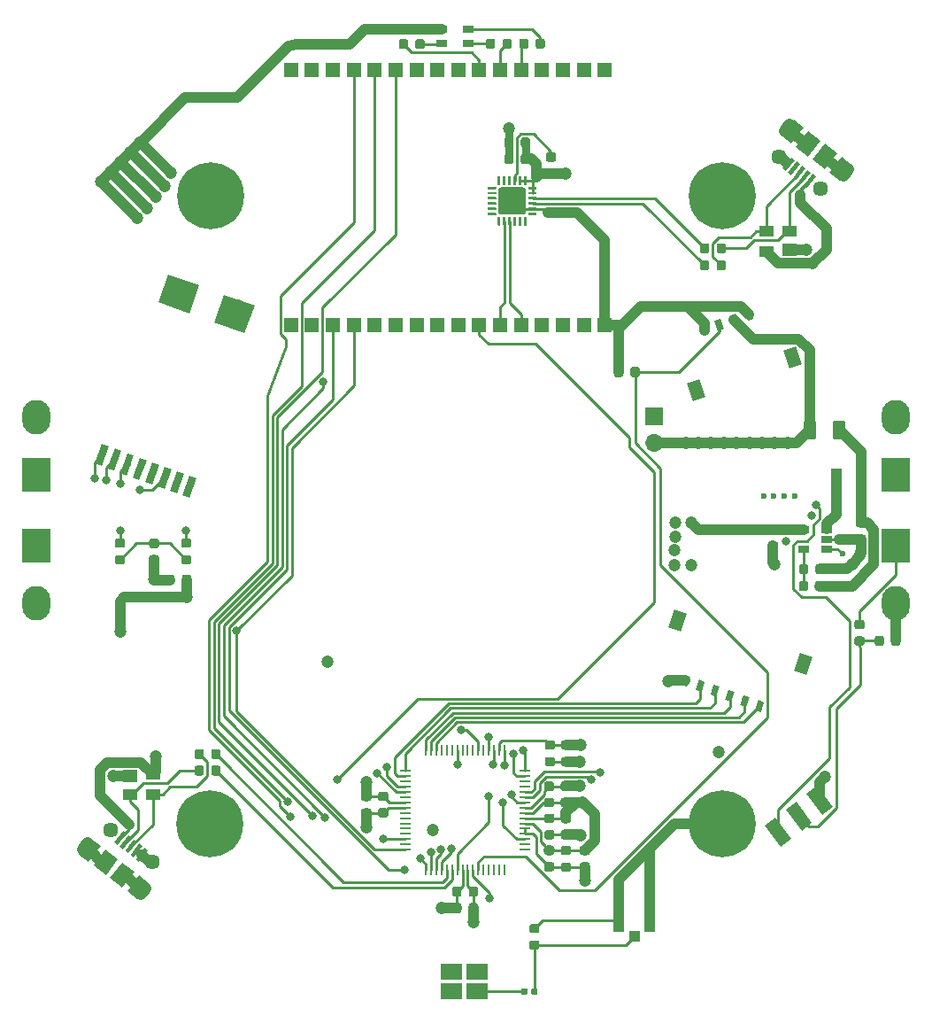
<source format=gbr>
G04 #@! TF.GenerationSoftware,KiCad,Pcbnew,6.0.0-rc1-unknown-3eb3db0~66~ubuntu18.04.1*
G04 #@! TF.CreationDate,2018-08-10T12:26:18-07:00*
G04 #@! TF.ProjectId,main_board_onion,6D61696E5F626F6172645F6F6E696F6E,rev?*
G04 #@! TF.SameCoordinates,Original*
G04 #@! TF.FileFunction,Copper,L1,Top,Signal*
G04 #@! TF.FilePolarity,Positive*
%FSLAX46Y46*%
G04 Gerber Fmt 4.6, Leading zero omitted, Abs format (unit mm)*
G04 Created by KiCad (PCBNEW 6.0.0-rc1-unknown-3eb3db0~66~ubuntu18.04.1) date Fri Aug 10 12:26:18 2018*
%MOMM*%
%LPD*%
G01*
G04 APERTURE LIST*
G04 #@! TA.AperFunction,Conductor*
%ADD10C,0.100000*%
G04 #@! TD*
G04 #@! TA.AperFunction,SMDPad,CuDef*
%ADD11C,2.600000*%
G04 #@! TD*
G04 #@! TA.AperFunction,SMDPad,CuDef*
%ADD12C,0.250000*%
G04 #@! TD*
G04 #@! TA.AperFunction,ViaPad*
%ADD13C,0.600000*%
G04 #@! TD*
G04 #@! TA.AperFunction,ComponentPad*
%ADD14O,2.700000X3.300000*%
G04 #@! TD*
G04 #@! TA.AperFunction,ComponentPad*
%ADD15R,2.700000X3.300000*%
G04 #@! TD*
G04 #@! TA.AperFunction,SMDPad,CuDef*
%ADD16C,2.800000*%
G04 #@! TD*
G04 #@! TA.AperFunction,SMDPad,CuDef*
%ADD17C,0.700000*%
G04 #@! TD*
G04 #@! TA.AperFunction,SMDPad,CuDef*
%ADD18C,0.875000*%
G04 #@! TD*
G04 #@! TA.AperFunction,SMDPad,CuDef*
%ADD19R,1.400000X1.000000*%
G04 #@! TD*
G04 #@! TA.AperFunction,SMDPad,CuDef*
%ADD20R,1.400000X1.200000*%
G04 #@! TD*
G04 #@! TA.AperFunction,SMDPad,CuDef*
%ADD21R,1.000000X0.800000*%
G04 #@! TD*
G04 #@! TA.AperFunction,ComponentPad*
%ADD22R,1.700000X1.700000*%
G04 #@! TD*
G04 #@! TA.AperFunction,ComponentPad*
%ADD23O,1.700000X1.700000*%
G04 #@! TD*
G04 #@! TA.AperFunction,ComponentPad*
%ADD24C,6.400000*%
G04 #@! TD*
G04 #@! TA.AperFunction,SMDPad,CuDef*
%ADD25C,0.600000*%
G04 #@! TD*
G04 #@! TA.AperFunction,SMDPad,CuDef*
%ADD26C,1.250000*%
G04 #@! TD*
G04 #@! TA.AperFunction,SMDPad,CuDef*
%ADD27C,1.500000*%
G04 #@! TD*
G04 #@! TA.AperFunction,ComponentPad*
%ADD28C,1.450000*%
G04 #@! TD*
G04 #@! TA.AperFunction,SMDPad,CuDef*
%ADD29C,0.400000*%
G04 #@! TD*
G04 #@! TA.AperFunction,ComponentPad*
%ADD30C,1.200000*%
G04 #@! TD*
G04 #@! TA.AperFunction,Conductor*
%ADD31C,1.200000*%
G04 #@! TD*
G04 #@! TA.AperFunction,SMDPad,CuDef*
%ADD32C,1.200000*%
G04 #@! TD*
G04 #@! TA.AperFunction,SMDPad,CuDef*
%ADD33R,0.980000X3.400000*%
G04 #@! TD*
G04 #@! TA.AperFunction,ComponentPad*
%ADD34R,1.350000X1.350000*%
G04 #@! TD*
G04 #@! TA.AperFunction,SMDPad,CuDef*
%ADD35R,1.060000X0.650000*%
G04 #@! TD*
G04 #@! TA.AperFunction,SMDPad,CuDef*
%ADD36R,0.250000X1.000000*%
G04 #@! TD*
G04 #@! TA.AperFunction,SMDPad,CuDef*
%ADD37R,1.000000X0.250000*%
G04 #@! TD*
G04 #@! TA.AperFunction,SMDPad,CuDef*
%ADD38C,0.590000*%
G04 #@! TD*
G04 #@! TA.AperFunction,SMDPad,CuDef*
%ADD39R,2.040000X1.540000*%
G04 #@! TD*
G04 #@! TA.AperFunction,SMDPad,CuDef*
%ADD40R,1.050000X2.200000*%
G04 #@! TD*
G04 #@! TA.AperFunction,SMDPad,CuDef*
%ADD41R,1.000000X1.050000*%
G04 #@! TD*
G04 #@! TA.AperFunction,ViaPad*
%ADD42C,1.200000*%
G04 #@! TD*
G04 #@! TA.AperFunction,ViaPad*
%ADD43C,0.800000*%
G04 #@! TD*
G04 #@! TA.AperFunction,Conductor*
%ADD44C,0.250000*%
G04 #@! TD*
G04 #@! TA.AperFunction,Conductor*
%ADD45C,1.000000*%
G04 #@! TD*
G04 #@! TA.AperFunction,Conductor*
%ADD46C,0.750000*%
G04 #@! TD*
G04 #@! TA.AperFunction,Conductor*
%ADD47C,0.350000*%
G04 #@! TD*
G04 APERTURE END LIST*
D10*
G04 #@! TO.N,GND*
G04 #@! TO.C,U5*
G36*
X154795304Y-59889804D02*
X154819573Y-59893404D01*
X154843371Y-59899365D01*
X154866471Y-59907630D01*
X154888649Y-59918120D01*
X154909693Y-59930733D01*
X154929398Y-59945347D01*
X154947577Y-59961823D01*
X154964053Y-59980002D01*
X154978667Y-59999707D01*
X154991280Y-60020751D01*
X155001770Y-60042929D01*
X155010035Y-60066029D01*
X155015996Y-60089827D01*
X155019596Y-60114096D01*
X155020800Y-60138600D01*
X155020800Y-62238600D01*
X155019596Y-62263104D01*
X155015996Y-62287373D01*
X155010035Y-62311171D01*
X155001770Y-62334271D01*
X154991280Y-62356449D01*
X154978667Y-62377493D01*
X154964053Y-62397198D01*
X154947577Y-62415377D01*
X154929398Y-62431853D01*
X154909693Y-62446467D01*
X154888649Y-62459080D01*
X154866471Y-62469570D01*
X154843371Y-62477835D01*
X154819573Y-62483796D01*
X154795304Y-62487396D01*
X154770800Y-62488600D01*
X152670800Y-62488600D01*
X152646296Y-62487396D01*
X152622027Y-62483796D01*
X152598229Y-62477835D01*
X152575129Y-62469570D01*
X152552951Y-62459080D01*
X152531907Y-62446467D01*
X152512202Y-62431853D01*
X152494023Y-62415377D01*
X152477547Y-62397198D01*
X152462933Y-62377493D01*
X152450320Y-62356449D01*
X152439830Y-62334271D01*
X152431565Y-62311171D01*
X152425604Y-62287373D01*
X152422004Y-62263104D01*
X152420800Y-62238600D01*
X152420800Y-60138600D01*
X152422004Y-60114096D01*
X152425604Y-60089827D01*
X152431565Y-60066029D01*
X152439830Y-60042929D01*
X152450320Y-60020751D01*
X152462933Y-59999707D01*
X152477547Y-59980002D01*
X152494023Y-59961823D01*
X152512202Y-59945347D01*
X152531907Y-59930733D01*
X152552951Y-59918120D01*
X152575129Y-59907630D01*
X152598229Y-59899365D01*
X152622027Y-59893404D01*
X152646296Y-59889804D01*
X152670800Y-59888600D01*
X154770800Y-59888600D01*
X154795304Y-59889804D01*
X154795304Y-59889804D01*
G37*
D11*
G04 #@! TD*
G04 #@! TO.P,U5,25*
G04 #@! TO.N,GND*
X153720800Y-61188600D03*
D10*
G04 #@! TO.N,Net-(U5-Pad1)*
G04 #@! TO.C,U5*
G36*
X156014426Y-62313901D02*
X156020493Y-62314801D01*
X156026443Y-62316291D01*
X156032218Y-62318358D01*
X156037762Y-62320980D01*
X156043023Y-62324133D01*
X156047950Y-62327787D01*
X156052494Y-62331906D01*
X156056613Y-62336450D01*
X156060267Y-62341377D01*
X156063420Y-62346638D01*
X156066042Y-62352182D01*
X156068109Y-62357957D01*
X156069599Y-62363907D01*
X156070499Y-62369974D01*
X156070800Y-62376100D01*
X156070800Y-62501100D01*
X156070499Y-62507226D01*
X156069599Y-62513293D01*
X156068109Y-62519243D01*
X156066042Y-62525018D01*
X156063420Y-62530562D01*
X156060267Y-62535823D01*
X156056613Y-62540750D01*
X156052494Y-62545294D01*
X156047950Y-62549413D01*
X156043023Y-62553067D01*
X156037762Y-62556220D01*
X156032218Y-62558842D01*
X156026443Y-62560909D01*
X156020493Y-62562399D01*
X156014426Y-62563299D01*
X156008300Y-62563600D01*
X155308300Y-62563600D01*
X155302174Y-62563299D01*
X155296107Y-62562399D01*
X155290157Y-62560909D01*
X155284382Y-62558842D01*
X155278838Y-62556220D01*
X155273577Y-62553067D01*
X155268650Y-62549413D01*
X155264106Y-62545294D01*
X155259987Y-62540750D01*
X155256333Y-62535823D01*
X155253180Y-62530562D01*
X155250558Y-62525018D01*
X155248491Y-62519243D01*
X155247001Y-62513293D01*
X155246101Y-62507226D01*
X155245800Y-62501100D01*
X155245800Y-62376100D01*
X155246101Y-62369974D01*
X155247001Y-62363907D01*
X155248491Y-62357957D01*
X155250558Y-62352182D01*
X155253180Y-62346638D01*
X155256333Y-62341377D01*
X155259987Y-62336450D01*
X155264106Y-62331906D01*
X155268650Y-62327787D01*
X155273577Y-62324133D01*
X155278838Y-62320980D01*
X155284382Y-62318358D01*
X155290157Y-62316291D01*
X155296107Y-62314801D01*
X155302174Y-62313901D01*
X155308300Y-62313600D01*
X156008300Y-62313600D01*
X156014426Y-62313901D01*
X156014426Y-62313901D01*
G37*
D12*
G04 #@! TD*
G04 #@! TO.P,U5,1*
G04 #@! TO.N,Net-(U5-Pad1)*
X155658300Y-62438600D03*
D10*
G04 #@! TO.N,GND*
G04 #@! TO.C,U5*
G36*
X156014426Y-61813901D02*
X156020493Y-61814801D01*
X156026443Y-61816291D01*
X156032218Y-61818358D01*
X156037762Y-61820980D01*
X156043023Y-61824133D01*
X156047950Y-61827787D01*
X156052494Y-61831906D01*
X156056613Y-61836450D01*
X156060267Y-61841377D01*
X156063420Y-61846638D01*
X156066042Y-61852182D01*
X156068109Y-61857957D01*
X156069599Y-61863907D01*
X156070499Y-61869974D01*
X156070800Y-61876100D01*
X156070800Y-62001100D01*
X156070499Y-62007226D01*
X156069599Y-62013293D01*
X156068109Y-62019243D01*
X156066042Y-62025018D01*
X156063420Y-62030562D01*
X156060267Y-62035823D01*
X156056613Y-62040750D01*
X156052494Y-62045294D01*
X156047950Y-62049413D01*
X156043023Y-62053067D01*
X156037762Y-62056220D01*
X156032218Y-62058842D01*
X156026443Y-62060909D01*
X156020493Y-62062399D01*
X156014426Y-62063299D01*
X156008300Y-62063600D01*
X155308300Y-62063600D01*
X155302174Y-62063299D01*
X155296107Y-62062399D01*
X155290157Y-62060909D01*
X155284382Y-62058842D01*
X155278838Y-62056220D01*
X155273577Y-62053067D01*
X155268650Y-62049413D01*
X155264106Y-62045294D01*
X155259987Y-62040750D01*
X155256333Y-62035823D01*
X155253180Y-62030562D01*
X155250558Y-62025018D01*
X155248491Y-62019243D01*
X155247001Y-62013293D01*
X155246101Y-62007226D01*
X155245800Y-62001100D01*
X155245800Y-61876100D01*
X155246101Y-61869974D01*
X155247001Y-61863907D01*
X155248491Y-61857957D01*
X155250558Y-61852182D01*
X155253180Y-61846638D01*
X155256333Y-61841377D01*
X155259987Y-61836450D01*
X155264106Y-61831906D01*
X155268650Y-61827787D01*
X155273577Y-61824133D01*
X155278838Y-61820980D01*
X155284382Y-61818358D01*
X155290157Y-61816291D01*
X155296107Y-61814801D01*
X155302174Y-61813901D01*
X155308300Y-61813600D01*
X156008300Y-61813600D01*
X156014426Y-61813901D01*
X156014426Y-61813901D01*
G37*
D12*
G04 #@! TD*
G04 #@! TO.P,U5,2*
G04 #@! TO.N,GND*
X155658300Y-61938600D03*
D10*
G04 #@! TO.N,/Omega2/D+_Omega*
G04 #@! TO.C,U5*
G36*
X156014426Y-61313901D02*
X156020493Y-61314801D01*
X156026443Y-61316291D01*
X156032218Y-61318358D01*
X156037762Y-61320980D01*
X156043023Y-61324133D01*
X156047950Y-61327787D01*
X156052494Y-61331906D01*
X156056613Y-61336450D01*
X156060267Y-61341377D01*
X156063420Y-61346638D01*
X156066042Y-61352182D01*
X156068109Y-61357957D01*
X156069599Y-61363907D01*
X156070499Y-61369974D01*
X156070800Y-61376100D01*
X156070800Y-61501100D01*
X156070499Y-61507226D01*
X156069599Y-61513293D01*
X156068109Y-61519243D01*
X156066042Y-61525018D01*
X156063420Y-61530562D01*
X156060267Y-61535823D01*
X156056613Y-61540750D01*
X156052494Y-61545294D01*
X156047950Y-61549413D01*
X156043023Y-61553067D01*
X156037762Y-61556220D01*
X156032218Y-61558842D01*
X156026443Y-61560909D01*
X156020493Y-61562399D01*
X156014426Y-61563299D01*
X156008300Y-61563600D01*
X155308300Y-61563600D01*
X155302174Y-61563299D01*
X155296107Y-61562399D01*
X155290157Y-61560909D01*
X155284382Y-61558842D01*
X155278838Y-61556220D01*
X155273577Y-61553067D01*
X155268650Y-61549413D01*
X155264106Y-61545294D01*
X155259987Y-61540750D01*
X155256333Y-61535823D01*
X155253180Y-61530562D01*
X155250558Y-61525018D01*
X155248491Y-61519243D01*
X155247001Y-61513293D01*
X155246101Y-61507226D01*
X155245800Y-61501100D01*
X155245800Y-61376100D01*
X155246101Y-61369974D01*
X155247001Y-61363907D01*
X155248491Y-61357957D01*
X155250558Y-61352182D01*
X155253180Y-61346638D01*
X155256333Y-61341377D01*
X155259987Y-61336450D01*
X155264106Y-61331906D01*
X155268650Y-61327787D01*
X155273577Y-61324133D01*
X155278838Y-61320980D01*
X155284382Y-61318358D01*
X155290157Y-61316291D01*
X155296107Y-61314801D01*
X155302174Y-61313901D01*
X155308300Y-61313600D01*
X156008300Y-61313600D01*
X156014426Y-61313901D01*
X156014426Y-61313901D01*
G37*
D12*
G04 #@! TD*
G04 #@! TO.P,U5,3*
G04 #@! TO.N,/Omega2/D+_Omega*
X155658300Y-61438600D03*
D10*
G04 #@! TO.N,/Omega2/D-_Omega*
G04 #@! TO.C,U5*
G36*
X156014426Y-60813901D02*
X156020493Y-60814801D01*
X156026443Y-60816291D01*
X156032218Y-60818358D01*
X156037762Y-60820980D01*
X156043023Y-60824133D01*
X156047950Y-60827787D01*
X156052494Y-60831906D01*
X156056613Y-60836450D01*
X156060267Y-60841377D01*
X156063420Y-60846638D01*
X156066042Y-60852182D01*
X156068109Y-60857957D01*
X156069599Y-60863907D01*
X156070499Y-60869974D01*
X156070800Y-60876100D01*
X156070800Y-61001100D01*
X156070499Y-61007226D01*
X156069599Y-61013293D01*
X156068109Y-61019243D01*
X156066042Y-61025018D01*
X156063420Y-61030562D01*
X156060267Y-61035823D01*
X156056613Y-61040750D01*
X156052494Y-61045294D01*
X156047950Y-61049413D01*
X156043023Y-61053067D01*
X156037762Y-61056220D01*
X156032218Y-61058842D01*
X156026443Y-61060909D01*
X156020493Y-61062399D01*
X156014426Y-61063299D01*
X156008300Y-61063600D01*
X155308300Y-61063600D01*
X155302174Y-61063299D01*
X155296107Y-61062399D01*
X155290157Y-61060909D01*
X155284382Y-61058842D01*
X155278838Y-61056220D01*
X155273577Y-61053067D01*
X155268650Y-61049413D01*
X155264106Y-61045294D01*
X155259987Y-61040750D01*
X155256333Y-61035823D01*
X155253180Y-61030562D01*
X155250558Y-61025018D01*
X155248491Y-61019243D01*
X155247001Y-61013293D01*
X155246101Y-61007226D01*
X155245800Y-61001100D01*
X155245800Y-60876100D01*
X155246101Y-60869974D01*
X155247001Y-60863907D01*
X155248491Y-60857957D01*
X155250558Y-60852182D01*
X155253180Y-60846638D01*
X155256333Y-60841377D01*
X155259987Y-60836450D01*
X155264106Y-60831906D01*
X155268650Y-60827787D01*
X155273577Y-60824133D01*
X155278838Y-60820980D01*
X155284382Y-60818358D01*
X155290157Y-60816291D01*
X155296107Y-60814801D01*
X155302174Y-60813901D01*
X155308300Y-60813600D01*
X156008300Y-60813600D01*
X156014426Y-60813901D01*
X156014426Y-60813901D01*
G37*
D12*
G04 #@! TD*
G04 #@! TO.P,U5,4*
G04 #@! TO.N,/Omega2/D-_Omega*
X155658300Y-60938600D03*
D10*
G04 #@! TO.N,+3V3*
G04 #@! TO.C,U5*
G36*
X156014426Y-60313901D02*
X156020493Y-60314801D01*
X156026443Y-60316291D01*
X156032218Y-60318358D01*
X156037762Y-60320980D01*
X156043023Y-60324133D01*
X156047950Y-60327787D01*
X156052494Y-60331906D01*
X156056613Y-60336450D01*
X156060267Y-60341377D01*
X156063420Y-60346638D01*
X156066042Y-60352182D01*
X156068109Y-60357957D01*
X156069599Y-60363907D01*
X156070499Y-60369974D01*
X156070800Y-60376100D01*
X156070800Y-60501100D01*
X156070499Y-60507226D01*
X156069599Y-60513293D01*
X156068109Y-60519243D01*
X156066042Y-60525018D01*
X156063420Y-60530562D01*
X156060267Y-60535823D01*
X156056613Y-60540750D01*
X156052494Y-60545294D01*
X156047950Y-60549413D01*
X156043023Y-60553067D01*
X156037762Y-60556220D01*
X156032218Y-60558842D01*
X156026443Y-60560909D01*
X156020493Y-60562399D01*
X156014426Y-60563299D01*
X156008300Y-60563600D01*
X155308300Y-60563600D01*
X155302174Y-60563299D01*
X155296107Y-60562399D01*
X155290157Y-60560909D01*
X155284382Y-60558842D01*
X155278838Y-60556220D01*
X155273577Y-60553067D01*
X155268650Y-60549413D01*
X155264106Y-60545294D01*
X155259987Y-60540750D01*
X155256333Y-60535823D01*
X155253180Y-60530562D01*
X155250558Y-60525018D01*
X155248491Y-60519243D01*
X155247001Y-60513293D01*
X155246101Y-60507226D01*
X155245800Y-60501100D01*
X155245800Y-60376100D01*
X155246101Y-60369974D01*
X155247001Y-60363907D01*
X155248491Y-60357957D01*
X155250558Y-60352182D01*
X155253180Y-60346638D01*
X155256333Y-60341377D01*
X155259987Y-60336450D01*
X155264106Y-60331906D01*
X155268650Y-60327787D01*
X155273577Y-60324133D01*
X155278838Y-60320980D01*
X155284382Y-60318358D01*
X155290157Y-60316291D01*
X155296107Y-60314801D01*
X155302174Y-60313901D01*
X155308300Y-60313600D01*
X156008300Y-60313600D01*
X156014426Y-60313901D01*
X156014426Y-60313901D01*
G37*
D12*
G04 #@! TD*
G04 #@! TO.P,U5,5*
G04 #@! TO.N,+3V3*
X155658300Y-60438600D03*
D10*
G04 #@! TO.N,+3V3*
G04 #@! TO.C,U5*
G36*
X156014426Y-59813901D02*
X156020493Y-59814801D01*
X156026443Y-59816291D01*
X156032218Y-59818358D01*
X156037762Y-59820980D01*
X156043023Y-59824133D01*
X156047950Y-59827787D01*
X156052494Y-59831906D01*
X156056613Y-59836450D01*
X156060267Y-59841377D01*
X156063420Y-59846638D01*
X156066042Y-59852182D01*
X156068109Y-59857957D01*
X156069599Y-59863907D01*
X156070499Y-59869974D01*
X156070800Y-59876100D01*
X156070800Y-60001100D01*
X156070499Y-60007226D01*
X156069599Y-60013293D01*
X156068109Y-60019243D01*
X156066042Y-60025018D01*
X156063420Y-60030562D01*
X156060267Y-60035823D01*
X156056613Y-60040750D01*
X156052494Y-60045294D01*
X156047950Y-60049413D01*
X156043023Y-60053067D01*
X156037762Y-60056220D01*
X156032218Y-60058842D01*
X156026443Y-60060909D01*
X156020493Y-60062399D01*
X156014426Y-60063299D01*
X156008300Y-60063600D01*
X155308300Y-60063600D01*
X155302174Y-60063299D01*
X155296107Y-60062399D01*
X155290157Y-60060909D01*
X155284382Y-60058842D01*
X155278838Y-60056220D01*
X155273577Y-60053067D01*
X155268650Y-60049413D01*
X155264106Y-60045294D01*
X155259987Y-60040750D01*
X155256333Y-60035823D01*
X155253180Y-60030562D01*
X155250558Y-60025018D01*
X155248491Y-60019243D01*
X155247001Y-60013293D01*
X155246101Y-60007226D01*
X155245800Y-60001100D01*
X155245800Y-59876100D01*
X155246101Y-59869974D01*
X155247001Y-59863907D01*
X155248491Y-59857957D01*
X155250558Y-59852182D01*
X155253180Y-59846638D01*
X155256333Y-59841377D01*
X155259987Y-59836450D01*
X155264106Y-59831906D01*
X155268650Y-59827787D01*
X155273577Y-59824133D01*
X155278838Y-59820980D01*
X155284382Y-59818358D01*
X155290157Y-59816291D01*
X155296107Y-59814801D01*
X155302174Y-59813901D01*
X155308300Y-59813600D01*
X156008300Y-59813600D01*
X156014426Y-59813901D01*
X156014426Y-59813901D01*
G37*
D12*
G04 #@! TD*
G04 #@! TO.P,U5,6*
G04 #@! TO.N,+3V3*
X155658300Y-59938600D03*
D10*
G04 #@! TO.N,+3V3*
G04 #@! TO.C,U5*
G36*
X155039426Y-58838901D02*
X155045493Y-58839801D01*
X155051443Y-58841291D01*
X155057218Y-58843358D01*
X155062762Y-58845980D01*
X155068023Y-58849133D01*
X155072950Y-58852787D01*
X155077494Y-58856906D01*
X155081613Y-58861450D01*
X155085267Y-58866377D01*
X155088420Y-58871638D01*
X155091042Y-58877182D01*
X155093109Y-58882957D01*
X155094599Y-58888907D01*
X155095499Y-58894974D01*
X155095800Y-58901100D01*
X155095800Y-59601100D01*
X155095499Y-59607226D01*
X155094599Y-59613293D01*
X155093109Y-59619243D01*
X155091042Y-59625018D01*
X155088420Y-59630562D01*
X155085267Y-59635823D01*
X155081613Y-59640750D01*
X155077494Y-59645294D01*
X155072950Y-59649413D01*
X155068023Y-59653067D01*
X155062762Y-59656220D01*
X155057218Y-59658842D01*
X155051443Y-59660909D01*
X155045493Y-59662399D01*
X155039426Y-59663299D01*
X155033300Y-59663600D01*
X154908300Y-59663600D01*
X154902174Y-59663299D01*
X154896107Y-59662399D01*
X154890157Y-59660909D01*
X154884382Y-59658842D01*
X154878838Y-59656220D01*
X154873577Y-59653067D01*
X154868650Y-59649413D01*
X154864106Y-59645294D01*
X154859987Y-59640750D01*
X154856333Y-59635823D01*
X154853180Y-59630562D01*
X154850558Y-59625018D01*
X154848491Y-59619243D01*
X154847001Y-59613293D01*
X154846101Y-59607226D01*
X154845800Y-59601100D01*
X154845800Y-58901100D01*
X154846101Y-58894974D01*
X154847001Y-58888907D01*
X154848491Y-58882957D01*
X154850558Y-58877182D01*
X154853180Y-58871638D01*
X154856333Y-58866377D01*
X154859987Y-58861450D01*
X154864106Y-58856906D01*
X154868650Y-58852787D01*
X154873577Y-58849133D01*
X154878838Y-58845980D01*
X154884382Y-58843358D01*
X154890157Y-58841291D01*
X154896107Y-58839801D01*
X154902174Y-58838901D01*
X154908300Y-58838600D01*
X155033300Y-58838600D01*
X155039426Y-58838901D01*
X155039426Y-58838901D01*
G37*
D12*
G04 #@! TD*
G04 #@! TO.P,U5,7*
G04 #@! TO.N,+3V3*
X154970800Y-59251100D03*
D10*
G04 #@! TO.N,+3V3*
G04 #@! TO.C,U5*
G36*
X154539426Y-58838901D02*
X154545493Y-58839801D01*
X154551443Y-58841291D01*
X154557218Y-58843358D01*
X154562762Y-58845980D01*
X154568023Y-58849133D01*
X154572950Y-58852787D01*
X154577494Y-58856906D01*
X154581613Y-58861450D01*
X154585267Y-58866377D01*
X154588420Y-58871638D01*
X154591042Y-58877182D01*
X154593109Y-58882957D01*
X154594599Y-58888907D01*
X154595499Y-58894974D01*
X154595800Y-58901100D01*
X154595800Y-59601100D01*
X154595499Y-59607226D01*
X154594599Y-59613293D01*
X154593109Y-59619243D01*
X154591042Y-59625018D01*
X154588420Y-59630562D01*
X154585267Y-59635823D01*
X154581613Y-59640750D01*
X154577494Y-59645294D01*
X154572950Y-59649413D01*
X154568023Y-59653067D01*
X154562762Y-59656220D01*
X154557218Y-59658842D01*
X154551443Y-59660909D01*
X154545493Y-59662399D01*
X154539426Y-59663299D01*
X154533300Y-59663600D01*
X154408300Y-59663600D01*
X154402174Y-59663299D01*
X154396107Y-59662399D01*
X154390157Y-59660909D01*
X154384382Y-59658842D01*
X154378838Y-59656220D01*
X154373577Y-59653067D01*
X154368650Y-59649413D01*
X154364106Y-59645294D01*
X154359987Y-59640750D01*
X154356333Y-59635823D01*
X154353180Y-59630562D01*
X154350558Y-59625018D01*
X154348491Y-59619243D01*
X154347001Y-59613293D01*
X154346101Y-59607226D01*
X154345800Y-59601100D01*
X154345800Y-58901100D01*
X154346101Y-58894974D01*
X154347001Y-58888907D01*
X154348491Y-58882957D01*
X154350558Y-58877182D01*
X154353180Y-58871638D01*
X154356333Y-58866377D01*
X154359987Y-58861450D01*
X154364106Y-58856906D01*
X154368650Y-58852787D01*
X154373577Y-58849133D01*
X154378838Y-58845980D01*
X154384382Y-58843358D01*
X154390157Y-58841291D01*
X154396107Y-58839801D01*
X154402174Y-58838901D01*
X154408300Y-58838600D01*
X154533300Y-58838600D01*
X154539426Y-58838901D01*
X154539426Y-58838901D01*
G37*
D12*
G04 #@! TD*
G04 #@! TO.P,U5,8*
G04 #@! TO.N,+3V3*
X154470800Y-59251100D03*
D10*
G04 #@! TO.N,Net-(R19-Pad2)*
G04 #@! TO.C,U5*
G36*
X154039426Y-58838901D02*
X154045493Y-58839801D01*
X154051443Y-58841291D01*
X154057218Y-58843358D01*
X154062762Y-58845980D01*
X154068023Y-58849133D01*
X154072950Y-58852787D01*
X154077494Y-58856906D01*
X154081613Y-58861450D01*
X154085267Y-58866377D01*
X154088420Y-58871638D01*
X154091042Y-58877182D01*
X154093109Y-58882957D01*
X154094599Y-58888907D01*
X154095499Y-58894974D01*
X154095800Y-58901100D01*
X154095800Y-59601100D01*
X154095499Y-59607226D01*
X154094599Y-59613293D01*
X154093109Y-59619243D01*
X154091042Y-59625018D01*
X154088420Y-59630562D01*
X154085267Y-59635823D01*
X154081613Y-59640750D01*
X154077494Y-59645294D01*
X154072950Y-59649413D01*
X154068023Y-59653067D01*
X154062762Y-59656220D01*
X154057218Y-59658842D01*
X154051443Y-59660909D01*
X154045493Y-59662399D01*
X154039426Y-59663299D01*
X154033300Y-59663600D01*
X153908300Y-59663600D01*
X153902174Y-59663299D01*
X153896107Y-59662399D01*
X153890157Y-59660909D01*
X153884382Y-59658842D01*
X153878838Y-59656220D01*
X153873577Y-59653067D01*
X153868650Y-59649413D01*
X153864106Y-59645294D01*
X153859987Y-59640750D01*
X153856333Y-59635823D01*
X153853180Y-59630562D01*
X153850558Y-59625018D01*
X153848491Y-59619243D01*
X153847001Y-59613293D01*
X153846101Y-59607226D01*
X153845800Y-59601100D01*
X153845800Y-58901100D01*
X153846101Y-58894974D01*
X153847001Y-58888907D01*
X153848491Y-58882957D01*
X153850558Y-58877182D01*
X153853180Y-58871638D01*
X153856333Y-58866377D01*
X153859987Y-58861450D01*
X153864106Y-58856906D01*
X153868650Y-58852787D01*
X153873577Y-58849133D01*
X153878838Y-58845980D01*
X153884382Y-58843358D01*
X153890157Y-58841291D01*
X153896107Y-58839801D01*
X153902174Y-58838901D01*
X153908300Y-58838600D01*
X154033300Y-58838600D01*
X154039426Y-58838901D01*
X154039426Y-58838901D01*
G37*
D12*
G04 #@! TD*
G04 #@! TO.P,U5,9*
G04 #@! TO.N,Net-(R19-Pad2)*
X153970800Y-59251100D03*
D10*
G04 #@! TO.N,Net-(U5-Pad10)*
G04 #@! TO.C,U5*
G36*
X153539426Y-58838901D02*
X153545493Y-58839801D01*
X153551443Y-58841291D01*
X153557218Y-58843358D01*
X153562762Y-58845980D01*
X153568023Y-58849133D01*
X153572950Y-58852787D01*
X153577494Y-58856906D01*
X153581613Y-58861450D01*
X153585267Y-58866377D01*
X153588420Y-58871638D01*
X153591042Y-58877182D01*
X153593109Y-58882957D01*
X153594599Y-58888907D01*
X153595499Y-58894974D01*
X153595800Y-58901100D01*
X153595800Y-59601100D01*
X153595499Y-59607226D01*
X153594599Y-59613293D01*
X153593109Y-59619243D01*
X153591042Y-59625018D01*
X153588420Y-59630562D01*
X153585267Y-59635823D01*
X153581613Y-59640750D01*
X153577494Y-59645294D01*
X153572950Y-59649413D01*
X153568023Y-59653067D01*
X153562762Y-59656220D01*
X153557218Y-59658842D01*
X153551443Y-59660909D01*
X153545493Y-59662399D01*
X153539426Y-59663299D01*
X153533300Y-59663600D01*
X153408300Y-59663600D01*
X153402174Y-59663299D01*
X153396107Y-59662399D01*
X153390157Y-59660909D01*
X153384382Y-59658842D01*
X153378838Y-59656220D01*
X153373577Y-59653067D01*
X153368650Y-59649413D01*
X153364106Y-59645294D01*
X153359987Y-59640750D01*
X153356333Y-59635823D01*
X153353180Y-59630562D01*
X153350558Y-59625018D01*
X153348491Y-59619243D01*
X153347001Y-59613293D01*
X153346101Y-59607226D01*
X153345800Y-59601100D01*
X153345800Y-58901100D01*
X153346101Y-58894974D01*
X153347001Y-58888907D01*
X153348491Y-58882957D01*
X153350558Y-58877182D01*
X153353180Y-58871638D01*
X153356333Y-58866377D01*
X153359987Y-58861450D01*
X153364106Y-58856906D01*
X153368650Y-58852787D01*
X153373577Y-58849133D01*
X153378838Y-58845980D01*
X153384382Y-58843358D01*
X153390157Y-58841291D01*
X153396107Y-58839801D01*
X153402174Y-58838901D01*
X153408300Y-58838600D01*
X153533300Y-58838600D01*
X153539426Y-58838901D01*
X153539426Y-58838901D01*
G37*
D12*
G04 #@! TD*
G04 #@! TO.P,U5,10*
G04 #@! TO.N,Net-(U5-Pad10)*
X153470800Y-59251100D03*
D10*
G04 #@! TO.N,Net-(U5-Pad11)*
G04 #@! TO.C,U5*
G36*
X153039426Y-58838901D02*
X153045493Y-58839801D01*
X153051443Y-58841291D01*
X153057218Y-58843358D01*
X153062762Y-58845980D01*
X153068023Y-58849133D01*
X153072950Y-58852787D01*
X153077494Y-58856906D01*
X153081613Y-58861450D01*
X153085267Y-58866377D01*
X153088420Y-58871638D01*
X153091042Y-58877182D01*
X153093109Y-58882957D01*
X153094599Y-58888907D01*
X153095499Y-58894974D01*
X153095800Y-58901100D01*
X153095800Y-59601100D01*
X153095499Y-59607226D01*
X153094599Y-59613293D01*
X153093109Y-59619243D01*
X153091042Y-59625018D01*
X153088420Y-59630562D01*
X153085267Y-59635823D01*
X153081613Y-59640750D01*
X153077494Y-59645294D01*
X153072950Y-59649413D01*
X153068023Y-59653067D01*
X153062762Y-59656220D01*
X153057218Y-59658842D01*
X153051443Y-59660909D01*
X153045493Y-59662399D01*
X153039426Y-59663299D01*
X153033300Y-59663600D01*
X152908300Y-59663600D01*
X152902174Y-59663299D01*
X152896107Y-59662399D01*
X152890157Y-59660909D01*
X152884382Y-59658842D01*
X152878838Y-59656220D01*
X152873577Y-59653067D01*
X152868650Y-59649413D01*
X152864106Y-59645294D01*
X152859987Y-59640750D01*
X152856333Y-59635823D01*
X152853180Y-59630562D01*
X152850558Y-59625018D01*
X152848491Y-59619243D01*
X152847001Y-59613293D01*
X152846101Y-59607226D01*
X152845800Y-59601100D01*
X152845800Y-58901100D01*
X152846101Y-58894974D01*
X152847001Y-58888907D01*
X152848491Y-58882957D01*
X152850558Y-58877182D01*
X152853180Y-58871638D01*
X152856333Y-58866377D01*
X152859987Y-58861450D01*
X152864106Y-58856906D01*
X152868650Y-58852787D01*
X152873577Y-58849133D01*
X152878838Y-58845980D01*
X152884382Y-58843358D01*
X152890157Y-58841291D01*
X152896107Y-58839801D01*
X152902174Y-58838901D01*
X152908300Y-58838600D01*
X153033300Y-58838600D01*
X153039426Y-58838901D01*
X153039426Y-58838901D01*
G37*
D12*
G04 #@! TD*
G04 #@! TO.P,U5,11*
G04 #@! TO.N,Net-(U5-Pad11)*
X152970800Y-59251100D03*
D10*
G04 #@! TO.N,Net-(U5-Pad12)*
G04 #@! TO.C,U5*
G36*
X152539426Y-58838901D02*
X152545493Y-58839801D01*
X152551443Y-58841291D01*
X152557218Y-58843358D01*
X152562762Y-58845980D01*
X152568023Y-58849133D01*
X152572950Y-58852787D01*
X152577494Y-58856906D01*
X152581613Y-58861450D01*
X152585267Y-58866377D01*
X152588420Y-58871638D01*
X152591042Y-58877182D01*
X152593109Y-58882957D01*
X152594599Y-58888907D01*
X152595499Y-58894974D01*
X152595800Y-58901100D01*
X152595800Y-59601100D01*
X152595499Y-59607226D01*
X152594599Y-59613293D01*
X152593109Y-59619243D01*
X152591042Y-59625018D01*
X152588420Y-59630562D01*
X152585267Y-59635823D01*
X152581613Y-59640750D01*
X152577494Y-59645294D01*
X152572950Y-59649413D01*
X152568023Y-59653067D01*
X152562762Y-59656220D01*
X152557218Y-59658842D01*
X152551443Y-59660909D01*
X152545493Y-59662399D01*
X152539426Y-59663299D01*
X152533300Y-59663600D01*
X152408300Y-59663600D01*
X152402174Y-59663299D01*
X152396107Y-59662399D01*
X152390157Y-59660909D01*
X152384382Y-59658842D01*
X152378838Y-59656220D01*
X152373577Y-59653067D01*
X152368650Y-59649413D01*
X152364106Y-59645294D01*
X152359987Y-59640750D01*
X152356333Y-59635823D01*
X152353180Y-59630562D01*
X152350558Y-59625018D01*
X152348491Y-59619243D01*
X152347001Y-59613293D01*
X152346101Y-59607226D01*
X152345800Y-59601100D01*
X152345800Y-58901100D01*
X152346101Y-58894974D01*
X152347001Y-58888907D01*
X152348491Y-58882957D01*
X152350558Y-58877182D01*
X152353180Y-58871638D01*
X152356333Y-58866377D01*
X152359987Y-58861450D01*
X152364106Y-58856906D01*
X152368650Y-58852787D01*
X152373577Y-58849133D01*
X152378838Y-58845980D01*
X152384382Y-58843358D01*
X152390157Y-58841291D01*
X152396107Y-58839801D01*
X152402174Y-58838901D01*
X152408300Y-58838600D01*
X152533300Y-58838600D01*
X152539426Y-58838901D01*
X152539426Y-58838901D01*
G37*
D12*
G04 #@! TD*
G04 #@! TO.P,U5,12*
G04 #@! TO.N,Net-(U5-Pad12)*
X152470800Y-59251100D03*
D10*
G04 #@! TO.N,Net-(U5-Pad13)*
G04 #@! TO.C,U5*
G36*
X152139426Y-59813901D02*
X152145493Y-59814801D01*
X152151443Y-59816291D01*
X152157218Y-59818358D01*
X152162762Y-59820980D01*
X152168023Y-59824133D01*
X152172950Y-59827787D01*
X152177494Y-59831906D01*
X152181613Y-59836450D01*
X152185267Y-59841377D01*
X152188420Y-59846638D01*
X152191042Y-59852182D01*
X152193109Y-59857957D01*
X152194599Y-59863907D01*
X152195499Y-59869974D01*
X152195800Y-59876100D01*
X152195800Y-60001100D01*
X152195499Y-60007226D01*
X152194599Y-60013293D01*
X152193109Y-60019243D01*
X152191042Y-60025018D01*
X152188420Y-60030562D01*
X152185267Y-60035823D01*
X152181613Y-60040750D01*
X152177494Y-60045294D01*
X152172950Y-60049413D01*
X152168023Y-60053067D01*
X152162762Y-60056220D01*
X152157218Y-60058842D01*
X152151443Y-60060909D01*
X152145493Y-60062399D01*
X152139426Y-60063299D01*
X152133300Y-60063600D01*
X151433300Y-60063600D01*
X151427174Y-60063299D01*
X151421107Y-60062399D01*
X151415157Y-60060909D01*
X151409382Y-60058842D01*
X151403838Y-60056220D01*
X151398577Y-60053067D01*
X151393650Y-60049413D01*
X151389106Y-60045294D01*
X151384987Y-60040750D01*
X151381333Y-60035823D01*
X151378180Y-60030562D01*
X151375558Y-60025018D01*
X151373491Y-60019243D01*
X151372001Y-60013293D01*
X151371101Y-60007226D01*
X151370800Y-60001100D01*
X151370800Y-59876100D01*
X151371101Y-59869974D01*
X151372001Y-59863907D01*
X151373491Y-59857957D01*
X151375558Y-59852182D01*
X151378180Y-59846638D01*
X151381333Y-59841377D01*
X151384987Y-59836450D01*
X151389106Y-59831906D01*
X151393650Y-59827787D01*
X151398577Y-59824133D01*
X151403838Y-59820980D01*
X151409382Y-59818358D01*
X151415157Y-59816291D01*
X151421107Y-59814801D01*
X151427174Y-59813901D01*
X151433300Y-59813600D01*
X152133300Y-59813600D01*
X152139426Y-59813901D01*
X152139426Y-59813901D01*
G37*
D12*
G04 #@! TD*
G04 #@! TO.P,U5,13*
G04 #@! TO.N,Net-(U5-Pad13)*
X151783300Y-59938600D03*
D10*
G04 #@! TO.N,Net-(U5-Pad14)*
G04 #@! TO.C,U5*
G36*
X152139426Y-60313901D02*
X152145493Y-60314801D01*
X152151443Y-60316291D01*
X152157218Y-60318358D01*
X152162762Y-60320980D01*
X152168023Y-60324133D01*
X152172950Y-60327787D01*
X152177494Y-60331906D01*
X152181613Y-60336450D01*
X152185267Y-60341377D01*
X152188420Y-60346638D01*
X152191042Y-60352182D01*
X152193109Y-60357957D01*
X152194599Y-60363907D01*
X152195499Y-60369974D01*
X152195800Y-60376100D01*
X152195800Y-60501100D01*
X152195499Y-60507226D01*
X152194599Y-60513293D01*
X152193109Y-60519243D01*
X152191042Y-60525018D01*
X152188420Y-60530562D01*
X152185267Y-60535823D01*
X152181613Y-60540750D01*
X152177494Y-60545294D01*
X152172950Y-60549413D01*
X152168023Y-60553067D01*
X152162762Y-60556220D01*
X152157218Y-60558842D01*
X152151443Y-60560909D01*
X152145493Y-60562399D01*
X152139426Y-60563299D01*
X152133300Y-60563600D01*
X151433300Y-60563600D01*
X151427174Y-60563299D01*
X151421107Y-60562399D01*
X151415157Y-60560909D01*
X151409382Y-60558842D01*
X151403838Y-60556220D01*
X151398577Y-60553067D01*
X151393650Y-60549413D01*
X151389106Y-60545294D01*
X151384987Y-60540750D01*
X151381333Y-60535823D01*
X151378180Y-60530562D01*
X151375558Y-60525018D01*
X151373491Y-60519243D01*
X151372001Y-60513293D01*
X151371101Y-60507226D01*
X151370800Y-60501100D01*
X151370800Y-60376100D01*
X151371101Y-60369974D01*
X151372001Y-60363907D01*
X151373491Y-60357957D01*
X151375558Y-60352182D01*
X151378180Y-60346638D01*
X151381333Y-60341377D01*
X151384987Y-60336450D01*
X151389106Y-60331906D01*
X151393650Y-60327787D01*
X151398577Y-60324133D01*
X151403838Y-60320980D01*
X151409382Y-60318358D01*
X151415157Y-60316291D01*
X151421107Y-60314801D01*
X151427174Y-60313901D01*
X151433300Y-60313600D01*
X152133300Y-60313600D01*
X152139426Y-60313901D01*
X152139426Y-60313901D01*
G37*
D12*
G04 #@! TD*
G04 #@! TO.P,U5,14*
G04 #@! TO.N,Net-(U5-Pad14)*
X151783300Y-60438600D03*
D10*
G04 #@! TO.N,Net-(U5-Pad15)*
G04 #@! TO.C,U5*
G36*
X152139426Y-60813901D02*
X152145493Y-60814801D01*
X152151443Y-60816291D01*
X152157218Y-60818358D01*
X152162762Y-60820980D01*
X152168023Y-60824133D01*
X152172950Y-60827787D01*
X152177494Y-60831906D01*
X152181613Y-60836450D01*
X152185267Y-60841377D01*
X152188420Y-60846638D01*
X152191042Y-60852182D01*
X152193109Y-60857957D01*
X152194599Y-60863907D01*
X152195499Y-60869974D01*
X152195800Y-60876100D01*
X152195800Y-61001100D01*
X152195499Y-61007226D01*
X152194599Y-61013293D01*
X152193109Y-61019243D01*
X152191042Y-61025018D01*
X152188420Y-61030562D01*
X152185267Y-61035823D01*
X152181613Y-61040750D01*
X152177494Y-61045294D01*
X152172950Y-61049413D01*
X152168023Y-61053067D01*
X152162762Y-61056220D01*
X152157218Y-61058842D01*
X152151443Y-61060909D01*
X152145493Y-61062399D01*
X152139426Y-61063299D01*
X152133300Y-61063600D01*
X151433300Y-61063600D01*
X151427174Y-61063299D01*
X151421107Y-61062399D01*
X151415157Y-61060909D01*
X151409382Y-61058842D01*
X151403838Y-61056220D01*
X151398577Y-61053067D01*
X151393650Y-61049413D01*
X151389106Y-61045294D01*
X151384987Y-61040750D01*
X151381333Y-61035823D01*
X151378180Y-61030562D01*
X151375558Y-61025018D01*
X151373491Y-61019243D01*
X151372001Y-61013293D01*
X151371101Y-61007226D01*
X151370800Y-61001100D01*
X151370800Y-60876100D01*
X151371101Y-60869974D01*
X151372001Y-60863907D01*
X151373491Y-60857957D01*
X151375558Y-60852182D01*
X151378180Y-60846638D01*
X151381333Y-60841377D01*
X151384987Y-60836450D01*
X151389106Y-60831906D01*
X151393650Y-60827787D01*
X151398577Y-60824133D01*
X151403838Y-60820980D01*
X151409382Y-60818358D01*
X151415157Y-60816291D01*
X151421107Y-60814801D01*
X151427174Y-60813901D01*
X151433300Y-60813600D01*
X152133300Y-60813600D01*
X152139426Y-60813901D01*
X152139426Y-60813901D01*
G37*
D12*
G04 #@! TD*
G04 #@! TO.P,U5,15*
G04 #@! TO.N,Net-(U5-Pad15)*
X151783300Y-60938600D03*
D10*
G04 #@! TO.N,Net-(U5-Pad16)*
G04 #@! TO.C,U5*
G36*
X152139426Y-61313901D02*
X152145493Y-61314801D01*
X152151443Y-61316291D01*
X152157218Y-61318358D01*
X152162762Y-61320980D01*
X152168023Y-61324133D01*
X152172950Y-61327787D01*
X152177494Y-61331906D01*
X152181613Y-61336450D01*
X152185267Y-61341377D01*
X152188420Y-61346638D01*
X152191042Y-61352182D01*
X152193109Y-61357957D01*
X152194599Y-61363907D01*
X152195499Y-61369974D01*
X152195800Y-61376100D01*
X152195800Y-61501100D01*
X152195499Y-61507226D01*
X152194599Y-61513293D01*
X152193109Y-61519243D01*
X152191042Y-61525018D01*
X152188420Y-61530562D01*
X152185267Y-61535823D01*
X152181613Y-61540750D01*
X152177494Y-61545294D01*
X152172950Y-61549413D01*
X152168023Y-61553067D01*
X152162762Y-61556220D01*
X152157218Y-61558842D01*
X152151443Y-61560909D01*
X152145493Y-61562399D01*
X152139426Y-61563299D01*
X152133300Y-61563600D01*
X151433300Y-61563600D01*
X151427174Y-61563299D01*
X151421107Y-61562399D01*
X151415157Y-61560909D01*
X151409382Y-61558842D01*
X151403838Y-61556220D01*
X151398577Y-61553067D01*
X151393650Y-61549413D01*
X151389106Y-61545294D01*
X151384987Y-61540750D01*
X151381333Y-61535823D01*
X151378180Y-61530562D01*
X151375558Y-61525018D01*
X151373491Y-61519243D01*
X151372001Y-61513293D01*
X151371101Y-61507226D01*
X151370800Y-61501100D01*
X151370800Y-61376100D01*
X151371101Y-61369974D01*
X151372001Y-61363907D01*
X151373491Y-61357957D01*
X151375558Y-61352182D01*
X151378180Y-61346638D01*
X151381333Y-61341377D01*
X151384987Y-61336450D01*
X151389106Y-61331906D01*
X151393650Y-61327787D01*
X151398577Y-61324133D01*
X151403838Y-61320980D01*
X151409382Y-61318358D01*
X151415157Y-61316291D01*
X151421107Y-61314801D01*
X151427174Y-61313901D01*
X151433300Y-61313600D01*
X152133300Y-61313600D01*
X152139426Y-61313901D01*
X152139426Y-61313901D01*
G37*
D12*
G04 #@! TD*
G04 #@! TO.P,U5,16*
G04 #@! TO.N,Net-(U5-Pad16)*
X151783300Y-61438600D03*
D10*
G04 #@! TO.N,Net-(U5-Pad17)*
G04 #@! TO.C,U5*
G36*
X152139426Y-61813901D02*
X152145493Y-61814801D01*
X152151443Y-61816291D01*
X152157218Y-61818358D01*
X152162762Y-61820980D01*
X152168023Y-61824133D01*
X152172950Y-61827787D01*
X152177494Y-61831906D01*
X152181613Y-61836450D01*
X152185267Y-61841377D01*
X152188420Y-61846638D01*
X152191042Y-61852182D01*
X152193109Y-61857957D01*
X152194599Y-61863907D01*
X152195499Y-61869974D01*
X152195800Y-61876100D01*
X152195800Y-62001100D01*
X152195499Y-62007226D01*
X152194599Y-62013293D01*
X152193109Y-62019243D01*
X152191042Y-62025018D01*
X152188420Y-62030562D01*
X152185267Y-62035823D01*
X152181613Y-62040750D01*
X152177494Y-62045294D01*
X152172950Y-62049413D01*
X152168023Y-62053067D01*
X152162762Y-62056220D01*
X152157218Y-62058842D01*
X152151443Y-62060909D01*
X152145493Y-62062399D01*
X152139426Y-62063299D01*
X152133300Y-62063600D01*
X151433300Y-62063600D01*
X151427174Y-62063299D01*
X151421107Y-62062399D01*
X151415157Y-62060909D01*
X151409382Y-62058842D01*
X151403838Y-62056220D01*
X151398577Y-62053067D01*
X151393650Y-62049413D01*
X151389106Y-62045294D01*
X151384987Y-62040750D01*
X151381333Y-62035823D01*
X151378180Y-62030562D01*
X151375558Y-62025018D01*
X151373491Y-62019243D01*
X151372001Y-62013293D01*
X151371101Y-62007226D01*
X151370800Y-62001100D01*
X151370800Y-61876100D01*
X151371101Y-61869974D01*
X151372001Y-61863907D01*
X151373491Y-61857957D01*
X151375558Y-61852182D01*
X151378180Y-61846638D01*
X151381333Y-61841377D01*
X151384987Y-61836450D01*
X151389106Y-61831906D01*
X151393650Y-61827787D01*
X151398577Y-61824133D01*
X151403838Y-61820980D01*
X151409382Y-61818358D01*
X151415157Y-61816291D01*
X151421107Y-61814801D01*
X151427174Y-61813901D01*
X151433300Y-61813600D01*
X152133300Y-61813600D01*
X152139426Y-61813901D01*
X152139426Y-61813901D01*
G37*
D12*
G04 #@! TD*
G04 #@! TO.P,U5,17*
G04 #@! TO.N,Net-(U5-Pad17)*
X151783300Y-61938600D03*
D10*
G04 #@! TO.N,Net-(U5-Pad18)*
G04 #@! TO.C,U5*
G36*
X152139426Y-62313901D02*
X152145493Y-62314801D01*
X152151443Y-62316291D01*
X152157218Y-62318358D01*
X152162762Y-62320980D01*
X152168023Y-62324133D01*
X152172950Y-62327787D01*
X152177494Y-62331906D01*
X152181613Y-62336450D01*
X152185267Y-62341377D01*
X152188420Y-62346638D01*
X152191042Y-62352182D01*
X152193109Y-62357957D01*
X152194599Y-62363907D01*
X152195499Y-62369974D01*
X152195800Y-62376100D01*
X152195800Y-62501100D01*
X152195499Y-62507226D01*
X152194599Y-62513293D01*
X152193109Y-62519243D01*
X152191042Y-62525018D01*
X152188420Y-62530562D01*
X152185267Y-62535823D01*
X152181613Y-62540750D01*
X152177494Y-62545294D01*
X152172950Y-62549413D01*
X152168023Y-62553067D01*
X152162762Y-62556220D01*
X152157218Y-62558842D01*
X152151443Y-62560909D01*
X152145493Y-62562399D01*
X152139426Y-62563299D01*
X152133300Y-62563600D01*
X151433300Y-62563600D01*
X151427174Y-62563299D01*
X151421107Y-62562399D01*
X151415157Y-62560909D01*
X151409382Y-62558842D01*
X151403838Y-62556220D01*
X151398577Y-62553067D01*
X151393650Y-62549413D01*
X151389106Y-62545294D01*
X151384987Y-62540750D01*
X151381333Y-62535823D01*
X151378180Y-62530562D01*
X151375558Y-62525018D01*
X151373491Y-62519243D01*
X151372001Y-62513293D01*
X151371101Y-62507226D01*
X151370800Y-62501100D01*
X151370800Y-62376100D01*
X151371101Y-62369974D01*
X151372001Y-62363907D01*
X151373491Y-62357957D01*
X151375558Y-62352182D01*
X151378180Y-62346638D01*
X151381333Y-62341377D01*
X151384987Y-62336450D01*
X151389106Y-62331906D01*
X151393650Y-62327787D01*
X151398577Y-62324133D01*
X151403838Y-62320980D01*
X151409382Y-62318358D01*
X151415157Y-62316291D01*
X151421107Y-62314801D01*
X151427174Y-62313901D01*
X151433300Y-62313600D01*
X152133300Y-62313600D01*
X152139426Y-62313901D01*
X152139426Y-62313901D01*
G37*
D12*
G04 #@! TD*
G04 #@! TO.P,U5,18*
G04 #@! TO.N,Net-(U5-Pad18)*
X151783300Y-62438600D03*
D10*
G04 #@! TO.N,Net-(U5-Pad19)*
G04 #@! TO.C,U5*
G36*
X152539426Y-62713901D02*
X152545493Y-62714801D01*
X152551443Y-62716291D01*
X152557218Y-62718358D01*
X152562762Y-62720980D01*
X152568023Y-62724133D01*
X152572950Y-62727787D01*
X152577494Y-62731906D01*
X152581613Y-62736450D01*
X152585267Y-62741377D01*
X152588420Y-62746638D01*
X152591042Y-62752182D01*
X152593109Y-62757957D01*
X152594599Y-62763907D01*
X152595499Y-62769974D01*
X152595800Y-62776100D01*
X152595800Y-63476100D01*
X152595499Y-63482226D01*
X152594599Y-63488293D01*
X152593109Y-63494243D01*
X152591042Y-63500018D01*
X152588420Y-63505562D01*
X152585267Y-63510823D01*
X152581613Y-63515750D01*
X152577494Y-63520294D01*
X152572950Y-63524413D01*
X152568023Y-63528067D01*
X152562762Y-63531220D01*
X152557218Y-63533842D01*
X152551443Y-63535909D01*
X152545493Y-63537399D01*
X152539426Y-63538299D01*
X152533300Y-63538600D01*
X152408300Y-63538600D01*
X152402174Y-63538299D01*
X152396107Y-63537399D01*
X152390157Y-63535909D01*
X152384382Y-63533842D01*
X152378838Y-63531220D01*
X152373577Y-63528067D01*
X152368650Y-63524413D01*
X152364106Y-63520294D01*
X152359987Y-63515750D01*
X152356333Y-63510823D01*
X152353180Y-63505562D01*
X152350558Y-63500018D01*
X152348491Y-63494243D01*
X152347001Y-63488293D01*
X152346101Y-63482226D01*
X152345800Y-63476100D01*
X152345800Y-62776100D01*
X152346101Y-62769974D01*
X152347001Y-62763907D01*
X152348491Y-62757957D01*
X152350558Y-62752182D01*
X152353180Y-62746638D01*
X152356333Y-62741377D01*
X152359987Y-62736450D01*
X152364106Y-62731906D01*
X152368650Y-62727787D01*
X152373577Y-62724133D01*
X152378838Y-62720980D01*
X152384382Y-62718358D01*
X152390157Y-62716291D01*
X152396107Y-62714801D01*
X152402174Y-62713901D01*
X152408300Y-62713600D01*
X152533300Y-62713600D01*
X152539426Y-62713901D01*
X152539426Y-62713901D01*
G37*
D12*
G04 #@! TD*
G04 #@! TO.P,U5,19*
G04 #@! TO.N,Net-(U5-Pad19)*
X152470800Y-63126100D03*
D10*
G04 #@! TO.N,/Omega2/PC_RXD*
G04 #@! TO.C,U5*
G36*
X153039426Y-62713901D02*
X153045493Y-62714801D01*
X153051443Y-62716291D01*
X153057218Y-62718358D01*
X153062762Y-62720980D01*
X153068023Y-62724133D01*
X153072950Y-62727787D01*
X153077494Y-62731906D01*
X153081613Y-62736450D01*
X153085267Y-62741377D01*
X153088420Y-62746638D01*
X153091042Y-62752182D01*
X153093109Y-62757957D01*
X153094599Y-62763907D01*
X153095499Y-62769974D01*
X153095800Y-62776100D01*
X153095800Y-63476100D01*
X153095499Y-63482226D01*
X153094599Y-63488293D01*
X153093109Y-63494243D01*
X153091042Y-63500018D01*
X153088420Y-63505562D01*
X153085267Y-63510823D01*
X153081613Y-63515750D01*
X153077494Y-63520294D01*
X153072950Y-63524413D01*
X153068023Y-63528067D01*
X153062762Y-63531220D01*
X153057218Y-63533842D01*
X153051443Y-63535909D01*
X153045493Y-63537399D01*
X153039426Y-63538299D01*
X153033300Y-63538600D01*
X152908300Y-63538600D01*
X152902174Y-63538299D01*
X152896107Y-63537399D01*
X152890157Y-63535909D01*
X152884382Y-63533842D01*
X152878838Y-63531220D01*
X152873577Y-63528067D01*
X152868650Y-63524413D01*
X152864106Y-63520294D01*
X152859987Y-63515750D01*
X152856333Y-63510823D01*
X152853180Y-63505562D01*
X152850558Y-63500018D01*
X152848491Y-63494243D01*
X152847001Y-63488293D01*
X152846101Y-63482226D01*
X152845800Y-63476100D01*
X152845800Y-62776100D01*
X152846101Y-62769974D01*
X152847001Y-62763907D01*
X152848491Y-62757957D01*
X152850558Y-62752182D01*
X152853180Y-62746638D01*
X152856333Y-62741377D01*
X152859987Y-62736450D01*
X152864106Y-62731906D01*
X152868650Y-62727787D01*
X152873577Y-62724133D01*
X152878838Y-62720980D01*
X152884382Y-62718358D01*
X152890157Y-62716291D01*
X152896107Y-62714801D01*
X152902174Y-62713901D01*
X152908300Y-62713600D01*
X153033300Y-62713600D01*
X153039426Y-62713901D01*
X153039426Y-62713901D01*
G37*
D12*
G04 #@! TD*
G04 #@! TO.P,U5,20*
G04 #@! TO.N,/Omega2/PC_RXD*
X152970800Y-63126100D03*
D10*
G04 #@! TO.N,/Omega2/PC_TXD*
G04 #@! TO.C,U5*
G36*
X153539426Y-62713901D02*
X153545493Y-62714801D01*
X153551443Y-62716291D01*
X153557218Y-62718358D01*
X153562762Y-62720980D01*
X153568023Y-62724133D01*
X153572950Y-62727787D01*
X153577494Y-62731906D01*
X153581613Y-62736450D01*
X153585267Y-62741377D01*
X153588420Y-62746638D01*
X153591042Y-62752182D01*
X153593109Y-62757957D01*
X153594599Y-62763907D01*
X153595499Y-62769974D01*
X153595800Y-62776100D01*
X153595800Y-63476100D01*
X153595499Y-63482226D01*
X153594599Y-63488293D01*
X153593109Y-63494243D01*
X153591042Y-63500018D01*
X153588420Y-63505562D01*
X153585267Y-63510823D01*
X153581613Y-63515750D01*
X153577494Y-63520294D01*
X153572950Y-63524413D01*
X153568023Y-63528067D01*
X153562762Y-63531220D01*
X153557218Y-63533842D01*
X153551443Y-63535909D01*
X153545493Y-63537399D01*
X153539426Y-63538299D01*
X153533300Y-63538600D01*
X153408300Y-63538600D01*
X153402174Y-63538299D01*
X153396107Y-63537399D01*
X153390157Y-63535909D01*
X153384382Y-63533842D01*
X153378838Y-63531220D01*
X153373577Y-63528067D01*
X153368650Y-63524413D01*
X153364106Y-63520294D01*
X153359987Y-63515750D01*
X153356333Y-63510823D01*
X153353180Y-63505562D01*
X153350558Y-63500018D01*
X153348491Y-63494243D01*
X153347001Y-63488293D01*
X153346101Y-63482226D01*
X153345800Y-63476100D01*
X153345800Y-62776100D01*
X153346101Y-62769974D01*
X153347001Y-62763907D01*
X153348491Y-62757957D01*
X153350558Y-62752182D01*
X153353180Y-62746638D01*
X153356333Y-62741377D01*
X153359987Y-62736450D01*
X153364106Y-62731906D01*
X153368650Y-62727787D01*
X153373577Y-62724133D01*
X153378838Y-62720980D01*
X153384382Y-62718358D01*
X153390157Y-62716291D01*
X153396107Y-62714801D01*
X153402174Y-62713901D01*
X153408300Y-62713600D01*
X153533300Y-62713600D01*
X153539426Y-62713901D01*
X153539426Y-62713901D01*
G37*
D12*
G04 #@! TD*
G04 #@! TO.P,U5,21*
G04 #@! TO.N,/Omega2/PC_TXD*
X153470800Y-63126100D03*
D10*
G04 #@! TO.N,Net-(U5-Pad22)*
G04 #@! TO.C,U5*
G36*
X154039426Y-62713901D02*
X154045493Y-62714801D01*
X154051443Y-62716291D01*
X154057218Y-62718358D01*
X154062762Y-62720980D01*
X154068023Y-62724133D01*
X154072950Y-62727787D01*
X154077494Y-62731906D01*
X154081613Y-62736450D01*
X154085267Y-62741377D01*
X154088420Y-62746638D01*
X154091042Y-62752182D01*
X154093109Y-62757957D01*
X154094599Y-62763907D01*
X154095499Y-62769974D01*
X154095800Y-62776100D01*
X154095800Y-63476100D01*
X154095499Y-63482226D01*
X154094599Y-63488293D01*
X154093109Y-63494243D01*
X154091042Y-63500018D01*
X154088420Y-63505562D01*
X154085267Y-63510823D01*
X154081613Y-63515750D01*
X154077494Y-63520294D01*
X154072950Y-63524413D01*
X154068023Y-63528067D01*
X154062762Y-63531220D01*
X154057218Y-63533842D01*
X154051443Y-63535909D01*
X154045493Y-63537399D01*
X154039426Y-63538299D01*
X154033300Y-63538600D01*
X153908300Y-63538600D01*
X153902174Y-63538299D01*
X153896107Y-63537399D01*
X153890157Y-63535909D01*
X153884382Y-63533842D01*
X153878838Y-63531220D01*
X153873577Y-63528067D01*
X153868650Y-63524413D01*
X153864106Y-63520294D01*
X153859987Y-63515750D01*
X153856333Y-63510823D01*
X153853180Y-63505562D01*
X153850558Y-63500018D01*
X153848491Y-63494243D01*
X153847001Y-63488293D01*
X153846101Y-63482226D01*
X153845800Y-63476100D01*
X153845800Y-62776100D01*
X153846101Y-62769974D01*
X153847001Y-62763907D01*
X153848491Y-62757957D01*
X153850558Y-62752182D01*
X153853180Y-62746638D01*
X153856333Y-62741377D01*
X153859987Y-62736450D01*
X153864106Y-62731906D01*
X153868650Y-62727787D01*
X153873577Y-62724133D01*
X153878838Y-62720980D01*
X153884382Y-62718358D01*
X153890157Y-62716291D01*
X153896107Y-62714801D01*
X153902174Y-62713901D01*
X153908300Y-62713600D01*
X154033300Y-62713600D01*
X154039426Y-62713901D01*
X154039426Y-62713901D01*
G37*
D12*
G04 #@! TD*
G04 #@! TO.P,U5,22*
G04 #@! TO.N,Net-(U5-Pad22)*
X153970800Y-63126100D03*
D10*
G04 #@! TO.N,Net-(U5-Pad23)*
G04 #@! TO.C,U5*
G36*
X154539426Y-62713901D02*
X154545493Y-62714801D01*
X154551443Y-62716291D01*
X154557218Y-62718358D01*
X154562762Y-62720980D01*
X154568023Y-62724133D01*
X154572950Y-62727787D01*
X154577494Y-62731906D01*
X154581613Y-62736450D01*
X154585267Y-62741377D01*
X154588420Y-62746638D01*
X154591042Y-62752182D01*
X154593109Y-62757957D01*
X154594599Y-62763907D01*
X154595499Y-62769974D01*
X154595800Y-62776100D01*
X154595800Y-63476100D01*
X154595499Y-63482226D01*
X154594599Y-63488293D01*
X154593109Y-63494243D01*
X154591042Y-63500018D01*
X154588420Y-63505562D01*
X154585267Y-63510823D01*
X154581613Y-63515750D01*
X154577494Y-63520294D01*
X154572950Y-63524413D01*
X154568023Y-63528067D01*
X154562762Y-63531220D01*
X154557218Y-63533842D01*
X154551443Y-63535909D01*
X154545493Y-63537399D01*
X154539426Y-63538299D01*
X154533300Y-63538600D01*
X154408300Y-63538600D01*
X154402174Y-63538299D01*
X154396107Y-63537399D01*
X154390157Y-63535909D01*
X154384382Y-63533842D01*
X154378838Y-63531220D01*
X154373577Y-63528067D01*
X154368650Y-63524413D01*
X154364106Y-63520294D01*
X154359987Y-63515750D01*
X154356333Y-63510823D01*
X154353180Y-63505562D01*
X154350558Y-63500018D01*
X154348491Y-63494243D01*
X154347001Y-63488293D01*
X154346101Y-63482226D01*
X154345800Y-63476100D01*
X154345800Y-62776100D01*
X154346101Y-62769974D01*
X154347001Y-62763907D01*
X154348491Y-62757957D01*
X154350558Y-62752182D01*
X154353180Y-62746638D01*
X154356333Y-62741377D01*
X154359987Y-62736450D01*
X154364106Y-62731906D01*
X154368650Y-62727787D01*
X154373577Y-62724133D01*
X154378838Y-62720980D01*
X154384382Y-62718358D01*
X154390157Y-62716291D01*
X154396107Y-62714801D01*
X154402174Y-62713901D01*
X154408300Y-62713600D01*
X154533300Y-62713600D01*
X154539426Y-62713901D01*
X154539426Y-62713901D01*
G37*
D12*
G04 #@! TD*
G04 #@! TO.P,U5,23*
G04 #@! TO.N,Net-(U5-Pad23)*
X154470800Y-63126100D03*
D10*
G04 #@! TO.N,Net-(U5-Pad24)*
G04 #@! TO.C,U5*
G36*
X155039426Y-62713901D02*
X155045493Y-62714801D01*
X155051443Y-62716291D01*
X155057218Y-62718358D01*
X155062762Y-62720980D01*
X155068023Y-62724133D01*
X155072950Y-62727787D01*
X155077494Y-62731906D01*
X155081613Y-62736450D01*
X155085267Y-62741377D01*
X155088420Y-62746638D01*
X155091042Y-62752182D01*
X155093109Y-62757957D01*
X155094599Y-62763907D01*
X155095499Y-62769974D01*
X155095800Y-62776100D01*
X155095800Y-63476100D01*
X155095499Y-63482226D01*
X155094599Y-63488293D01*
X155093109Y-63494243D01*
X155091042Y-63500018D01*
X155088420Y-63505562D01*
X155085267Y-63510823D01*
X155081613Y-63515750D01*
X155077494Y-63520294D01*
X155072950Y-63524413D01*
X155068023Y-63528067D01*
X155062762Y-63531220D01*
X155057218Y-63533842D01*
X155051443Y-63535909D01*
X155045493Y-63537399D01*
X155039426Y-63538299D01*
X155033300Y-63538600D01*
X154908300Y-63538600D01*
X154902174Y-63538299D01*
X154896107Y-63537399D01*
X154890157Y-63535909D01*
X154884382Y-63533842D01*
X154878838Y-63531220D01*
X154873577Y-63528067D01*
X154868650Y-63524413D01*
X154864106Y-63520294D01*
X154859987Y-63515750D01*
X154856333Y-63510823D01*
X154853180Y-63505562D01*
X154850558Y-63500018D01*
X154848491Y-63494243D01*
X154847001Y-63488293D01*
X154846101Y-63482226D01*
X154845800Y-63476100D01*
X154845800Y-62776100D01*
X154846101Y-62769974D01*
X154847001Y-62763907D01*
X154848491Y-62757957D01*
X154850558Y-62752182D01*
X154853180Y-62746638D01*
X154856333Y-62741377D01*
X154859987Y-62736450D01*
X154864106Y-62731906D01*
X154868650Y-62727787D01*
X154873577Y-62724133D01*
X154878838Y-62720980D01*
X154884382Y-62718358D01*
X154890157Y-62716291D01*
X154896107Y-62714801D01*
X154902174Y-62713901D01*
X154908300Y-62713600D01*
X155033300Y-62713600D01*
X155039426Y-62713901D01*
X155039426Y-62713901D01*
G37*
D12*
G04 #@! TD*
G04 #@! TO.P,U5,24*
G04 #@! TO.N,Net-(U5-Pad24)*
X154970800Y-63126100D03*
D13*
G04 #@! TO.N,GND*
G04 #@! TO.C,U1*
X177757200Y-89380400D03*
X178757200Y-89380400D03*
X179757200Y-89380400D03*
X180757200Y-89380400D03*
G04 #@! TD*
D14*
G04 #@! TO.P,J2,2*
G04 #@! TO.N,+24V*
X190398400Y-99607000D03*
D15*
G04 #@! TO.P,J2,1*
G04 #@! TO.N,GND*
X190398400Y-94107000D03*
G04 #@! TD*
D14*
G04 #@! TO.P,J3,2*
G04 #@! TO.N,+24V*
X190373000Y-81876000D03*
D15*
G04 #@! TO.P,J3,1*
G04 #@! TO.N,GND*
X190373000Y-87376000D03*
G04 #@! TD*
D14*
G04 #@! TO.P,J4,2*
G04 #@! TO.N,+24V*
X108204000Y-99632400D03*
D15*
G04 #@! TO.P,J4,1*
G04 #@! TO.N,GND*
X108204000Y-94132400D03*
G04 #@! TD*
G04 #@! TO.P,J5,1*
G04 #@! TO.N,GND*
X108204000Y-87376000D03*
D14*
G04 #@! TO.P,J5,2*
G04 #@! TO.N,+24V*
X108204000Y-81876000D03*
G04 #@! TD*
D16*
G04 #@! TO.P,J16,*
G04 #@! TO.N,*
X127140007Y-71995137D03*
D10*
G04 #@! TD*
G04 #@! TO.N,*
G04 #@! TO.C,J16*
G36*
X126138819Y-70140886D02*
X129098851Y-71218249D01*
X128141195Y-73849388D01*
X125181163Y-72772025D01*
X126138819Y-70140886D01*
X126138819Y-70140886D01*
G37*
D16*
G04 #@! TO.P,J16,*
G04 #@! TO.N,*
X121830744Y-70062723D03*
D10*
G04 #@! TD*
G04 #@! TO.N,*
G04 #@! TO.C,J16*
G36*
X120829556Y-68208472D02*
X123789588Y-69285835D01*
X122831932Y-71916974D01*
X119871900Y-70839611D01*
X120829556Y-68208472D01*
X120829556Y-68208472D01*
G37*
D17*
G04 #@! TO.P,J16,8*
G04 #@! TO.N,Net-(J16-Pad8)*
X122847967Y-88523984D03*
D10*
G04 #@! TD*
G04 #@! TO.N,Net-(J16-Pad8)*
G04 #@! TO.C,J16*
G36*
X122861095Y-87464584D02*
X123518880Y-87703998D01*
X122834839Y-89583384D01*
X122177054Y-89343970D01*
X122861095Y-87464584D01*
X122861095Y-87464584D01*
G37*
D17*
G04 #@! TO.P,J16,7*
G04 #@! TO.N,Net-(J16-Pad7)*
X121654557Y-88089619D03*
D10*
G04 #@! TD*
G04 #@! TO.N,Net-(J16-Pad7)*
G04 #@! TO.C,J16*
G36*
X121667685Y-87030219D02*
X122325470Y-87269633D01*
X121641429Y-89149019D01*
X120983644Y-88909605D01*
X121667685Y-87030219D01*
X121667685Y-87030219D01*
G37*
D17*
G04 #@! TO.P,J16,6*
G04 #@! TO.N,Net-(J16-Pad6)*
X120461147Y-87655253D03*
D10*
G04 #@! TD*
G04 #@! TO.N,Net-(J16-Pad6)*
G04 #@! TO.C,J16*
G36*
X120474275Y-86595853D02*
X121132060Y-86835267D01*
X120448019Y-88714653D01*
X119790234Y-88475239D01*
X120474275Y-86595853D01*
X120474275Y-86595853D01*
G37*
D17*
G04 #@! TO.P,J16,5*
G04 #@! TO.N,Net-(J16-Pad5)*
X119267739Y-87220888D03*
D10*
G04 #@! TD*
G04 #@! TO.N,Net-(J16-Pad5)*
G04 #@! TO.C,J16*
G36*
X119280867Y-86161488D02*
X119938652Y-86400902D01*
X119254611Y-88280288D01*
X118596826Y-88040874D01*
X119280867Y-86161488D01*
X119280867Y-86161488D01*
G37*
D17*
G04 #@! TO.P,J16,4*
G04 #@! TO.N,Net-(J16-Pad4)*
X118074328Y-86786522D03*
D10*
G04 #@! TD*
G04 #@! TO.N,Net-(J16-Pad4)*
G04 #@! TO.C,J16*
G36*
X118087456Y-85727122D02*
X118745241Y-85966536D01*
X118061200Y-87845922D01*
X117403415Y-87606508D01*
X118087456Y-85727122D01*
X118087456Y-85727122D01*
G37*
D17*
G04 #@! TO.P,J16,3*
G04 #@! TO.N,Net-(J16-Pad3)*
X116880918Y-86352156D03*
D10*
G04 #@! TD*
G04 #@! TO.N,Net-(J16-Pad3)*
G04 #@! TO.C,J16*
G36*
X116894046Y-85292756D02*
X117551831Y-85532170D01*
X116867790Y-87411556D01*
X116210005Y-87172142D01*
X116894046Y-85292756D01*
X116894046Y-85292756D01*
G37*
D17*
G04 #@! TO.P,J16,2*
G04 #@! TO.N,Net-(J16-Pad2)*
X115687509Y-85917791D03*
D10*
G04 #@! TD*
G04 #@! TO.N,Net-(J16-Pad2)*
G04 #@! TO.C,J16*
G36*
X115700637Y-84858391D02*
X116358422Y-85097805D01*
X115674381Y-86977191D01*
X115016596Y-86737777D01*
X115700637Y-84858391D01*
X115700637Y-84858391D01*
G37*
D17*
G04 #@! TO.P,J16,1*
G04 #@! TO.N,Net-(J16-Pad1)*
X114494099Y-85483425D03*
D10*
G04 #@! TD*
G04 #@! TO.N,Net-(J16-Pad1)*
G04 #@! TO.C,J16*
G36*
X114507227Y-84424025D02*
X115165012Y-84663439D01*
X114480971Y-86542825D01*
X113823186Y-86303411D01*
X114507227Y-84424025D01*
X114507227Y-84424025D01*
G37*
G04 #@! TO.N,GND*
G04 #@! TO.C,C2*
G36*
X178941291Y-93721453D02*
X178962526Y-93724603D01*
X178983350Y-93729819D01*
X179003562Y-93737051D01*
X179022968Y-93746230D01*
X179041381Y-93757266D01*
X179058624Y-93770054D01*
X179074530Y-93784470D01*
X179088946Y-93800376D01*
X179101734Y-93817619D01*
X179112770Y-93836032D01*
X179121949Y-93855438D01*
X179129181Y-93875650D01*
X179134397Y-93896474D01*
X179137547Y-93917709D01*
X179138600Y-93939150D01*
X179138600Y-94376650D01*
X179137547Y-94398091D01*
X179134397Y-94419326D01*
X179129181Y-94440150D01*
X179121949Y-94460362D01*
X179112770Y-94479768D01*
X179101734Y-94498181D01*
X179088946Y-94515424D01*
X179074530Y-94531330D01*
X179058624Y-94545746D01*
X179041381Y-94558534D01*
X179022968Y-94569570D01*
X179003562Y-94578749D01*
X178983350Y-94585981D01*
X178962526Y-94591197D01*
X178941291Y-94594347D01*
X178919850Y-94595400D01*
X178407350Y-94595400D01*
X178385909Y-94594347D01*
X178364674Y-94591197D01*
X178343850Y-94585981D01*
X178323638Y-94578749D01*
X178304232Y-94569570D01*
X178285819Y-94558534D01*
X178268576Y-94545746D01*
X178252670Y-94531330D01*
X178238254Y-94515424D01*
X178225466Y-94498181D01*
X178214430Y-94479768D01*
X178205251Y-94460362D01*
X178198019Y-94440150D01*
X178192803Y-94419326D01*
X178189653Y-94398091D01*
X178188600Y-94376650D01*
X178188600Y-93939150D01*
X178189653Y-93917709D01*
X178192803Y-93896474D01*
X178198019Y-93875650D01*
X178205251Y-93855438D01*
X178214430Y-93836032D01*
X178225466Y-93817619D01*
X178238254Y-93800376D01*
X178252670Y-93784470D01*
X178268576Y-93770054D01*
X178285819Y-93757266D01*
X178304232Y-93746230D01*
X178323638Y-93737051D01*
X178343850Y-93729819D01*
X178364674Y-93724603D01*
X178385909Y-93721453D01*
X178407350Y-93720400D01*
X178919850Y-93720400D01*
X178941291Y-93721453D01*
X178941291Y-93721453D01*
G37*
D18*
G04 #@! TD*
G04 #@! TO.P,C2,2*
G04 #@! TO.N,GND*
X178663600Y-94157900D03*
D10*
G04 #@! TO.N,+5V*
G04 #@! TO.C,C2*
G36*
X178941291Y-92146453D02*
X178962526Y-92149603D01*
X178983350Y-92154819D01*
X179003562Y-92162051D01*
X179022968Y-92171230D01*
X179041381Y-92182266D01*
X179058624Y-92195054D01*
X179074530Y-92209470D01*
X179088946Y-92225376D01*
X179101734Y-92242619D01*
X179112770Y-92261032D01*
X179121949Y-92280438D01*
X179129181Y-92300650D01*
X179134397Y-92321474D01*
X179137547Y-92342709D01*
X179138600Y-92364150D01*
X179138600Y-92801650D01*
X179137547Y-92823091D01*
X179134397Y-92844326D01*
X179129181Y-92865150D01*
X179121949Y-92885362D01*
X179112770Y-92904768D01*
X179101734Y-92923181D01*
X179088946Y-92940424D01*
X179074530Y-92956330D01*
X179058624Y-92970746D01*
X179041381Y-92983534D01*
X179022968Y-92994570D01*
X179003562Y-93003749D01*
X178983350Y-93010981D01*
X178962526Y-93016197D01*
X178941291Y-93019347D01*
X178919850Y-93020400D01*
X178407350Y-93020400D01*
X178385909Y-93019347D01*
X178364674Y-93016197D01*
X178343850Y-93010981D01*
X178323638Y-93003749D01*
X178304232Y-92994570D01*
X178285819Y-92983534D01*
X178268576Y-92970746D01*
X178252670Y-92956330D01*
X178238254Y-92940424D01*
X178225466Y-92923181D01*
X178214430Y-92904768D01*
X178205251Y-92885362D01*
X178198019Y-92865150D01*
X178192803Y-92844326D01*
X178189653Y-92823091D01*
X178188600Y-92801650D01*
X178188600Y-92364150D01*
X178189653Y-92342709D01*
X178192803Y-92321474D01*
X178198019Y-92300650D01*
X178205251Y-92280438D01*
X178214430Y-92261032D01*
X178225466Y-92242619D01*
X178238254Y-92225376D01*
X178252670Y-92209470D01*
X178268576Y-92195054D01*
X178285819Y-92182266D01*
X178304232Y-92171230D01*
X178323638Y-92162051D01*
X178343850Y-92154819D01*
X178364674Y-92149603D01*
X178385909Y-92146453D01*
X178407350Y-92145400D01*
X178919850Y-92145400D01*
X178941291Y-92146453D01*
X178941291Y-92146453D01*
G37*
D18*
G04 #@! TD*
G04 #@! TO.P,C2,1*
G04 #@! TO.N,+5V*
X178663600Y-92582900D03*
D10*
G04 #@! TO.N,/3v3_fro_5v*
G04 #@! TO.C,C5*
G36*
X187374091Y-91511353D02*
X187395326Y-91514503D01*
X187416150Y-91519719D01*
X187436362Y-91526951D01*
X187455768Y-91536130D01*
X187474181Y-91547166D01*
X187491424Y-91559954D01*
X187507330Y-91574370D01*
X187521746Y-91590276D01*
X187534534Y-91607519D01*
X187545570Y-91625932D01*
X187554749Y-91645338D01*
X187561981Y-91665550D01*
X187567197Y-91686374D01*
X187570347Y-91707609D01*
X187571400Y-91729050D01*
X187571400Y-92166550D01*
X187570347Y-92187991D01*
X187567197Y-92209226D01*
X187561981Y-92230050D01*
X187554749Y-92250262D01*
X187545570Y-92269668D01*
X187534534Y-92288081D01*
X187521746Y-92305324D01*
X187507330Y-92321230D01*
X187491424Y-92335646D01*
X187474181Y-92348434D01*
X187455768Y-92359470D01*
X187436362Y-92368649D01*
X187416150Y-92375881D01*
X187395326Y-92381097D01*
X187374091Y-92384247D01*
X187352650Y-92385300D01*
X186840150Y-92385300D01*
X186818709Y-92384247D01*
X186797474Y-92381097D01*
X186776650Y-92375881D01*
X186756438Y-92368649D01*
X186737032Y-92359470D01*
X186718619Y-92348434D01*
X186701376Y-92335646D01*
X186685470Y-92321230D01*
X186671054Y-92305324D01*
X186658266Y-92288081D01*
X186647230Y-92269668D01*
X186638051Y-92250262D01*
X186630819Y-92230050D01*
X186625603Y-92209226D01*
X186622453Y-92187991D01*
X186621400Y-92166550D01*
X186621400Y-91729050D01*
X186622453Y-91707609D01*
X186625603Y-91686374D01*
X186630819Y-91665550D01*
X186638051Y-91645338D01*
X186647230Y-91625932D01*
X186658266Y-91607519D01*
X186671054Y-91590276D01*
X186685470Y-91574370D01*
X186701376Y-91559954D01*
X186718619Y-91547166D01*
X186737032Y-91536130D01*
X186756438Y-91526951D01*
X186776650Y-91519719D01*
X186797474Y-91514503D01*
X186818709Y-91511353D01*
X186840150Y-91510300D01*
X187352650Y-91510300D01*
X187374091Y-91511353D01*
X187374091Y-91511353D01*
G37*
D18*
G04 #@! TD*
G04 #@! TO.P,C5,1*
G04 #@! TO.N,/3v3_fro_5v*
X187096400Y-91947800D03*
D10*
G04 #@! TO.N,GND*
G04 #@! TO.C,C5*
G36*
X187374091Y-93086353D02*
X187395326Y-93089503D01*
X187416150Y-93094719D01*
X187436362Y-93101951D01*
X187455768Y-93111130D01*
X187474181Y-93122166D01*
X187491424Y-93134954D01*
X187507330Y-93149370D01*
X187521746Y-93165276D01*
X187534534Y-93182519D01*
X187545570Y-93200932D01*
X187554749Y-93220338D01*
X187561981Y-93240550D01*
X187567197Y-93261374D01*
X187570347Y-93282609D01*
X187571400Y-93304050D01*
X187571400Y-93741550D01*
X187570347Y-93762991D01*
X187567197Y-93784226D01*
X187561981Y-93805050D01*
X187554749Y-93825262D01*
X187545570Y-93844668D01*
X187534534Y-93863081D01*
X187521746Y-93880324D01*
X187507330Y-93896230D01*
X187491424Y-93910646D01*
X187474181Y-93923434D01*
X187455768Y-93934470D01*
X187436362Y-93943649D01*
X187416150Y-93950881D01*
X187395326Y-93956097D01*
X187374091Y-93959247D01*
X187352650Y-93960300D01*
X186840150Y-93960300D01*
X186818709Y-93959247D01*
X186797474Y-93956097D01*
X186776650Y-93950881D01*
X186756438Y-93943649D01*
X186737032Y-93934470D01*
X186718619Y-93923434D01*
X186701376Y-93910646D01*
X186685470Y-93896230D01*
X186671054Y-93880324D01*
X186658266Y-93863081D01*
X186647230Y-93844668D01*
X186638051Y-93825262D01*
X186630819Y-93805050D01*
X186625603Y-93784226D01*
X186622453Y-93762991D01*
X186621400Y-93741550D01*
X186621400Y-93304050D01*
X186622453Y-93282609D01*
X186625603Y-93261374D01*
X186630819Y-93240550D01*
X186638051Y-93220338D01*
X186647230Y-93200932D01*
X186658266Y-93182519D01*
X186671054Y-93165276D01*
X186685470Y-93149370D01*
X186701376Y-93134954D01*
X186718619Y-93122166D01*
X186737032Y-93111130D01*
X186756438Y-93101951D01*
X186776650Y-93094719D01*
X186797474Y-93089503D01*
X186818709Y-93086353D01*
X186840150Y-93085300D01*
X187352650Y-93085300D01*
X187374091Y-93086353D01*
X187374091Y-93086353D01*
G37*
D18*
G04 #@! TD*
G04 #@! TO.P,C5,2*
G04 #@! TO.N,GND*
X187096400Y-93522800D03*
D10*
G04 #@! TO.N,GND*
G04 #@! TO.C,C6*
G36*
X150252591Y-126741953D02*
X150273826Y-126745103D01*
X150294650Y-126750319D01*
X150314862Y-126757551D01*
X150334268Y-126766730D01*
X150352681Y-126777766D01*
X150369924Y-126790554D01*
X150385830Y-126804970D01*
X150400246Y-126820876D01*
X150413034Y-126838119D01*
X150424070Y-126856532D01*
X150433249Y-126875938D01*
X150440481Y-126896150D01*
X150445697Y-126916974D01*
X150448847Y-126938209D01*
X150449900Y-126959650D01*
X150449900Y-127472150D01*
X150448847Y-127493591D01*
X150445697Y-127514826D01*
X150440481Y-127535650D01*
X150433249Y-127555862D01*
X150424070Y-127575268D01*
X150413034Y-127593681D01*
X150400246Y-127610924D01*
X150385830Y-127626830D01*
X150369924Y-127641246D01*
X150352681Y-127654034D01*
X150334268Y-127665070D01*
X150314862Y-127674249D01*
X150294650Y-127681481D01*
X150273826Y-127686697D01*
X150252591Y-127689847D01*
X150231150Y-127690900D01*
X149793650Y-127690900D01*
X149772209Y-127689847D01*
X149750974Y-127686697D01*
X149730150Y-127681481D01*
X149709938Y-127674249D01*
X149690532Y-127665070D01*
X149672119Y-127654034D01*
X149654876Y-127641246D01*
X149638970Y-127626830D01*
X149624554Y-127610924D01*
X149611766Y-127593681D01*
X149600730Y-127575268D01*
X149591551Y-127555862D01*
X149584319Y-127535650D01*
X149579103Y-127514826D01*
X149575953Y-127493591D01*
X149574900Y-127472150D01*
X149574900Y-126959650D01*
X149575953Y-126938209D01*
X149579103Y-126916974D01*
X149584319Y-126896150D01*
X149591551Y-126875938D01*
X149600730Y-126856532D01*
X149611766Y-126838119D01*
X149624554Y-126820876D01*
X149638970Y-126804970D01*
X149654876Y-126790554D01*
X149672119Y-126777766D01*
X149690532Y-126766730D01*
X149709938Y-126757551D01*
X149730150Y-126750319D01*
X149750974Y-126745103D01*
X149772209Y-126741953D01*
X149793650Y-126740900D01*
X150231150Y-126740900D01*
X150252591Y-126741953D01*
X150252591Y-126741953D01*
G37*
D18*
G04 #@! TD*
G04 #@! TO.P,C6,1*
G04 #@! TO.N,GND*
X150012400Y-127215900D03*
D10*
G04 #@! TO.N,+3V3*
G04 #@! TO.C,C6*
G36*
X148677591Y-126741953D02*
X148698826Y-126745103D01*
X148719650Y-126750319D01*
X148739862Y-126757551D01*
X148759268Y-126766730D01*
X148777681Y-126777766D01*
X148794924Y-126790554D01*
X148810830Y-126804970D01*
X148825246Y-126820876D01*
X148838034Y-126838119D01*
X148849070Y-126856532D01*
X148858249Y-126875938D01*
X148865481Y-126896150D01*
X148870697Y-126916974D01*
X148873847Y-126938209D01*
X148874900Y-126959650D01*
X148874900Y-127472150D01*
X148873847Y-127493591D01*
X148870697Y-127514826D01*
X148865481Y-127535650D01*
X148858249Y-127555862D01*
X148849070Y-127575268D01*
X148838034Y-127593681D01*
X148825246Y-127610924D01*
X148810830Y-127626830D01*
X148794924Y-127641246D01*
X148777681Y-127654034D01*
X148759268Y-127665070D01*
X148739862Y-127674249D01*
X148719650Y-127681481D01*
X148698826Y-127686697D01*
X148677591Y-127689847D01*
X148656150Y-127690900D01*
X148218650Y-127690900D01*
X148197209Y-127689847D01*
X148175974Y-127686697D01*
X148155150Y-127681481D01*
X148134938Y-127674249D01*
X148115532Y-127665070D01*
X148097119Y-127654034D01*
X148079876Y-127641246D01*
X148063970Y-127626830D01*
X148049554Y-127610924D01*
X148036766Y-127593681D01*
X148025730Y-127575268D01*
X148016551Y-127555862D01*
X148009319Y-127535650D01*
X148004103Y-127514826D01*
X148000953Y-127493591D01*
X147999900Y-127472150D01*
X147999900Y-126959650D01*
X148000953Y-126938209D01*
X148004103Y-126916974D01*
X148009319Y-126896150D01*
X148016551Y-126875938D01*
X148025730Y-126856532D01*
X148036766Y-126838119D01*
X148049554Y-126820876D01*
X148063970Y-126804970D01*
X148079876Y-126790554D01*
X148097119Y-126777766D01*
X148115532Y-126766730D01*
X148134938Y-126757551D01*
X148155150Y-126750319D01*
X148175974Y-126745103D01*
X148197209Y-126741953D01*
X148218650Y-126740900D01*
X148656150Y-126740900D01*
X148677591Y-126741953D01*
X148677591Y-126741953D01*
G37*
D18*
G04 #@! TD*
G04 #@! TO.P,C6,2*
G04 #@! TO.N,+3V3*
X148437400Y-127215900D03*
D10*
G04 #@! TO.N,+3V3*
G04 #@! TO.C,C7*
G36*
X148677691Y-128291253D02*
X148698926Y-128294403D01*
X148719750Y-128299619D01*
X148739962Y-128306851D01*
X148759368Y-128316030D01*
X148777781Y-128327066D01*
X148795024Y-128339854D01*
X148810930Y-128354270D01*
X148825346Y-128370176D01*
X148838134Y-128387419D01*
X148849170Y-128405832D01*
X148858349Y-128425238D01*
X148865581Y-128445450D01*
X148870797Y-128466274D01*
X148873947Y-128487509D01*
X148875000Y-128508950D01*
X148875000Y-129021450D01*
X148873947Y-129042891D01*
X148870797Y-129064126D01*
X148865581Y-129084950D01*
X148858349Y-129105162D01*
X148849170Y-129124568D01*
X148838134Y-129142981D01*
X148825346Y-129160224D01*
X148810930Y-129176130D01*
X148795024Y-129190546D01*
X148777781Y-129203334D01*
X148759368Y-129214370D01*
X148739962Y-129223549D01*
X148719750Y-129230781D01*
X148698926Y-129235997D01*
X148677691Y-129239147D01*
X148656250Y-129240200D01*
X148218750Y-129240200D01*
X148197309Y-129239147D01*
X148176074Y-129235997D01*
X148155250Y-129230781D01*
X148135038Y-129223549D01*
X148115632Y-129214370D01*
X148097219Y-129203334D01*
X148079976Y-129190546D01*
X148064070Y-129176130D01*
X148049654Y-129160224D01*
X148036866Y-129142981D01*
X148025830Y-129124568D01*
X148016651Y-129105162D01*
X148009419Y-129084950D01*
X148004203Y-129064126D01*
X148001053Y-129042891D01*
X148000000Y-129021450D01*
X148000000Y-128508950D01*
X148001053Y-128487509D01*
X148004203Y-128466274D01*
X148009419Y-128445450D01*
X148016651Y-128425238D01*
X148025830Y-128405832D01*
X148036866Y-128387419D01*
X148049654Y-128370176D01*
X148064070Y-128354270D01*
X148079976Y-128339854D01*
X148097219Y-128327066D01*
X148115632Y-128316030D01*
X148135038Y-128306851D01*
X148155250Y-128299619D01*
X148176074Y-128294403D01*
X148197309Y-128291253D01*
X148218750Y-128290200D01*
X148656250Y-128290200D01*
X148677691Y-128291253D01*
X148677691Y-128291253D01*
G37*
D18*
G04 #@! TD*
G04 #@! TO.P,C7,2*
G04 #@! TO.N,+3V3*
X148437500Y-128765200D03*
D10*
G04 #@! TO.N,GND*
G04 #@! TO.C,C7*
G36*
X150252691Y-128291253D02*
X150273926Y-128294403D01*
X150294750Y-128299619D01*
X150314962Y-128306851D01*
X150334368Y-128316030D01*
X150352781Y-128327066D01*
X150370024Y-128339854D01*
X150385930Y-128354270D01*
X150400346Y-128370176D01*
X150413134Y-128387419D01*
X150424170Y-128405832D01*
X150433349Y-128425238D01*
X150440581Y-128445450D01*
X150445797Y-128466274D01*
X150448947Y-128487509D01*
X150450000Y-128508950D01*
X150450000Y-129021450D01*
X150448947Y-129042891D01*
X150445797Y-129064126D01*
X150440581Y-129084950D01*
X150433349Y-129105162D01*
X150424170Y-129124568D01*
X150413134Y-129142981D01*
X150400346Y-129160224D01*
X150385930Y-129176130D01*
X150370024Y-129190546D01*
X150352781Y-129203334D01*
X150334368Y-129214370D01*
X150314962Y-129223549D01*
X150294750Y-129230781D01*
X150273926Y-129235997D01*
X150252691Y-129239147D01*
X150231250Y-129240200D01*
X149793750Y-129240200D01*
X149772309Y-129239147D01*
X149751074Y-129235997D01*
X149730250Y-129230781D01*
X149710038Y-129223549D01*
X149690632Y-129214370D01*
X149672219Y-129203334D01*
X149654976Y-129190546D01*
X149639070Y-129176130D01*
X149624654Y-129160224D01*
X149611866Y-129142981D01*
X149600830Y-129124568D01*
X149591651Y-129105162D01*
X149584419Y-129084950D01*
X149579203Y-129064126D01*
X149576053Y-129042891D01*
X149575000Y-129021450D01*
X149575000Y-128508950D01*
X149576053Y-128487509D01*
X149579203Y-128466274D01*
X149584419Y-128445450D01*
X149591651Y-128425238D01*
X149600830Y-128405832D01*
X149611866Y-128387419D01*
X149624654Y-128370176D01*
X149639070Y-128354270D01*
X149654976Y-128339854D01*
X149672219Y-128327066D01*
X149690632Y-128316030D01*
X149710038Y-128306851D01*
X149730250Y-128299619D01*
X149751074Y-128294403D01*
X149772309Y-128291253D01*
X149793750Y-128290200D01*
X150231250Y-128290200D01*
X150252691Y-128291253D01*
X150252691Y-128291253D01*
G37*
D18*
G04 #@! TD*
G04 #@! TO.P,C7,1*
G04 #@! TO.N,GND*
X150012500Y-128765200D03*
D10*
G04 #@! TO.N,+3V3*
G04 #@! TO.C,C8*
G36*
X159141891Y-119756253D02*
X159163126Y-119759403D01*
X159183950Y-119764619D01*
X159204162Y-119771851D01*
X159223568Y-119781030D01*
X159241981Y-119792066D01*
X159259224Y-119804854D01*
X159275130Y-119819270D01*
X159289546Y-119835176D01*
X159302334Y-119852419D01*
X159313370Y-119870832D01*
X159322549Y-119890238D01*
X159329781Y-119910450D01*
X159334997Y-119931274D01*
X159338147Y-119952509D01*
X159339200Y-119973950D01*
X159339200Y-120411450D01*
X159338147Y-120432891D01*
X159334997Y-120454126D01*
X159329781Y-120474950D01*
X159322549Y-120495162D01*
X159313370Y-120514568D01*
X159302334Y-120532981D01*
X159289546Y-120550224D01*
X159275130Y-120566130D01*
X159259224Y-120580546D01*
X159241981Y-120593334D01*
X159223568Y-120604370D01*
X159204162Y-120613549D01*
X159183950Y-120620781D01*
X159163126Y-120625997D01*
X159141891Y-120629147D01*
X159120450Y-120630200D01*
X158607950Y-120630200D01*
X158586509Y-120629147D01*
X158565274Y-120625997D01*
X158544450Y-120620781D01*
X158524238Y-120613549D01*
X158504832Y-120604370D01*
X158486419Y-120593334D01*
X158469176Y-120580546D01*
X158453270Y-120566130D01*
X158438854Y-120550224D01*
X158426066Y-120532981D01*
X158415030Y-120514568D01*
X158405851Y-120495162D01*
X158398619Y-120474950D01*
X158393403Y-120454126D01*
X158390253Y-120432891D01*
X158389200Y-120411450D01*
X158389200Y-119973950D01*
X158390253Y-119952509D01*
X158393403Y-119931274D01*
X158398619Y-119910450D01*
X158405851Y-119890238D01*
X158415030Y-119870832D01*
X158426066Y-119852419D01*
X158438854Y-119835176D01*
X158453270Y-119819270D01*
X158469176Y-119804854D01*
X158486419Y-119792066D01*
X158504832Y-119781030D01*
X158524238Y-119771851D01*
X158544450Y-119764619D01*
X158565274Y-119759403D01*
X158586509Y-119756253D01*
X158607950Y-119755200D01*
X159120450Y-119755200D01*
X159141891Y-119756253D01*
X159141891Y-119756253D01*
G37*
D18*
G04 #@! TD*
G04 #@! TO.P,C8,2*
G04 #@! TO.N,+3V3*
X158864200Y-120192700D03*
D10*
G04 #@! TO.N,GND*
G04 #@! TO.C,C8*
G36*
X159141891Y-121331253D02*
X159163126Y-121334403D01*
X159183950Y-121339619D01*
X159204162Y-121346851D01*
X159223568Y-121356030D01*
X159241981Y-121367066D01*
X159259224Y-121379854D01*
X159275130Y-121394270D01*
X159289546Y-121410176D01*
X159302334Y-121427419D01*
X159313370Y-121445832D01*
X159322549Y-121465238D01*
X159329781Y-121485450D01*
X159334997Y-121506274D01*
X159338147Y-121527509D01*
X159339200Y-121548950D01*
X159339200Y-121986450D01*
X159338147Y-122007891D01*
X159334997Y-122029126D01*
X159329781Y-122049950D01*
X159322549Y-122070162D01*
X159313370Y-122089568D01*
X159302334Y-122107981D01*
X159289546Y-122125224D01*
X159275130Y-122141130D01*
X159259224Y-122155546D01*
X159241981Y-122168334D01*
X159223568Y-122179370D01*
X159204162Y-122188549D01*
X159183950Y-122195781D01*
X159163126Y-122200997D01*
X159141891Y-122204147D01*
X159120450Y-122205200D01*
X158607950Y-122205200D01*
X158586509Y-122204147D01*
X158565274Y-122200997D01*
X158544450Y-122195781D01*
X158524238Y-122188549D01*
X158504832Y-122179370D01*
X158486419Y-122168334D01*
X158469176Y-122155546D01*
X158453270Y-122141130D01*
X158438854Y-122125224D01*
X158426066Y-122107981D01*
X158415030Y-122089568D01*
X158405851Y-122070162D01*
X158398619Y-122049950D01*
X158393403Y-122029126D01*
X158390253Y-122007891D01*
X158389200Y-121986450D01*
X158389200Y-121548950D01*
X158390253Y-121527509D01*
X158393403Y-121506274D01*
X158398619Y-121485450D01*
X158405851Y-121465238D01*
X158415030Y-121445832D01*
X158426066Y-121427419D01*
X158438854Y-121410176D01*
X158453270Y-121394270D01*
X158469176Y-121379854D01*
X158486419Y-121367066D01*
X158504832Y-121356030D01*
X158524238Y-121346851D01*
X158544450Y-121339619D01*
X158565274Y-121334403D01*
X158586509Y-121331253D01*
X158607950Y-121330200D01*
X159120450Y-121330200D01*
X159141891Y-121331253D01*
X159141891Y-121331253D01*
G37*
D18*
G04 #@! TD*
G04 #@! TO.P,C8,1*
G04 #@! TO.N,GND*
X158864200Y-121767700D03*
D10*
G04 #@! TO.N,GND*
G04 #@! TO.C,C9*
G36*
X157567091Y-121331253D02*
X157588326Y-121334403D01*
X157609150Y-121339619D01*
X157629362Y-121346851D01*
X157648768Y-121356030D01*
X157667181Y-121367066D01*
X157684424Y-121379854D01*
X157700330Y-121394270D01*
X157714746Y-121410176D01*
X157727534Y-121427419D01*
X157738570Y-121445832D01*
X157747749Y-121465238D01*
X157754981Y-121485450D01*
X157760197Y-121506274D01*
X157763347Y-121527509D01*
X157764400Y-121548950D01*
X157764400Y-121986450D01*
X157763347Y-122007891D01*
X157760197Y-122029126D01*
X157754981Y-122049950D01*
X157747749Y-122070162D01*
X157738570Y-122089568D01*
X157727534Y-122107981D01*
X157714746Y-122125224D01*
X157700330Y-122141130D01*
X157684424Y-122155546D01*
X157667181Y-122168334D01*
X157648768Y-122179370D01*
X157629362Y-122188549D01*
X157609150Y-122195781D01*
X157588326Y-122200997D01*
X157567091Y-122204147D01*
X157545650Y-122205200D01*
X157033150Y-122205200D01*
X157011709Y-122204147D01*
X156990474Y-122200997D01*
X156969650Y-122195781D01*
X156949438Y-122188549D01*
X156930032Y-122179370D01*
X156911619Y-122168334D01*
X156894376Y-122155546D01*
X156878470Y-122141130D01*
X156864054Y-122125224D01*
X156851266Y-122107981D01*
X156840230Y-122089568D01*
X156831051Y-122070162D01*
X156823819Y-122049950D01*
X156818603Y-122029126D01*
X156815453Y-122007891D01*
X156814400Y-121986450D01*
X156814400Y-121548950D01*
X156815453Y-121527509D01*
X156818603Y-121506274D01*
X156823819Y-121485450D01*
X156831051Y-121465238D01*
X156840230Y-121445832D01*
X156851266Y-121427419D01*
X156864054Y-121410176D01*
X156878470Y-121394270D01*
X156894376Y-121379854D01*
X156911619Y-121367066D01*
X156930032Y-121356030D01*
X156949438Y-121346851D01*
X156969650Y-121339619D01*
X156990474Y-121334403D01*
X157011709Y-121331253D01*
X157033150Y-121330200D01*
X157545650Y-121330200D01*
X157567091Y-121331253D01*
X157567091Y-121331253D01*
G37*
D18*
G04 #@! TD*
G04 #@! TO.P,C9,1*
G04 #@! TO.N,GND*
X157289400Y-121767700D03*
D10*
G04 #@! TO.N,+3V3*
G04 #@! TO.C,C9*
G36*
X157567091Y-119756253D02*
X157588326Y-119759403D01*
X157609150Y-119764619D01*
X157629362Y-119771851D01*
X157648768Y-119781030D01*
X157667181Y-119792066D01*
X157684424Y-119804854D01*
X157700330Y-119819270D01*
X157714746Y-119835176D01*
X157727534Y-119852419D01*
X157738570Y-119870832D01*
X157747749Y-119890238D01*
X157754981Y-119910450D01*
X157760197Y-119931274D01*
X157763347Y-119952509D01*
X157764400Y-119973950D01*
X157764400Y-120411450D01*
X157763347Y-120432891D01*
X157760197Y-120454126D01*
X157754981Y-120474950D01*
X157747749Y-120495162D01*
X157738570Y-120514568D01*
X157727534Y-120532981D01*
X157714746Y-120550224D01*
X157700330Y-120566130D01*
X157684424Y-120580546D01*
X157667181Y-120593334D01*
X157648768Y-120604370D01*
X157629362Y-120613549D01*
X157609150Y-120620781D01*
X157588326Y-120625997D01*
X157567091Y-120629147D01*
X157545650Y-120630200D01*
X157033150Y-120630200D01*
X157011709Y-120629147D01*
X156990474Y-120625997D01*
X156969650Y-120620781D01*
X156949438Y-120613549D01*
X156930032Y-120604370D01*
X156911619Y-120593334D01*
X156894376Y-120580546D01*
X156878470Y-120566130D01*
X156864054Y-120550224D01*
X156851266Y-120532981D01*
X156840230Y-120514568D01*
X156831051Y-120495162D01*
X156823819Y-120474950D01*
X156818603Y-120454126D01*
X156815453Y-120432891D01*
X156814400Y-120411450D01*
X156814400Y-119973950D01*
X156815453Y-119952509D01*
X156818603Y-119931274D01*
X156823819Y-119910450D01*
X156831051Y-119890238D01*
X156840230Y-119870832D01*
X156851266Y-119852419D01*
X156864054Y-119835176D01*
X156878470Y-119819270D01*
X156894376Y-119804854D01*
X156911619Y-119792066D01*
X156930032Y-119781030D01*
X156949438Y-119771851D01*
X156969650Y-119764619D01*
X156990474Y-119759403D01*
X157011709Y-119756253D01*
X157033150Y-119755200D01*
X157545650Y-119755200D01*
X157567091Y-119756253D01*
X157567091Y-119756253D01*
G37*
D18*
G04 #@! TD*
G04 #@! TO.P,C9,2*
G04 #@! TO.N,+3V3*
X157289400Y-120192700D03*
D10*
G04 #@! TO.N,+3V3*
G04 #@! TO.C,C10*
G36*
X157541691Y-122816953D02*
X157562926Y-122820103D01*
X157583750Y-122825319D01*
X157603962Y-122832551D01*
X157623368Y-122841730D01*
X157641781Y-122852766D01*
X157659024Y-122865554D01*
X157674930Y-122879970D01*
X157689346Y-122895876D01*
X157702134Y-122913119D01*
X157713170Y-122931532D01*
X157722349Y-122950938D01*
X157729581Y-122971150D01*
X157734797Y-122991974D01*
X157737947Y-123013209D01*
X157739000Y-123034650D01*
X157739000Y-123472150D01*
X157737947Y-123493591D01*
X157734797Y-123514826D01*
X157729581Y-123535650D01*
X157722349Y-123555862D01*
X157713170Y-123575268D01*
X157702134Y-123593681D01*
X157689346Y-123610924D01*
X157674930Y-123626830D01*
X157659024Y-123641246D01*
X157641781Y-123654034D01*
X157623368Y-123665070D01*
X157603962Y-123674249D01*
X157583750Y-123681481D01*
X157562926Y-123686697D01*
X157541691Y-123689847D01*
X157520250Y-123690900D01*
X157007750Y-123690900D01*
X156986309Y-123689847D01*
X156965074Y-123686697D01*
X156944250Y-123681481D01*
X156924038Y-123674249D01*
X156904632Y-123665070D01*
X156886219Y-123654034D01*
X156868976Y-123641246D01*
X156853070Y-123626830D01*
X156838654Y-123610924D01*
X156825866Y-123593681D01*
X156814830Y-123575268D01*
X156805651Y-123555862D01*
X156798419Y-123535650D01*
X156793203Y-123514826D01*
X156790053Y-123493591D01*
X156789000Y-123472150D01*
X156789000Y-123034650D01*
X156790053Y-123013209D01*
X156793203Y-122991974D01*
X156798419Y-122971150D01*
X156805651Y-122950938D01*
X156814830Y-122931532D01*
X156825866Y-122913119D01*
X156838654Y-122895876D01*
X156853070Y-122879970D01*
X156868976Y-122865554D01*
X156886219Y-122852766D01*
X156904632Y-122841730D01*
X156924038Y-122832551D01*
X156944250Y-122825319D01*
X156965074Y-122820103D01*
X156986309Y-122816953D01*
X157007750Y-122815900D01*
X157520250Y-122815900D01*
X157541691Y-122816953D01*
X157541691Y-122816953D01*
G37*
D18*
G04 #@! TD*
G04 #@! TO.P,C10,1*
G04 #@! TO.N,+3V3*
X157264000Y-123253400D03*
D10*
G04 #@! TO.N,GND*
G04 #@! TO.C,C10*
G36*
X157541691Y-124391953D02*
X157562926Y-124395103D01*
X157583750Y-124400319D01*
X157603962Y-124407551D01*
X157623368Y-124416730D01*
X157641781Y-124427766D01*
X157659024Y-124440554D01*
X157674930Y-124454970D01*
X157689346Y-124470876D01*
X157702134Y-124488119D01*
X157713170Y-124506532D01*
X157722349Y-124525938D01*
X157729581Y-124546150D01*
X157734797Y-124566974D01*
X157737947Y-124588209D01*
X157739000Y-124609650D01*
X157739000Y-125047150D01*
X157737947Y-125068591D01*
X157734797Y-125089826D01*
X157729581Y-125110650D01*
X157722349Y-125130862D01*
X157713170Y-125150268D01*
X157702134Y-125168681D01*
X157689346Y-125185924D01*
X157674930Y-125201830D01*
X157659024Y-125216246D01*
X157641781Y-125229034D01*
X157623368Y-125240070D01*
X157603962Y-125249249D01*
X157583750Y-125256481D01*
X157562926Y-125261697D01*
X157541691Y-125264847D01*
X157520250Y-125265900D01*
X157007750Y-125265900D01*
X156986309Y-125264847D01*
X156965074Y-125261697D01*
X156944250Y-125256481D01*
X156924038Y-125249249D01*
X156904632Y-125240070D01*
X156886219Y-125229034D01*
X156868976Y-125216246D01*
X156853070Y-125201830D01*
X156838654Y-125185924D01*
X156825866Y-125168681D01*
X156814830Y-125150268D01*
X156805651Y-125130862D01*
X156798419Y-125110650D01*
X156793203Y-125089826D01*
X156790053Y-125068591D01*
X156789000Y-125047150D01*
X156789000Y-124609650D01*
X156790053Y-124588209D01*
X156793203Y-124566974D01*
X156798419Y-124546150D01*
X156805651Y-124525938D01*
X156814830Y-124506532D01*
X156825866Y-124488119D01*
X156838654Y-124470876D01*
X156853070Y-124454970D01*
X156868976Y-124440554D01*
X156886219Y-124427766D01*
X156904632Y-124416730D01*
X156924038Y-124407551D01*
X156944250Y-124400319D01*
X156965074Y-124395103D01*
X156986309Y-124391953D01*
X157007750Y-124390900D01*
X157520250Y-124390900D01*
X157541691Y-124391953D01*
X157541691Y-124391953D01*
G37*
D18*
G04 #@! TD*
G04 #@! TO.P,C10,2*
G04 #@! TO.N,GND*
X157264000Y-124828400D03*
D10*
G04 #@! TO.N,GND*
G04 #@! TO.C,C11*
G36*
X159141891Y-124417353D02*
X159163126Y-124420503D01*
X159183950Y-124425719D01*
X159204162Y-124432951D01*
X159223568Y-124442130D01*
X159241981Y-124453166D01*
X159259224Y-124465954D01*
X159275130Y-124480370D01*
X159289546Y-124496276D01*
X159302334Y-124513519D01*
X159313370Y-124531932D01*
X159322549Y-124551338D01*
X159329781Y-124571550D01*
X159334997Y-124592374D01*
X159338147Y-124613609D01*
X159339200Y-124635050D01*
X159339200Y-125072550D01*
X159338147Y-125093991D01*
X159334997Y-125115226D01*
X159329781Y-125136050D01*
X159322549Y-125156262D01*
X159313370Y-125175668D01*
X159302334Y-125194081D01*
X159289546Y-125211324D01*
X159275130Y-125227230D01*
X159259224Y-125241646D01*
X159241981Y-125254434D01*
X159223568Y-125265470D01*
X159204162Y-125274649D01*
X159183950Y-125281881D01*
X159163126Y-125287097D01*
X159141891Y-125290247D01*
X159120450Y-125291300D01*
X158607950Y-125291300D01*
X158586509Y-125290247D01*
X158565274Y-125287097D01*
X158544450Y-125281881D01*
X158524238Y-125274649D01*
X158504832Y-125265470D01*
X158486419Y-125254434D01*
X158469176Y-125241646D01*
X158453270Y-125227230D01*
X158438854Y-125211324D01*
X158426066Y-125194081D01*
X158415030Y-125175668D01*
X158405851Y-125156262D01*
X158398619Y-125136050D01*
X158393403Y-125115226D01*
X158390253Y-125093991D01*
X158389200Y-125072550D01*
X158389200Y-124635050D01*
X158390253Y-124613609D01*
X158393403Y-124592374D01*
X158398619Y-124571550D01*
X158405851Y-124551338D01*
X158415030Y-124531932D01*
X158426066Y-124513519D01*
X158438854Y-124496276D01*
X158453270Y-124480370D01*
X158469176Y-124465954D01*
X158486419Y-124453166D01*
X158504832Y-124442130D01*
X158524238Y-124432951D01*
X158544450Y-124425719D01*
X158565274Y-124420503D01*
X158586509Y-124417353D01*
X158607950Y-124416300D01*
X159120450Y-124416300D01*
X159141891Y-124417353D01*
X159141891Y-124417353D01*
G37*
D18*
G04 #@! TD*
G04 #@! TO.P,C11,2*
G04 #@! TO.N,GND*
X158864200Y-124853800D03*
D10*
G04 #@! TO.N,+3V3*
G04 #@! TO.C,C11*
G36*
X159141891Y-122842353D02*
X159163126Y-122845503D01*
X159183950Y-122850719D01*
X159204162Y-122857951D01*
X159223568Y-122867130D01*
X159241981Y-122878166D01*
X159259224Y-122890954D01*
X159275130Y-122905370D01*
X159289546Y-122921276D01*
X159302334Y-122938519D01*
X159313370Y-122956932D01*
X159322549Y-122976338D01*
X159329781Y-122996550D01*
X159334997Y-123017374D01*
X159338147Y-123038609D01*
X159339200Y-123060050D01*
X159339200Y-123497550D01*
X159338147Y-123518991D01*
X159334997Y-123540226D01*
X159329781Y-123561050D01*
X159322549Y-123581262D01*
X159313370Y-123600668D01*
X159302334Y-123619081D01*
X159289546Y-123636324D01*
X159275130Y-123652230D01*
X159259224Y-123666646D01*
X159241981Y-123679434D01*
X159223568Y-123690470D01*
X159204162Y-123699649D01*
X159183950Y-123706881D01*
X159163126Y-123712097D01*
X159141891Y-123715247D01*
X159120450Y-123716300D01*
X158607950Y-123716300D01*
X158586509Y-123715247D01*
X158565274Y-123712097D01*
X158544450Y-123706881D01*
X158524238Y-123699649D01*
X158504832Y-123690470D01*
X158486419Y-123679434D01*
X158469176Y-123666646D01*
X158453270Y-123652230D01*
X158438854Y-123636324D01*
X158426066Y-123619081D01*
X158415030Y-123600668D01*
X158405851Y-123581262D01*
X158398619Y-123561050D01*
X158393403Y-123540226D01*
X158390253Y-123518991D01*
X158389200Y-123497550D01*
X158389200Y-123060050D01*
X158390253Y-123038609D01*
X158393403Y-123017374D01*
X158398619Y-122996550D01*
X158405851Y-122976338D01*
X158415030Y-122956932D01*
X158426066Y-122938519D01*
X158438854Y-122921276D01*
X158453270Y-122905370D01*
X158469176Y-122890954D01*
X158486419Y-122878166D01*
X158504832Y-122867130D01*
X158524238Y-122857951D01*
X158544450Y-122850719D01*
X158565274Y-122845503D01*
X158586509Y-122842353D01*
X158607950Y-122841300D01*
X159120450Y-122841300D01*
X159141891Y-122842353D01*
X159141891Y-122842353D01*
G37*
D18*
G04 #@! TD*
G04 #@! TO.P,C11,1*
G04 #@! TO.N,+3V3*
X158864200Y-123278800D03*
D10*
G04 #@! TO.N,+3V3*
G04 #@! TO.C,C12*
G36*
X160945491Y-122829653D02*
X160966726Y-122832803D01*
X160987550Y-122838019D01*
X161007762Y-122845251D01*
X161027168Y-122854430D01*
X161045581Y-122865466D01*
X161062824Y-122878254D01*
X161078730Y-122892670D01*
X161093146Y-122908576D01*
X161105934Y-122925819D01*
X161116970Y-122944232D01*
X161126149Y-122963638D01*
X161133381Y-122983850D01*
X161138597Y-123004674D01*
X161141747Y-123025909D01*
X161142800Y-123047350D01*
X161142800Y-123484850D01*
X161141747Y-123506291D01*
X161138597Y-123527526D01*
X161133381Y-123548350D01*
X161126149Y-123568562D01*
X161116970Y-123587968D01*
X161105934Y-123606381D01*
X161093146Y-123623624D01*
X161078730Y-123639530D01*
X161062824Y-123653946D01*
X161045581Y-123666734D01*
X161027168Y-123677770D01*
X161007762Y-123686949D01*
X160987550Y-123694181D01*
X160966726Y-123699397D01*
X160945491Y-123702547D01*
X160924050Y-123703600D01*
X160411550Y-123703600D01*
X160390109Y-123702547D01*
X160368874Y-123699397D01*
X160348050Y-123694181D01*
X160327838Y-123686949D01*
X160308432Y-123677770D01*
X160290019Y-123666734D01*
X160272776Y-123653946D01*
X160256870Y-123639530D01*
X160242454Y-123623624D01*
X160229666Y-123606381D01*
X160218630Y-123587968D01*
X160209451Y-123568562D01*
X160202219Y-123548350D01*
X160197003Y-123527526D01*
X160193853Y-123506291D01*
X160192800Y-123484850D01*
X160192800Y-123047350D01*
X160193853Y-123025909D01*
X160197003Y-123004674D01*
X160202219Y-122983850D01*
X160209451Y-122963638D01*
X160218630Y-122944232D01*
X160229666Y-122925819D01*
X160242454Y-122908576D01*
X160256870Y-122892670D01*
X160272776Y-122878254D01*
X160290019Y-122865466D01*
X160308432Y-122854430D01*
X160327838Y-122845251D01*
X160348050Y-122838019D01*
X160368874Y-122832803D01*
X160390109Y-122829653D01*
X160411550Y-122828600D01*
X160924050Y-122828600D01*
X160945491Y-122829653D01*
X160945491Y-122829653D01*
G37*
D18*
G04 #@! TD*
G04 #@! TO.P,C12,1*
G04 #@! TO.N,+3V3*
X160667800Y-123266100D03*
D10*
G04 #@! TO.N,GND*
G04 #@! TO.C,C12*
G36*
X160945491Y-124404653D02*
X160966726Y-124407803D01*
X160987550Y-124413019D01*
X161007762Y-124420251D01*
X161027168Y-124429430D01*
X161045581Y-124440466D01*
X161062824Y-124453254D01*
X161078730Y-124467670D01*
X161093146Y-124483576D01*
X161105934Y-124500819D01*
X161116970Y-124519232D01*
X161126149Y-124538638D01*
X161133381Y-124558850D01*
X161138597Y-124579674D01*
X161141747Y-124600909D01*
X161142800Y-124622350D01*
X161142800Y-125059850D01*
X161141747Y-125081291D01*
X161138597Y-125102526D01*
X161133381Y-125123350D01*
X161126149Y-125143562D01*
X161116970Y-125162968D01*
X161105934Y-125181381D01*
X161093146Y-125198624D01*
X161078730Y-125214530D01*
X161062824Y-125228946D01*
X161045581Y-125241734D01*
X161027168Y-125252770D01*
X161007762Y-125261949D01*
X160987550Y-125269181D01*
X160966726Y-125274397D01*
X160945491Y-125277547D01*
X160924050Y-125278600D01*
X160411550Y-125278600D01*
X160390109Y-125277547D01*
X160368874Y-125274397D01*
X160348050Y-125269181D01*
X160327838Y-125261949D01*
X160308432Y-125252770D01*
X160290019Y-125241734D01*
X160272776Y-125228946D01*
X160256870Y-125214530D01*
X160242454Y-125198624D01*
X160229666Y-125181381D01*
X160218630Y-125162968D01*
X160209451Y-125143562D01*
X160202219Y-125123350D01*
X160197003Y-125102526D01*
X160193853Y-125081291D01*
X160192800Y-125059850D01*
X160192800Y-124622350D01*
X160193853Y-124600909D01*
X160197003Y-124579674D01*
X160202219Y-124558850D01*
X160209451Y-124538638D01*
X160218630Y-124519232D01*
X160229666Y-124500819D01*
X160242454Y-124483576D01*
X160256870Y-124467670D01*
X160272776Y-124453254D01*
X160290019Y-124440466D01*
X160308432Y-124429430D01*
X160327838Y-124420251D01*
X160348050Y-124413019D01*
X160368874Y-124407803D01*
X160390109Y-124404653D01*
X160411550Y-124403600D01*
X160924050Y-124403600D01*
X160945491Y-124404653D01*
X160945491Y-124404653D01*
G37*
D18*
G04 #@! TD*
G04 #@! TO.P,C12,2*
G04 #@! TO.N,GND*
X160667800Y-124841100D03*
D10*
G04 #@! TO.N,GND*
G04 #@! TO.C,C17*
G36*
X121232891Y-96922353D02*
X121254126Y-96925503D01*
X121274950Y-96930719D01*
X121295162Y-96937951D01*
X121314568Y-96947130D01*
X121332981Y-96958166D01*
X121350224Y-96970954D01*
X121366130Y-96985370D01*
X121380546Y-97001276D01*
X121393334Y-97018519D01*
X121404370Y-97036932D01*
X121413549Y-97056338D01*
X121420781Y-97076550D01*
X121425997Y-97097374D01*
X121429147Y-97118609D01*
X121430200Y-97140050D01*
X121430200Y-97652550D01*
X121429147Y-97673991D01*
X121425997Y-97695226D01*
X121420781Y-97716050D01*
X121413549Y-97736262D01*
X121404370Y-97755668D01*
X121393334Y-97774081D01*
X121380546Y-97791324D01*
X121366130Y-97807230D01*
X121350224Y-97821646D01*
X121332981Y-97834434D01*
X121314568Y-97845470D01*
X121295162Y-97854649D01*
X121274950Y-97861881D01*
X121254126Y-97867097D01*
X121232891Y-97870247D01*
X121211450Y-97871300D01*
X120773950Y-97871300D01*
X120752509Y-97870247D01*
X120731274Y-97867097D01*
X120710450Y-97861881D01*
X120690238Y-97854649D01*
X120670832Y-97845470D01*
X120652419Y-97834434D01*
X120635176Y-97821646D01*
X120619270Y-97807230D01*
X120604854Y-97791324D01*
X120592066Y-97774081D01*
X120581030Y-97755668D01*
X120571851Y-97736262D01*
X120564619Y-97716050D01*
X120559403Y-97695226D01*
X120556253Y-97673991D01*
X120555200Y-97652550D01*
X120555200Y-97140050D01*
X120556253Y-97118609D01*
X120559403Y-97097374D01*
X120564619Y-97076550D01*
X120571851Y-97056338D01*
X120581030Y-97036932D01*
X120592066Y-97018519D01*
X120604854Y-97001276D01*
X120619270Y-96985370D01*
X120635176Y-96970954D01*
X120652419Y-96958166D01*
X120670832Y-96947130D01*
X120690238Y-96937951D01*
X120710450Y-96930719D01*
X120731274Y-96925503D01*
X120752509Y-96922353D01*
X120773950Y-96921300D01*
X121211450Y-96921300D01*
X121232891Y-96922353D01*
X121232891Y-96922353D01*
G37*
D18*
G04 #@! TD*
G04 #@! TO.P,C17,1*
G04 #@! TO.N,GND*
X120992700Y-97396300D03*
D10*
G04 #@! TO.N,+3V3*
G04 #@! TO.C,C17*
G36*
X122807891Y-96922353D02*
X122829126Y-96925503D01*
X122849950Y-96930719D01*
X122870162Y-96937951D01*
X122889568Y-96947130D01*
X122907981Y-96958166D01*
X122925224Y-96970954D01*
X122941130Y-96985370D01*
X122955546Y-97001276D01*
X122968334Y-97018519D01*
X122979370Y-97036932D01*
X122988549Y-97056338D01*
X122995781Y-97076550D01*
X123000997Y-97097374D01*
X123004147Y-97118609D01*
X123005200Y-97140050D01*
X123005200Y-97652550D01*
X123004147Y-97673991D01*
X123000997Y-97695226D01*
X122995781Y-97716050D01*
X122988549Y-97736262D01*
X122979370Y-97755668D01*
X122968334Y-97774081D01*
X122955546Y-97791324D01*
X122941130Y-97807230D01*
X122925224Y-97821646D01*
X122907981Y-97834434D01*
X122889568Y-97845470D01*
X122870162Y-97854649D01*
X122849950Y-97861881D01*
X122829126Y-97867097D01*
X122807891Y-97870247D01*
X122786450Y-97871300D01*
X122348950Y-97871300D01*
X122327509Y-97870247D01*
X122306274Y-97867097D01*
X122285450Y-97861881D01*
X122265238Y-97854649D01*
X122245832Y-97845470D01*
X122227419Y-97834434D01*
X122210176Y-97821646D01*
X122194270Y-97807230D01*
X122179854Y-97791324D01*
X122167066Y-97774081D01*
X122156030Y-97755668D01*
X122146851Y-97736262D01*
X122139619Y-97716050D01*
X122134403Y-97695226D01*
X122131253Y-97673991D01*
X122130200Y-97652550D01*
X122130200Y-97140050D01*
X122131253Y-97118609D01*
X122134403Y-97097374D01*
X122139619Y-97076550D01*
X122146851Y-97056338D01*
X122156030Y-97036932D01*
X122167066Y-97018519D01*
X122179854Y-97001276D01*
X122194270Y-96985370D01*
X122210176Y-96970954D01*
X122227419Y-96958166D01*
X122245832Y-96947130D01*
X122265238Y-96937951D01*
X122285450Y-96930719D01*
X122306274Y-96925503D01*
X122327509Y-96922353D01*
X122348950Y-96921300D01*
X122786450Y-96921300D01*
X122807891Y-96922353D01*
X122807891Y-96922353D01*
G37*
D18*
G04 #@! TD*
G04 #@! TO.P,C17,2*
G04 #@! TO.N,+3V3*
X122567700Y-97396300D03*
D10*
G04 #@! TO.N,Net-(C18-Pad2)*
G04 #@! TO.C,C18*
G36*
X119746591Y-93479953D02*
X119767826Y-93483103D01*
X119788650Y-93488319D01*
X119808862Y-93495551D01*
X119828268Y-93504730D01*
X119846681Y-93515766D01*
X119863924Y-93528554D01*
X119879830Y-93542970D01*
X119894246Y-93558876D01*
X119907034Y-93576119D01*
X119918070Y-93594532D01*
X119927249Y-93613938D01*
X119934481Y-93634150D01*
X119939697Y-93654974D01*
X119942847Y-93676209D01*
X119943900Y-93697650D01*
X119943900Y-94135150D01*
X119942847Y-94156591D01*
X119939697Y-94177826D01*
X119934481Y-94198650D01*
X119927249Y-94218862D01*
X119918070Y-94238268D01*
X119907034Y-94256681D01*
X119894246Y-94273924D01*
X119879830Y-94289830D01*
X119863924Y-94304246D01*
X119846681Y-94317034D01*
X119828268Y-94328070D01*
X119808862Y-94337249D01*
X119788650Y-94344481D01*
X119767826Y-94349697D01*
X119746591Y-94352847D01*
X119725150Y-94353900D01*
X119212650Y-94353900D01*
X119191209Y-94352847D01*
X119169974Y-94349697D01*
X119149150Y-94344481D01*
X119128938Y-94337249D01*
X119109532Y-94328070D01*
X119091119Y-94317034D01*
X119073876Y-94304246D01*
X119057970Y-94289830D01*
X119043554Y-94273924D01*
X119030766Y-94256681D01*
X119019730Y-94238268D01*
X119010551Y-94218862D01*
X119003319Y-94198650D01*
X118998103Y-94177826D01*
X118994953Y-94156591D01*
X118993900Y-94135150D01*
X118993900Y-93697650D01*
X118994953Y-93676209D01*
X118998103Y-93654974D01*
X119003319Y-93634150D01*
X119010551Y-93613938D01*
X119019730Y-93594532D01*
X119030766Y-93576119D01*
X119043554Y-93558876D01*
X119057970Y-93542970D01*
X119073876Y-93528554D01*
X119091119Y-93515766D01*
X119109532Y-93504730D01*
X119128938Y-93495551D01*
X119149150Y-93488319D01*
X119169974Y-93483103D01*
X119191209Y-93479953D01*
X119212650Y-93478900D01*
X119725150Y-93478900D01*
X119746591Y-93479953D01*
X119746591Y-93479953D01*
G37*
D18*
G04 #@! TD*
G04 #@! TO.P,C18,2*
G04 #@! TO.N,Net-(C18-Pad2)*
X119468900Y-93916400D03*
D10*
G04 #@! TO.N,GND*
G04 #@! TO.C,C18*
G36*
X119746591Y-95054953D02*
X119767826Y-95058103D01*
X119788650Y-95063319D01*
X119808862Y-95070551D01*
X119828268Y-95079730D01*
X119846681Y-95090766D01*
X119863924Y-95103554D01*
X119879830Y-95117970D01*
X119894246Y-95133876D01*
X119907034Y-95151119D01*
X119918070Y-95169532D01*
X119927249Y-95188938D01*
X119934481Y-95209150D01*
X119939697Y-95229974D01*
X119942847Y-95251209D01*
X119943900Y-95272650D01*
X119943900Y-95710150D01*
X119942847Y-95731591D01*
X119939697Y-95752826D01*
X119934481Y-95773650D01*
X119927249Y-95793862D01*
X119918070Y-95813268D01*
X119907034Y-95831681D01*
X119894246Y-95848924D01*
X119879830Y-95864830D01*
X119863924Y-95879246D01*
X119846681Y-95892034D01*
X119828268Y-95903070D01*
X119808862Y-95912249D01*
X119788650Y-95919481D01*
X119767826Y-95924697D01*
X119746591Y-95927847D01*
X119725150Y-95928900D01*
X119212650Y-95928900D01*
X119191209Y-95927847D01*
X119169974Y-95924697D01*
X119149150Y-95919481D01*
X119128938Y-95912249D01*
X119109532Y-95903070D01*
X119091119Y-95892034D01*
X119073876Y-95879246D01*
X119057970Y-95864830D01*
X119043554Y-95848924D01*
X119030766Y-95831681D01*
X119019730Y-95813268D01*
X119010551Y-95793862D01*
X119003319Y-95773650D01*
X118998103Y-95752826D01*
X118994953Y-95731591D01*
X118993900Y-95710150D01*
X118993900Y-95272650D01*
X118994953Y-95251209D01*
X118998103Y-95229974D01*
X119003319Y-95209150D01*
X119010551Y-95188938D01*
X119019730Y-95169532D01*
X119030766Y-95151119D01*
X119043554Y-95133876D01*
X119057970Y-95117970D01*
X119073876Y-95103554D01*
X119091119Y-95090766D01*
X119109532Y-95079730D01*
X119128938Y-95070551D01*
X119149150Y-95063319D01*
X119169974Y-95058103D01*
X119191209Y-95054953D01*
X119212650Y-95053900D01*
X119725150Y-95053900D01*
X119746591Y-95054953D01*
X119746591Y-95054953D01*
G37*
D18*
G04 #@! TD*
G04 #@! TO.P,C18,1*
G04 #@! TO.N,GND*
X119468900Y-95491400D03*
D10*
G04 #@! TO.N,+3V3*
G04 #@! TO.C,C19*
G36*
X155230991Y-56691454D02*
X155252226Y-56694604D01*
X155273050Y-56699820D01*
X155293262Y-56707052D01*
X155312668Y-56716231D01*
X155331081Y-56727267D01*
X155348324Y-56740055D01*
X155364230Y-56754471D01*
X155378646Y-56770377D01*
X155391434Y-56787620D01*
X155402470Y-56806033D01*
X155411649Y-56825439D01*
X155418881Y-56845651D01*
X155424097Y-56866475D01*
X155427247Y-56887710D01*
X155428300Y-56909151D01*
X155428300Y-57421651D01*
X155427247Y-57443092D01*
X155424097Y-57464327D01*
X155418881Y-57485151D01*
X155411649Y-57505363D01*
X155402470Y-57524769D01*
X155391434Y-57543182D01*
X155378646Y-57560425D01*
X155364230Y-57576331D01*
X155348324Y-57590747D01*
X155331081Y-57603535D01*
X155312668Y-57614571D01*
X155293262Y-57623750D01*
X155273050Y-57630982D01*
X155252226Y-57636198D01*
X155230991Y-57639348D01*
X155209550Y-57640401D01*
X154772050Y-57640401D01*
X154750609Y-57639348D01*
X154729374Y-57636198D01*
X154708550Y-57630982D01*
X154688338Y-57623750D01*
X154668932Y-57614571D01*
X154650519Y-57603535D01*
X154633276Y-57590747D01*
X154617370Y-57576331D01*
X154602954Y-57560425D01*
X154590166Y-57543182D01*
X154579130Y-57524769D01*
X154569951Y-57505363D01*
X154562719Y-57485151D01*
X154557503Y-57464327D01*
X154554353Y-57443092D01*
X154553300Y-57421651D01*
X154553300Y-56909151D01*
X154554353Y-56887710D01*
X154557503Y-56866475D01*
X154562719Y-56845651D01*
X154569951Y-56825439D01*
X154579130Y-56806033D01*
X154590166Y-56787620D01*
X154602954Y-56770377D01*
X154617370Y-56754471D01*
X154633276Y-56740055D01*
X154650519Y-56727267D01*
X154668932Y-56716231D01*
X154688338Y-56707052D01*
X154708550Y-56699820D01*
X154729374Y-56694604D01*
X154750609Y-56691454D01*
X154772050Y-56690401D01*
X155209550Y-56690401D01*
X155230991Y-56691454D01*
X155230991Y-56691454D01*
G37*
D18*
G04 #@! TD*
G04 #@! TO.P,C19,1*
G04 #@! TO.N,+3V3*
X154990800Y-57165401D03*
D10*
G04 #@! TO.N,GND*
G04 #@! TO.C,C19*
G36*
X153655991Y-56691454D02*
X153677226Y-56694604D01*
X153698050Y-56699820D01*
X153718262Y-56707052D01*
X153737668Y-56716231D01*
X153756081Y-56727267D01*
X153773324Y-56740055D01*
X153789230Y-56754471D01*
X153803646Y-56770377D01*
X153816434Y-56787620D01*
X153827470Y-56806033D01*
X153836649Y-56825439D01*
X153843881Y-56845651D01*
X153849097Y-56866475D01*
X153852247Y-56887710D01*
X153853300Y-56909151D01*
X153853300Y-57421651D01*
X153852247Y-57443092D01*
X153849097Y-57464327D01*
X153843881Y-57485151D01*
X153836649Y-57505363D01*
X153827470Y-57524769D01*
X153816434Y-57543182D01*
X153803646Y-57560425D01*
X153789230Y-57576331D01*
X153773324Y-57590747D01*
X153756081Y-57603535D01*
X153737668Y-57614571D01*
X153718262Y-57623750D01*
X153698050Y-57630982D01*
X153677226Y-57636198D01*
X153655991Y-57639348D01*
X153634550Y-57640401D01*
X153197050Y-57640401D01*
X153175609Y-57639348D01*
X153154374Y-57636198D01*
X153133550Y-57630982D01*
X153113338Y-57623750D01*
X153093932Y-57614571D01*
X153075519Y-57603535D01*
X153058276Y-57590747D01*
X153042370Y-57576331D01*
X153027954Y-57560425D01*
X153015166Y-57543182D01*
X153004130Y-57524769D01*
X152994951Y-57505363D01*
X152987719Y-57485151D01*
X152982503Y-57464327D01*
X152979353Y-57443092D01*
X152978300Y-57421651D01*
X152978300Y-56909151D01*
X152979353Y-56887710D01*
X152982503Y-56866475D01*
X152987719Y-56845651D01*
X152994951Y-56825439D01*
X153004130Y-56806033D01*
X153015166Y-56787620D01*
X153027954Y-56770377D01*
X153042370Y-56754471D01*
X153058276Y-56740055D01*
X153075519Y-56727267D01*
X153093932Y-56716231D01*
X153113338Y-56707052D01*
X153133550Y-56699820D01*
X153154374Y-56694604D01*
X153175609Y-56691454D01*
X153197050Y-56690401D01*
X153634550Y-56690401D01*
X153655991Y-56691454D01*
X153655991Y-56691454D01*
G37*
D18*
G04 #@! TD*
G04 #@! TO.P,C19,2*
G04 #@! TO.N,GND*
X153415800Y-57165401D03*
D10*
G04 #@! TO.N,GND*
G04 #@! TO.C,C20*
G36*
X153655991Y-55126653D02*
X153677226Y-55129803D01*
X153698050Y-55135019D01*
X153718262Y-55142251D01*
X153737668Y-55151430D01*
X153756081Y-55162466D01*
X153773324Y-55175254D01*
X153789230Y-55189670D01*
X153803646Y-55205576D01*
X153816434Y-55222819D01*
X153827470Y-55241232D01*
X153836649Y-55260638D01*
X153843881Y-55280850D01*
X153849097Y-55301674D01*
X153852247Y-55322909D01*
X153853300Y-55344350D01*
X153853300Y-55856850D01*
X153852247Y-55878291D01*
X153849097Y-55899526D01*
X153843881Y-55920350D01*
X153836649Y-55940562D01*
X153827470Y-55959968D01*
X153816434Y-55978381D01*
X153803646Y-55995624D01*
X153789230Y-56011530D01*
X153773324Y-56025946D01*
X153756081Y-56038734D01*
X153737668Y-56049770D01*
X153718262Y-56058949D01*
X153698050Y-56066181D01*
X153677226Y-56071397D01*
X153655991Y-56074547D01*
X153634550Y-56075600D01*
X153197050Y-56075600D01*
X153175609Y-56074547D01*
X153154374Y-56071397D01*
X153133550Y-56066181D01*
X153113338Y-56058949D01*
X153093932Y-56049770D01*
X153075519Y-56038734D01*
X153058276Y-56025946D01*
X153042370Y-56011530D01*
X153027954Y-55995624D01*
X153015166Y-55978381D01*
X153004130Y-55959968D01*
X152994951Y-55940562D01*
X152987719Y-55920350D01*
X152982503Y-55899526D01*
X152979353Y-55878291D01*
X152978300Y-55856850D01*
X152978300Y-55344350D01*
X152979353Y-55322909D01*
X152982503Y-55301674D01*
X152987719Y-55280850D01*
X152994951Y-55260638D01*
X153004130Y-55241232D01*
X153015166Y-55222819D01*
X153027954Y-55205576D01*
X153042370Y-55189670D01*
X153058276Y-55175254D01*
X153075519Y-55162466D01*
X153093932Y-55151430D01*
X153113338Y-55142251D01*
X153133550Y-55135019D01*
X153154374Y-55129803D01*
X153175609Y-55126653D01*
X153197050Y-55125600D01*
X153634550Y-55125600D01*
X153655991Y-55126653D01*
X153655991Y-55126653D01*
G37*
D18*
G04 #@! TD*
G04 #@! TO.P,C20,2*
G04 #@! TO.N,GND*
X153415800Y-55600600D03*
D10*
G04 #@! TO.N,+3V3*
G04 #@! TO.C,C20*
G36*
X155230991Y-55126653D02*
X155252226Y-55129803D01*
X155273050Y-55135019D01*
X155293262Y-55142251D01*
X155312668Y-55151430D01*
X155331081Y-55162466D01*
X155348324Y-55175254D01*
X155364230Y-55189670D01*
X155378646Y-55205576D01*
X155391434Y-55222819D01*
X155402470Y-55241232D01*
X155411649Y-55260638D01*
X155418881Y-55280850D01*
X155424097Y-55301674D01*
X155427247Y-55322909D01*
X155428300Y-55344350D01*
X155428300Y-55856850D01*
X155427247Y-55878291D01*
X155424097Y-55899526D01*
X155418881Y-55920350D01*
X155411649Y-55940562D01*
X155402470Y-55959968D01*
X155391434Y-55978381D01*
X155378646Y-55995624D01*
X155364230Y-56011530D01*
X155348324Y-56025946D01*
X155331081Y-56038734D01*
X155312668Y-56049770D01*
X155293262Y-56058949D01*
X155273050Y-56066181D01*
X155252226Y-56071397D01*
X155230991Y-56074547D01*
X155209550Y-56075600D01*
X154772050Y-56075600D01*
X154750609Y-56074547D01*
X154729374Y-56071397D01*
X154708550Y-56066181D01*
X154688338Y-56058949D01*
X154668932Y-56049770D01*
X154650519Y-56038734D01*
X154633276Y-56025946D01*
X154617370Y-56011530D01*
X154602954Y-55995624D01*
X154590166Y-55978381D01*
X154579130Y-55959968D01*
X154569951Y-55940562D01*
X154562719Y-55920350D01*
X154557503Y-55899526D01*
X154554353Y-55878291D01*
X154553300Y-55856850D01*
X154553300Y-55344350D01*
X154554353Y-55322909D01*
X154557503Y-55301674D01*
X154562719Y-55280850D01*
X154569951Y-55260638D01*
X154579130Y-55241232D01*
X154590166Y-55222819D01*
X154602954Y-55205576D01*
X154617370Y-55189670D01*
X154633276Y-55175254D01*
X154650519Y-55162466D01*
X154668932Y-55151430D01*
X154688338Y-55142251D01*
X154708550Y-55135019D01*
X154729374Y-55129803D01*
X154750609Y-55126653D01*
X154772050Y-55125600D01*
X155209550Y-55125600D01*
X155230991Y-55126653D01*
X155230991Y-55126653D01*
G37*
D18*
G04 #@! TD*
G04 #@! TO.P,C20,1*
G04 #@! TO.N,+3V3*
X154990800Y-55600600D03*
D19*
G04 #@! TO.P,D1,4*
G04 #@! TO.N,+5V*
X119362400Y-115991600D03*
G04 #@! TO.P,D1,3*
G04 #@! TO.N,/NXP/D+IN_NXP*
X119362400Y-117891600D03*
G04 #@! TO.P,D1,2*
G04 #@! TO.N,/NXP/D-IN_NXP*
X117162400Y-117891600D03*
D20*
G04 #@! TO.P,D1,1*
G04 #@! TO.N,GND*
X117162400Y-116171600D03*
G04 #@! TD*
D21*
G04 #@! TO.P,D2,1*
G04 #@! TO.N,+3V3*
X146984400Y-44766000D03*
G04 #@! TO.P,D2,4*
G04 #@! TO.N,Net-(D2-Pad4)*
X149484400Y-44766000D03*
G04 #@! TO.P,D2,3*
G04 #@! TO.N,Net-(D2-Pad3)*
X149484400Y-46166000D03*
G04 #@! TO.P,D2,2*
G04 #@! TO.N,Net-(D2-Pad2)*
X146984400Y-46166000D03*
G04 #@! TD*
D20*
G04 #@! TO.P,D3,1*
G04 #@! TO.N,GND*
X180213000Y-65836800D03*
D19*
G04 #@! TO.P,D3,2*
G04 #@! TO.N,/Omega2/D-IN_Omega*
X180213000Y-64116800D03*
G04 #@! TO.P,D3,3*
G04 #@! TO.N,/Omega2/D+IN_Omega*
X178013000Y-64116800D03*
G04 #@! TO.P,D3,4*
G04 #@! TO.N,+5V*
X178013000Y-66016800D03*
G04 #@! TD*
D22*
G04 #@! TO.P,J1,1*
G04 #@! TO.N,GND*
X167335200Y-81762600D03*
D23*
G04 #@! TO.P,J1,2*
G04 #@! TO.N,+3V3*
X167335200Y-84302600D03*
G04 #@! TD*
D24*
G04 #@! TO.P,J6,1*
G04 #@! TO.N,GND*
X173799500Y-60706000D03*
G04 #@! TD*
G04 #@! TO.P,J7,1*
G04 #@! TO.N,GND*
X124841000Y-60706000D03*
G04 #@! TD*
G04 #@! TO.P,J8,1*
G04 #@! TO.N,GND*
X173799500Y-120713500D03*
G04 #@! TD*
G04 #@! TO.P,J9,1*
G04 #@! TO.N,GND*
X124815600Y-120700800D03*
G04 #@! TD*
D25*
G04 #@! TO.P,J10,1*
G04 #@! TO.N,GND*
X170296342Y-107035044D03*
D10*
G04 #@! TD*
G04 #@! TO.N,GND*
G04 #@! TO.C,J10*
G36*
X169849902Y-107410133D02*
X170175471Y-106464614D01*
X170742782Y-106659955D01*
X170417213Y-107605474D01*
X169849902Y-107410133D01*
X169849902Y-107410133D01*
G37*
D25*
G04 #@! TO.P,J10,2*
G04 #@! TO.N,/NXP/USART_RTS_flex3*
X171714620Y-107523396D03*
D10*
G04 #@! TD*
G04 #@! TO.N,/NXP/USART_RTS_flex3*
G04 #@! TO.C,J10*
G36*
X171268180Y-107898485D02*
X171593749Y-106952966D01*
X172161060Y-107148307D01*
X171835491Y-108093826D01*
X171268180Y-107898485D01*
X171268180Y-107898485D01*
G37*
D25*
G04 #@! TO.P,J10,3*
G04 #@! TO.N,/NXP/USART_CTS_flex3*
X173132898Y-108011748D03*
D10*
G04 #@! TD*
G04 #@! TO.N,/NXP/USART_CTS_flex3*
G04 #@! TO.C,J10*
G36*
X172686458Y-108386837D02*
X173012027Y-107441318D01*
X173579338Y-107636659D01*
X173253769Y-108582178D01*
X172686458Y-108386837D01*
X172686458Y-108386837D01*
G37*
D25*
G04 #@! TO.P,J10,4*
G04 #@! TO.N,/NXP/USART_TXD_flex3*
X174551176Y-108500101D03*
D10*
G04 #@! TD*
G04 #@! TO.N,/NXP/USART_TXD_flex3*
G04 #@! TO.C,J10*
G36*
X174104736Y-108875190D02*
X174430305Y-107929671D01*
X174997616Y-108125012D01*
X174672047Y-109070531D01*
X174104736Y-108875190D01*
X174104736Y-108875190D01*
G37*
D25*
G04 #@! TO.P,J10,5*
G04 #@! TO.N,/NXP/USART_RXD_flex3*
X175969454Y-108988453D03*
D10*
G04 #@! TD*
G04 #@! TO.N,/NXP/USART_RXD_flex3*
G04 #@! TO.C,J10*
G36*
X175523014Y-109363542D02*
X175848583Y-108418023D01*
X176415894Y-108613364D01*
X176090325Y-109558883D01*
X175523014Y-109363542D01*
X175523014Y-109363542D01*
G37*
D25*
G04 #@! TO.P,J10,6*
G04 #@! TO.N,/NXP/USART_SCK_flex3*
X177387732Y-109476805D03*
D10*
G04 #@! TD*
G04 #@! TO.N,/NXP/USART_SCK_flex3*
G04 #@! TO.C,J10*
G36*
X176941292Y-109851894D02*
X177266861Y-108906375D01*
X177834172Y-109101716D01*
X177508603Y-110047235D01*
X176941292Y-109851894D01*
X176941292Y-109851894D01*
G37*
D26*
G04 #@! TO.P,J10,MP*
G04 #@! TO.N,N/C*
X169522965Y-101279697D03*
D10*
G04 #@! TD*
G04 #@! TO.N,N/C*
G04 #@! TO.C,J10*
G36*
X168639005Y-101927184D02*
X169225027Y-100225250D01*
X170406925Y-100632210D01*
X169820903Y-102334144D01*
X168639005Y-101927184D01*
X168639005Y-101927184D01*
G37*
D26*
G04 #@! TO.P,J10,MP*
G04 #@! TO.N,N/C*
X181540506Y-105417669D03*
D10*
G04 #@! TD*
G04 #@! TO.N,N/C*
G04 #@! TO.C,J10*
G36*
X180656546Y-106065156D02*
X181242568Y-104363222D01*
X182424466Y-104770182D01*
X181838444Y-106472116D01*
X180656546Y-106065156D01*
X180656546Y-106065156D01*
G37*
D26*
G04 #@! TO.P,J13,MP*
G04 #@! TO.N,N/C*
X171347643Y-79283150D03*
D10*
G04 #@! TD*
G04 #@! TO.N,N/C*
G04 #@! TO.C,J13*
G36*
X171645581Y-78228703D02*
X172231603Y-79930637D01*
X171049705Y-80337597D01*
X170463683Y-78635663D01*
X171645581Y-78228703D01*
X171645581Y-78228703D01*
G37*
D26*
G04 #@! TO.P,J13,MP*
G04 #@! TO.N,N/C*
X180528627Y-76121884D03*
D10*
G04 #@! TD*
G04 #@! TO.N,N/C*
G04 #@! TO.C,J13*
G36*
X180826565Y-75067437D02*
X181412587Y-76769371D01*
X180230689Y-77176331D01*
X179644667Y-75474397D01*
X180826565Y-75067437D01*
X180826565Y-75067437D01*
G37*
D25*
G04 #@! TO.P,J13,4*
G04 #@! TO.N,GND*
X172121020Y-73527804D03*
D10*
G04 #@! TD*
G04 #@! TO.N,GND*
G04 #@! TO.C,J13*
G36*
X172241891Y-72957374D02*
X172567460Y-73902893D01*
X172000149Y-74098234D01*
X171674580Y-73152715D01*
X172241891Y-72957374D01*
X172241891Y-72957374D01*
G37*
D25*
G04 #@! TO.P,J13,3*
G04 #@! TO.N,/NXP/ADC0.0*
X173539298Y-73039452D03*
D10*
G04 #@! TD*
G04 #@! TO.N,/NXP/ADC0.0*
G04 #@! TO.C,J13*
G36*
X173660169Y-72469022D02*
X173985738Y-73414541D01*
X173418427Y-73609882D01*
X173092858Y-72664363D01*
X173660169Y-72469022D01*
X173660169Y-72469022D01*
G37*
D25*
G04 #@! TO.P,J13,2*
G04 #@! TO.N,+3V3*
X174957576Y-72551099D03*
D10*
G04 #@! TD*
G04 #@! TO.N,+3V3*
G04 #@! TO.C,J13*
G36*
X175078447Y-71980669D02*
X175404016Y-72926188D01*
X174836705Y-73121529D01*
X174511136Y-72176010D01*
X175078447Y-71980669D01*
X175078447Y-71980669D01*
G37*
D25*
G04 #@! TO.P,J13,1*
G04 #@! TO.N,GND*
X176375854Y-72062747D03*
D10*
G04 #@! TD*
G04 #@! TO.N,GND*
G04 #@! TO.C,J13*
G36*
X176496725Y-71492317D02*
X176822294Y-72437836D01*
X176254983Y-72633177D01*
X175929414Y-71687658D01*
X176496725Y-71492317D01*
X176496725Y-71492317D01*
G37*
D27*
G04 #@! TO.P,J15,6*
G04 #@! TO.N,GND*
X116433600Y-125628400D03*
D10*
G04 #@! TD*
G04 #@! TO.N,GND*
G04 #@! TO.C,J15*
G36*
X115260262Y-125925515D02*
X116416908Y-124418143D01*
X117606938Y-125331285D01*
X116450292Y-126838657D01*
X115260262Y-125925515D01*
X115260262Y-125925515D01*
G37*
D28*
G04 #@! TO.P,J15,6*
G04 #@! TO.N,GND*
X115300519Y-121355681D03*
D29*
G04 #@! TO.P,J15,2*
G04 #@! TO.N,/NXP/D-IN_NXP*
X116768223Y-122481890D03*
D10*
G04 #@! TD*
G04 #@! TO.N,/NXP/D-IN_NXP*
G04 #@! TO.C,J15*
G36*
X116198638Y-122895651D02*
X117020466Y-121824624D01*
X117337808Y-122068129D01*
X116515980Y-123139156D01*
X116198638Y-122895651D01*
X116198638Y-122895651D01*
G37*
D29*
G04 #@! TO.P,J15,1*
G04 #@! TO.N,+5V*
X116252543Y-122086195D03*
D10*
G04 #@! TD*
G04 #@! TO.N,+5V*
G04 #@! TO.C,J15*
G36*
X115682958Y-122499956D02*
X116504786Y-121428929D01*
X116822128Y-121672434D01*
X116000300Y-122743461D01*
X115682958Y-122499956D01*
X115682958Y-122499956D01*
G37*
D29*
G04 #@! TO.P,J15,5*
G04 #@! TO.N,GND*
X118315262Y-123668975D03*
D10*
G04 #@! TD*
G04 #@! TO.N,GND*
G04 #@! TO.C,J15*
G36*
X117745677Y-124082736D02*
X118567505Y-123011709D01*
X118884847Y-123255214D01*
X118063019Y-124326241D01*
X117745677Y-124082736D01*
X117745677Y-124082736D01*
G37*
D29*
G04 #@! TO.P,J15,4*
G04 #@! TO.N,GND*
X117799582Y-123273280D03*
D10*
G04 #@! TD*
G04 #@! TO.N,GND*
G04 #@! TO.C,J15*
G36*
X117229997Y-123687041D02*
X118051825Y-122616014D01*
X118369167Y-122859519D01*
X117547339Y-123930546D01*
X117229997Y-123687041D01*
X117229997Y-123687041D01*
G37*
D29*
G04 #@! TO.P,J15,3*
G04 #@! TO.N,/NXP/D+IN_NXP*
X117283903Y-122877585D03*
D10*
G04 #@! TD*
G04 #@! TO.N,/NXP/D+IN_NXP*
G04 #@! TO.C,J15*
G36*
X116714318Y-123291346D02*
X117536146Y-122220319D01*
X117853488Y-122463824D01*
X117031660Y-123534851D01*
X116714318Y-123291346D01*
X116714318Y-123291346D01*
G37*
D28*
G04 #@! TO.P,J15,6*
G04 #@! TO.N,GND*
X119267286Y-124399488D03*
D27*
X114846893Y-124410877D03*
D10*
G04 #@! TD*
G04 #@! TO.N,GND*
G04 #@! TO.C,J15*
G36*
X113673555Y-124707992D02*
X114830201Y-123200620D01*
X116020231Y-124113762D01*
X114863585Y-125621134D01*
X113673555Y-124707992D01*
X113673555Y-124707992D01*
G37*
D30*
G04 #@! TO.P,J15,6*
G04 #@! TO.N,GND*
X112863510Y-122888974D03*
D31*
G04 #@! TD*
G04 #@! TO.N,GND*
G04 #@! TO.C,J15*
X112650443Y-123166648D02*
X113076577Y-122611300D01*
D30*
G04 #@! TO.P,J15,6*
G04 #@! TO.N,GND*
X118416983Y-127150304D03*
D31*
G04 #@! TD*
G04 #@! TO.N,GND*
G04 #@! TO.C,J15*
X118630050Y-126872630D02*
X118203916Y-127427978D01*
D32*
G04 #@! TO.P,J15,6*
G04 #@! TO.N,GND*
X117940971Y-126785047D03*
D10*
G04 #@! TD*
G04 #@! TO.N,GND*
G04 #@! TO.C,J15*
G36*
X116886636Y-127173476D02*
X118043282Y-125666104D01*
X118995306Y-126396618D01*
X117838660Y-127903990D01*
X116886636Y-127173476D01*
X116886636Y-127173476D01*
G37*
D32*
G04 #@! TO.P,J15,6*
G04 #@! TO.N,GND*
X113339522Y-123254231D03*
D10*
G04 #@! TD*
G04 #@! TO.N,GND*
G04 #@! TO.C,J15*
G36*
X112285187Y-123642660D02*
X113441833Y-122135288D01*
X114393857Y-122865802D01*
X113237211Y-124373174D01*
X112285187Y-123642660D01*
X112285187Y-123642660D01*
G37*
D32*
G04 #@! TO.P,J17,6*
G04 #@! TO.N,GND*
X185149371Y-58103446D03*
D10*
G04 #@! TD*
G04 #@! TO.N,GND*
G04 #@! TO.C,J17*
G36*
X186203706Y-57715017D02*
X185047060Y-59222389D01*
X184095036Y-58491875D01*
X185251682Y-56984503D01*
X186203706Y-57715017D01*
X186203706Y-57715017D01*
G37*
D32*
G04 #@! TO.P,J17,6*
G04 #@! TO.N,GND*
X180547922Y-54572630D03*
D10*
G04 #@! TD*
G04 #@! TO.N,GND*
G04 #@! TO.C,J17*
G36*
X181602257Y-54184201D02*
X180445611Y-55691573D01*
X179493587Y-54961059D01*
X180650233Y-53453687D01*
X181602257Y-54184201D01*
X181602257Y-54184201D01*
G37*
D30*
G04 #@! TO.P,J17,6*
G04 #@! TO.N,GND*
X180071910Y-54207373D03*
D31*
G04 #@! TD*
G04 #@! TO.N,GND*
G04 #@! TO.C,J17*
X179858843Y-54485047D02*
X180284977Y-53929699D01*
D30*
G04 #@! TO.P,J17,6*
G04 #@! TO.N,GND*
X185625383Y-58468703D03*
D31*
G04 #@! TD*
G04 #@! TO.N,GND*
G04 #@! TO.C,J17*
X185838450Y-58191029D02*
X185412316Y-58746377D01*
D27*
G04 #@! TO.P,J17,6*
G04 #@! TO.N,GND*
X183642000Y-56946800D03*
D10*
G04 #@! TD*
G04 #@! TO.N,GND*
G04 #@! TO.C,J17*
G36*
X184815338Y-56649685D02*
X183658692Y-58157057D01*
X182468662Y-57243915D01*
X183625308Y-55736543D01*
X184815338Y-56649685D01*
X184815338Y-56649685D01*
G37*
D28*
G04 #@! TO.P,J17,6*
G04 #@! TO.N,GND*
X179221607Y-56958189D03*
D29*
G04 #@! TO.P,J17,3*
G04 #@! TO.N,/Omega2/D+IN_Omega*
X181204990Y-58480092D03*
D10*
G04 #@! TD*
G04 #@! TO.N,/Omega2/D+IN_Omega*
G04 #@! TO.C,J17*
G36*
X181774575Y-58066331D02*
X180952747Y-59137358D01*
X180635405Y-58893853D01*
X181457233Y-57822826D01*
X181774575Y-58066331D01*
X181774575Y-58066331D01*
G37*
D29*
G04 #@! TO.P,J17,4*
G04 #@! TO.N,Net-(J17-Pad4)*
X180689311Y-58084397D03*
D10*
G04 #@! TD*
G04 #@! TO.N,Net-(J17-Pad4)*
G04 #@! TO.C,J17*
G36*
X181258896Y-57670636D02*
X180437068Y-58741663D01*
X180119726Y-58498158D01*
X180941554Y-57427131D01*
X181258896Y-57670636D01*
X181258896Y-57670636D01*
G37*
D29*
G04 #@! TO.P,J17,5*
G04 #@! TO.N,GND*
X180173631Y-57688702D03*
D10*
G04 #@! TD*
G04 #@! TO.N,GND*
G04 #@! TO.C,J17*
G36*
X180743216Y-57274941D02*
X179921388Y-58345968D01*
X179604046Y-58102463D01*
X180425874Y-57031436D01*
X180743216Y-57274941D01*
X180743216Y-57274941D01*
G37*
D29*
G04 #@! TO.P,J17,1*
G04 #@! TO.N,+5V*
X182236350Y-59271482D03*
D10*
G04 #@! TD*
G04 #@! TO.N,+5V*
G04 #@! TO.C,J17*
G36*
X182805935Y-58857721D02*
X181984107Y-59928748D01*
X181666765Y-59685243D01*
X182488593Y-58614216D01*
X182805935Y-58857721D01*
X182805935Y-58857721D01*
G37*
D29*
G04 #@! TO.P,J17,2*
G04 #@! TO.N,/Omega2/D-IN_Omega*
X181720670Y-58875787D03*
D10*
G04 #@! TD*
G04 #@! TO.N,/Omega2/D-IN_Omega*
G04 #@! TO.C,J17*
G36*
X182290255Y-58462026D02*
X181468427Y-59533053D01*
X181151085Y-59289548D01*
X181972913Y-58218521D01*
X182290255Y-58462026D01*
X182290255Y-58462026D01*
G37*
D28*
G04 #@! TO.P,J17,6*
G04 #@! TO.N,GND*
X183188374Y-60001996D03*
D27*
X182055293Y-55729277D03*
D10*
G04 #@! TD*
G04 #@! TO.N,GND*
G04 #@! TO.C,J17*
G36*
X183228631Y-55432162D02*
X182071985Y-56939534D01*
X180881955Y-56026392D01*
X182038601Y-54519020D01*
X183228631Y-55432162D01*
X183228631Y-55432162D01*
G37*
G04 #@! TO.N,/3v3_fro_5v*
G04 #@! TO.C,JP2*
G36*
X185390704Y-82206604D02*
X185414973Y-82210204D01*
X185438771Y-82216165D01*
X185461871Y-82224430D01*
X185484049Y-82234920D01*
X185505093Y-82247533D01*
X185524798Y-82262147D01*
X185542977Y-82278623D01*
X185559453Y-82296802D01*
X185574067Y-82316507D01*
X185586680Y-82337551D01*
X185597170Y-82359729D01*
X185605435Y-82382829D01*
X185611396Y-82406627D01*
X185614996Y-82430896D01*
X185616200Y-82455400D01*
X185616200Y-83705400D01*
X185614996Y-83729904D01*
X185611396Y-83754173D01*
X185605435Y-83777971D01*
X185597170Y-83801071D01*
X185586680Y-83823249D01*
X185574067Y-83844293D01*
X185559453Y-83863998D01*
X185542977Y-83882177D01*
X185524798Y-83898653D01*
X185505093Y-83913267D01*
X185484049Y-83925880D01*
X185461871Y-83936370D01*
X185438771Y-83944635D01*
X185414973Y-83950596D01*
X185390704Y-83954196D01*
X185366200Y-83955400D01*
X184616200Y-83955400D01*
X184591696Y-83954196D01*
X184567427Y-83950596D01*
X184543629Y-83944635D01*
X184520529Y-83936370D01*
X184498351Y-83925880D01*
X184477307Y-83913267D01*
X184457602Y-83898653D01*
X184439423Y-83882177D01*
X184422947Y-83863998D01*
X184408333Y-83844293D01*
X184395720Y-83823249D01*
X184385230Y-83801071D01*
X184376965Y-83777971D01*
X184371004Y-83754173D01*
X184367404Y-83729904D01*
X184366200Y-83705400D01*
X184366200Y-82455400D01*
X184367404Y-82430896D01*
X184371004Y-82406627D01*
X184376965Y-82382829D01*
X184385230Y-82359729D01*
X184395720Y-82337551D01*
X184408333Y-82316507D01*
X184422947Y-82296802D01*
X184439423Y-82278623D01*
X184457602Y-82262147D01*
X184477307Y-82247533D01*
X184498351Y-82234920D01*
X184520529Y-82224430D01*
X184543629Y-82216165D01*
X184567427Y-82210204D01*
X184591696Y-82206604D01*
X184616200Y-82205400D01*
X185366200Y-82205400D01*
X185390704Y-82206604D01*
X185390704Y-82206604D01*
G37*
D26*
G04 #@! TD*
G04 #@! TO.P,JP2,1*
G04 #@! TO.N,/3v3_fro_5v*
X184991200Y-83080400D03*
D10*
G04 #@! TO.N,+3V3*
G04 #@! TO.C,JP2*
G36*
X182590704Y-82206604D02*
X182614973Y-82210204D01*
X182638771Y-82216165D01*
X182661871Y-82224430D01*
X182684049Y-82234920D01*
X182705093Y-82247533D01*
X182724798Y-82262147D01*
X182742977Y-82278623D01*
X182759453Y-82296802D01*
X182774067Y-82316507D01*
X182786680Y-82337551D01*
X182797170Y-82359729D01*
X182805435Y-82382829D01*
X182811396Y-82406627D01*
X182814996Y-82430896D01*
X182816200Y-82455400D01*
X182816200Y-83705400D01*
X182814996Y-83729904D01*
X182811396Y-83754173D01*
X182805435Y-83777971D01*
X182797170Y-83801071D01*
X182786680Y-83823249D01*
X182774067Y-83844293D01*
X182759453Y-83863998D01*
X182742977Y-83882177D01*
X182724798Y-83898653D01*
X182705093Y-83913267D01*
X182684049Y-83925880D01*
X182661871Y-83936370D01*
X182638771Y-83944635D01*
X182614973Y-83950596D01*
X182590704Y-83954196D01*
X182566200Y-83955400D01*
X181816200Y-83955400D01*
X181791696Y-83954196D01*
X181767427Y-83950596D01*
X181743629Y-83944635D01*
X181720529Y-83936370D01*
X181698351Y-83925880D01*
X181677307Y-83913267D01*
X181657602Y-83898653D01*
X181639423Y-83882177D01*
X181622947Y-83863998D01*
X181608333Y-83844293D01*
X181595720Y-83823249D01*
X181585230Y-83801071D01*
X181576965Y-83777971D01*
X181571004Y-83754173D01*
X181567404Y-83729904D01*
X181566200Y-83705400D01*
X181566200Y-82455400D01*
X181567404Y-82430896D01*
X181571004Y-82406627D01*
X181576965Y-82382829D01*
X181585230Y-82359729D01*
X181595720Y-82337551D01*
X181608333Y-82316507D01*
X181622947Y-82296802D01*
X181639423Y-82278623D01*
X181657602Y-82262147D01*
X181677307Y-82247533D01*
X181698351Y-82234920D01*
X181720529Y-82224430D01*
X181743629Y-82216165D01*
X181767427Y-82210204D01*
X181791696Y-82206604D01*
X181816200Y-82205400D01*
X182566200Y-82205400D01*
X182590704Y-82206604D01*
X182590704Y-82206604D01*
G37*
D26*
G04 #@! TD*
G04 #@! TO.P,JP2,2*
G04 #@! TO.N,+3V3*
X182191200Y-83080400D03*
D33*
G04 #@! TO.P,L1,1*
G04 #@! TO.N,Net-(L1-Pad1)*
X184726400Y-88442800D03*
G04 #@! TO.P,L1,2*
G04 #@! TO.N,/3v3_fro_5v*
X187096400Y-88442800D03*
G04 #@! TD*
D34*
G04 #@! TO.P,O1,B1*
G04 #@! TO.N,GND*
X162574000Y-73033000D03*
G04 #@! TO.P,O1,B2*
G04 #@! TO.N,+3V3*
X160574000Y-73033000D03*
G04 #@! TO.P,O1,B3*
G04 #@! TO.N,Net-(O1-PadB3)*
X158574000Y-73033000D03*
G04 #@! TO.P,O1,B4*
G04 #@! TO.N,Net-(O1-PadB4)*
X156574000Y-73033000D03*
G04 #@! TO.P,O1,B5*
G04 #@! TO.N,/Omega2/PC_TXD*
X154574000Y-73033000D03*
G04 #@! TO.P,O1,B6*
G04 #@! TO.N,/Omega2/PC_RXD*
X152574000Y-73033000D03*
G04 #@! TO.P,O1,B7*
G04 #@! TO.N,/Reset_Omega*
X150574000Y-73033000D03*
G04 #@! TO.P,O1,B8*
G04 #@! TO.N,Net-(O1-PadB8)*
X148574000Y-73033000D03*
G04 #@! TO.P,O1,B9*
G04 #@! TO.N,/Omega2/TX-*
X146574000Y-73033000D03*
G04 #@! TO.P,O1,B10*
G04 #@! TO.N,/Omega2/TX+*
X144574000Y-73033000D03*
G04 #@! TO.P,O1,B11*
G04 #@! TO.N,/Omega2/RX-*
X142574000Y-73033000D03*
G04 #@! TO.P,O1,B12*
G04 #@! TO.N,/Omega2/RX+*
X140574000Y-73033000D03*
G04 #@! TO.P,O1,B13*
G04 #@! TO.N,/Reset_NXP*
X138574000Y-73033000D03*
G04 #@! TO.P,O1,B14*
G04 #@! TO.N,/NXP_Ready*
X136574000Y-73033000D03*
G04 #@! TO.P,O1,B15*
G04 #@! TO.N,Net-(O1-PadB15)*
X134574000Y-73033000D03*
G04 #@! TO.P,O1,B16*
G04 #@! TO.N,Net-(O1-PadB16)*
X132574000Y-73033000D03*
G04 #@! TO.P,O1,A1*
G04 #@! TO.N,GND*
X162574000Y-48633000D03*
G04 #@! TO.P,O1,A2*
G04 #@! TO.N,/Omega_Ready*
X160574000Y-48633000D03*
G04 #@! TO.P,O1,A3*
G04 #@! TO.N,Net-(O1-PadA3)*
X158574000Y-48633000D03*
G04 #@! TO.P,O1,A4*
G04 #@! TO.N,Net-(O1-PadA4)*
X156574000Y-48633000D03*
G04 #@! TO.P,O1,A5*
G04 #@! TO.N,/Omega2/R_LED*
X154574000Y-48633000D03*
G04 #@! TO.P,O1,A6*
G04 #@! TO.N,/Omega2/G_LED*
X152574000Y-48633000D03*
G04 #@! TO.P,O1,A7*
G04 #@! TO.N,/Omega2/B_LED*
X150574000Y-48633000D03*
G04 #@! TO.P,O1,A8*
G04 #@! TO.N,Net-(O1-PadA8)*
X148574000Y-48633000D03*
G04 #@! TO.P,O1,A9*
G04 #@! TO.N,Net-(O1-PadA9)*
X146574000Y-48633000D03*
G04 #@! TO.P,O1,A10*
G04 #@! TO.N,/NXP_MOSI*
X144574000Y-48633000D03*
G04 #@! TO.P,O1,A11*
G04 #@! TO.N,/NXP_MISO*
X142574000Y-48633000D03*
G04 #@! TO.P,O1,A12*
G04 #@! TO.N,/NXP_SPICLK*
X140574000Y-48633000D03*
G04 #@! TO.P,O1,A13*
G04 #@! TO.N,/NXP_SPICS*
X138574000Y-48633000D03*
G04 #@! TO.P,O1,A14*
G04 #@! TO.N,Net-(O1-PadA14)*
X136574000Y-48633000D03*
G04 #@! TO.P,O1,A15*
G04 #@! TO.N,Net-(O1-PadA15)*
X134574000Y-48633000D03*
G04 #@! TO.P,O1,A16*
G04 #@! TO.N,Net-(O1-PadA16)*
X132574000Y-48633000D03*
G04 #@! TD*
D10*
G04 #@! TO.N,/3v3_fro_5v*
G04 #@! TO.C,R3*
G36*
X183399691Y-97519253D02*
X183420926Y-97522403D01*
X183441750Y-97527619D01*
X183461962Y-97534851D01*
X183481368Y-97544030D01*
X183499781Y-97555066D01*
X183517024Y-97567854D01*
X183532930Y-97582270D01*
X183547346Y-97598176D01*
X183560134Y-97615419D01*
X183571170Y-97633832D01*
X183580349Y-97653238D01*
X183587581Y-97673450D01*
X183592797Y-97694274D01*
X183595947Y-97715509D01*
X183597000Y-97736950D01*
X183597000Y-98249450D01*
X183595947Y-98270891D01*
X183592797Y-98292126D01*
X183587581Y-98312950D01*
X183580349Y-98333162D01*
X183571170Y-98352568D01*
X183560134Y-98370981D01*
X183547346Y-98388224D01*
X183532930Y-98404130D01*
X183517024Y-98418546D01*
X183499781Y-98431334D01*
X183481368Y-98442370D01*
X183461962Y-98451549D01*
X183441750Y-98458781D01*
X183420926Y-98463997D01*
X183399691Y-98467147D01*
X183378250Y-98468200D01*
X182940750Y-98468200D01*
X182919309Y-98467147D01*
X182898074Y-98463997D01*
X182877250Y-98458781D01*
X182857038Y-98451549D01*
X182837632Y-98442370D01*
X182819219Y-98431334D01*
X182801976Y-98418546D01*
X182786070Y-98404130D01*
X182771654Y-98388224D01*
X182758866Y-98370981D01*
X182747830Y-98352568D01*
X182738651Y-98333162D01*
X182731419Y-98312950D01*
X182726203Y-98292126D01*
X182723053Y-98270891D01*
X182722000Y-98249450D01*
X182722000Y-97736950D01*
X182723053Y-97715509D01*
X182726203Y-97694274D01*
X182731419Y-97673450D01*
X182738651Y-97653238D01*
X182747830Y-97633832D01*
X182758866Y-97615419D01*
X182771654Y-97598176D01*
X182786070Y-97582270D01*
X182801976Y-97567854D01*
X182819219Y-97555066D01*
X182837632Y-97544030D01*
X182857038Y-97534851D01*
X182877250Y-97527619D01*
X182898074Y-97522403D01*
X182919309Y-97519253D01*
X182940750Y-97518200D01*
X183378250Y-97518200D01*
X183399691Y-97519253D01*
X183399691Y-97519253D01*
G37*
D18*
G04 #@! TD*
G04 #@! TO.P,R3,1*
G04 #@! TO.N,/3v3_fro_5v*
X183159500Y-97993200D03*
D10*
G04 #@! TO.N,Net-(R3-Pad2)*
G04 #@! TO.C,R3*
G36*
X181824691Y-97519253D02*
X181845926Y-97522403D01*
X181866750Y-97527619D01*
X181886962Y-97534851D01*
X181906368Y-97544030D01*
X181924781Y-97555066D01*
X181942024Y-97567854D01*
X181957930Y-97582270D01*
X181972346Y-97598176D01*
X181985134Y-97615419D01*
X181996170Y-97633832D01*
X182005349Y-97653238D01*
X182012581Y-97673450D01*
X182017797Y-97694274D01*
X182020947Y-97715509D01*
X182022000Y-97736950D01*
X182022000Y-98249450D01*
X182020947Y-98270891D01*
X182017797Y-98292126D01*
X182012581Y-98312950D01*
X182005349Y-98333162D01*
X181996170Y-98352568D01*
X181985134Y-98370981D01*
X181972346Y-98388224D01*
X181957930Y-98404130D01*
X181942024Y-98418546D01*
X181924781Y-98431334D01*
X181906368Y-98442370D01*
X181886962Y-98451549D01*
X181866750Y-98458781D01*
X181845926Y-98463997D01*
X181824691Y-98467147D01*
X181803250Y-98468200D01*
X181365750Y-98468200D01*
X181344309Y-98467147D01*
X181323074Y-98463997D01*
X181302250Y-98458781D01*
X181282038Y-98451549D01*
X181262632Y-98442370D01*
X181244219Y-98431334D01*
X181226976Y-98418546D01*
X181211070Y-98404130D01*
X181196654Y-98388224D01*
X181183866Y-98370981D01*
X181172830Y-98352568D01*
X181163651Y-98333162D01*
X181156419Y-98312950D01*
X181151203Y-98292126D01*
X181148053Y-98270891D01*
X181147000Y-98249450D01*
X181147000Y-97736950D01*
X181148053Y-97715509D01*
X181151203Y-97694274D01*
X181156419Y-97673450D01*
X181163651Y-97653238D01*
X181172830Y-97633832D01*
X181183866Y-97615419D01*
X181196654Y-97598176D01*
X181211070Y-97582270D01*
X181226976Y-97567854D01*
X181244219Y-97555066D01*
X181262632Y-97544030D01*
X181282038Y-97534851D01*
X181302250Y-97527619D01*
X181323074Y-97522403D01*
X181344309Y-97519253D01*
X181365750Y-97518200D01*
X181803250Y-97518200D01*
X181824691Y-97519253D01*
X181824691Y-97519253D01*
G37*
D18*
G04 #@! TD*
G04 #@! TO.P,R3,2*
G04 #@! TO.N,Net-(R3-Pad2)*
X181584500Y-97993200D03*
D10*
G04 #@! TO.N,GND*
G04 #@! TO.C,R4*
G36*
X183424991Y-95893653D02*
X183446226Y-95896803D01*
X183467050Y-95902019D01*
X183487262Y-95909251D01*
X183506668Y-95918430D01*
X183525081Y-95929466D01*
X183542324Y-95942254D01*
X183558230Y-95956670D01*
X183572646Y-95972576D01*
X183585434Y-95989819D01*
X183596470Y-96008232D01*
X183605649Y-96027638D01*
X183612881Y-96047850D01*
X183618097Y-96068674D01*
X183621247Y-96089909D01*
X183622300Y-96111350D01*
X183622300Y-96623850D01*
X183621247Y-96645291D01*
X183618097Y-96666526D01*
X183612881Y-96687350D01*
X183605649Y-96707562D01*
X183596470Y-96726968D01*
X183585434Y-96745381D01*
X183572646Y-96762624D01*
X183558230Y-96778530D01*
X183542324Y-96792946D01*
X183525081Y-96805734D01*
X183506668Y-96816770D01*
X183487262Y-96825949D01*
X183467050Y-96833181D01*
X183446226Y-96838397D01*
X183424991Y-96841547D01*
X183403550Y-96842600D01*
X182966050Y-96842600D01*
X182944609Y-96841547D01*
X182923374Y-96838397D01*
X182902550Y-96833181D01*
X182882338Y-96825949D01*
X182862932Y-96816770D01*
X182844519Y-96805734D01*
X182827276Y-96792946D01*
X182811370Y-96778530D01*
X182796954Y-96762624D01*
X182784166Y-96745381D01*
X182773130Y-96726968D01*
X182763951Y-96707562D01*
X182756719Y-96687350D01*
X182751503Y-96666526D01*
X182748353Y-96645291D01*
X182747300Y-96623850D01*
X182747300Y-96111350D01*
X182748353Y-96089909D01*
X182751503Y-96068674D01*
X182756719Y-96047850D01*
X182763951Y-96027638D01*
X182773130Y-96008232D01*
X182784166Y-95989819D01*
X182796954Y-95972576D01*
X182811370Y-95956670D01*
X182827276Y-95942254D01*
X182844519Y-95929466D01*
X182862932Y-95918430D01*
X182882338Y-95909251D01*
X182902550Y-95902019D01*
X182923374Y-95896803D01*
X182944609Y-95893653D01*
X182966050Y-95892600D01*
X183403550Y-95892600D01*
X183424991Y-95893653D01*
X183424991Y-95893653D01*
G37*
D18*
G04 #@! TD*
G04 #@! TO.P,R4,2*
G04 #@! TO.N,GND*
X183184800Y-96367600D03*
D10*
G04 #@! TO.N,Net-(R3-Pad2)*
G04 #@! TO.C,R4*
G36*
X181849991Y-95893653D02*
X181871226Y-95896803D01*
X181892050Y-95902019D01*
X181912262Y-95909251D01*
X181931668Y-95918430D01*
X181950081Y-95929466D01*
X181967324Y-95942254D01*
X181983230Y-95956670D01*
X181997646Y-95972576D01*
X182010434Y-95989819D01*
X182021470Y-96008232D01*
X182030649Y-96027638D01*
X182037881Y-96047850D01*
X182043097Y-96068674D01*
X182046247Y-96089909D01*
X182047300Y-96111350D01*
X182047300Y-96623850D01*
X182046247Y-96645291D01*
X182043097Y-96666526D01*
X182037881Y-96687350D01*
X182030649Y-96707562D01*
X182021470Y-96726968D01*
X182010434Y-96745381D01*
X181997646Y-96762624D01*
X181983230Y-96778530D01*
X181967324Y-96792946D01*
X181950081Y-96805734D01*
X181931668Y-96816770D01*
X181912262Y-96825949D01*
X181892050Y-96833181D01*
X181871226Y-96838397D01*
X181849991Y-96841547D01*
X181828550Y-96842600D01*
X181391050Y-96842600D01*
X181369609Y-96841547D01*
X181348374Y-96838397D01*
X181327550Y-96833181D01*
X181307338Y-96825949D01*
X181287932Y-96816770D01*
X181269519Y-96805734D01*
X181252276Y-96792946D01*
X181236370Y-96778530D01*
X181221954Y-96762624D01*
X181209166Y-96745381D01*
X181198130Y-96726968D01*
X181188951Y-96707562D01*
X181181719Y-96687350D01*
X181176503Y-96666526D01*
X181173353Y-96645291D01*
X181172300Y-96623850D01*
X181172300Y-96111350D01*
X181173353Y-96089909D01*
X181176503Y-96068674D01*
X181181719Y-96047850D01*
X181188951Y-96027638D01*
X181198130Y-96008232D01*
X181209166Y-95989819D01*
X181221954Y-95972576D01*
X181236370Y-95956670D01*
X181252276Y-95942254D01*
X181269519Y-95929466D01*
X181287932Y-95918430D01*
X181307338Y-95909251D01*
X181327550Y-95902019D01*
X181348374Y-95896803D01*
X181369609Y-95893653D01*
X181391050Y-95892600D01*
X181828550Y-95892600D01*
X181849991Y-95893653D01*
X181849991Y-95893653D01*
G37*
D18*
G04 #@! TD*
G04 #@! TO.P,R4,1*
G04 #@! TO.N,Net-(R3-Pad2)*
X181609800Y-96367600D03*
D10*
G04 #@! TO.N,GND*
G04 #@! TO.C,R6*
G36*
X164146291Y-77072253D02*
X164167526Y-77075403D01*
X164188350Y-77080619D01*
X164208562Y-77087851D01*
X164227968Y-77097030D01*
X164246381Y-77108066D01*
X164263624Y-77120854D01*
X164279530Y-77135270D01*
X164293946Y-77151176D01*
X164306734Y-77168419D01*
X164317770Y-77186832D01*
X164326949Y-77206238D01*
X164334181Y-77226450D01*
X164339397Y-77247274D01*
X164342547Y-77268509D01*
X164343600Y-77289950D01*
X164343600Y-77802450D01*
X164342547Y-77823891D01*
X164339397Y-77845126D01*
X164334181Y-77865950D01*
X164326949Y-77886162D01*
X164317770Y-77905568D01*
X164306734Y-77923981D01*
X164293946Y-77941224D01*
X164279530Y-77957130D01*
X164263624Y-77971546D01*
X164246381Y-77984334D01*
X164227968Y-77995370D01*
X164208562Y-78004549D01*
X164188350Y-78011781D01*
X164167526Y-78016997D01*
X164146291Y-78020147D01*
X164124850Y-78021200D01*
X163687350Y-78021200D01*
X163665909Y-78020147D01*
X163644674Y-78016997D01*
X163623850Y-78011781D01*
X163603638Y-78004549D01*
X163584232Y-77995370D01*
X163565819Y-77984334D01*
X163548576Y-77971546D01*
X163532670Y-77957130D01*
X163518254Y-77941224D01*
X163505466Y-77923981D01*
X163494430Y-77905568D01*
X163485251Y-77886162D01*
X163478019Y-77865950D01*
X163472803Y-77845126D01*
X163469653Y-77823891D01*
X163468600Y-77802450D01*
X163468600Y-77289950D01*
X163469653Y-77268509D01*
X163472803Y-77247274D01*
X163478019Y-77226450D01*
X163485251Y-77206238D01*
X163494430Y-77186832D01*
X163505466Y-77168419D01*
X163518254Y-77151176D01*
X163532670Y-77135270D01*
X163548576Y-77120854D01*
X163565819Y-77108066D01*
X163584232Y-77097030D01*
X163603638Y-77087851D01*
X163623850Y-77080619D01*
X163644674Y-77075403D01*
X163665909Y-77072253D01*
X163687350Y-77071200D01*
X164124850Y-77071200D01*
X164146291Y-77072253D01*
X164146291Y-77072253D01*
G37*
D18*
G04 #@! TD*
G04 #@! TO.P,R6,1*
G04 #@! TO.N,GND*
X163906100Y-77546200D03*
D10*
G04 #@! TO.N,/NXP/ADC0.0*
G04 #@! TO.C,R6*
G36*
X165721291Y-77072253D02*
X165742526Y-77075403D01*
X165763350Y-77080619D01*
X165783562Y-77087851D01*
X165802968Y-77097030D01*
X165821381Y-77108066D01*
X165838624Y-77120854D01*
X165854530Y-77135270D01*
X165868946Y-77151176D01*
X165881734Y-77168419D01*
X165892770Y-77186832D01*
X165901949Y-77206238D01*
X165909181Y-77226450D01*
X165914397Y-77247274D01*
X165917547Y-77268509D01*
X165918600Y-77289950D01*
X165918600Y-77802450D01*
X165917547Y-77823891D01*
X165914397Y-77845126D01*
X165909181Y-77865950D01*
X165901949Y-77886162D01*
X165892770Y-77905568D01*
X165881734Y-77923981D01*
X165868946Y-77941224D01*
X165854530Y-77957130D01*
X165838624Y-77971546D01*
X165821381Y-77984334D01*
X165802968Y-77995370D01*
X165783562Y-78004549D01*
X165763350Y-78011781D01*
X165742526Y-78016997D01*
X165721291Y-78020147D01*
X165699850Y-78021200D01*
X165262350Y-78021200D01*
X165240909Y-78020147D01*
X165219674Y-78016997D01*
X165198850Y-78011781D01*
X165178638Y-78004549D01*
X165159232Y-77995370D01*
X165140819Y-77984334D01*
X165123576Y-77971546D01*
X165107670Y-77957130D01*
X165093254Y-77941224D01*
X165080466Y-77923981D01*
X165069430Y-77905568D01*
X165060251Y-77886162D01*
X165053019Y-77865950D01*
X165047803Y-77845126D01*
X165044653Y-77823891D01*
X165043600Y-77802450D01*
X165043600Y-77289950D01*
X165044653Y-77268509D01*
X165047803Y-77247274D01*
X165053019Y-77226450D01*
X165060251Y-77206238D01*
X165069430Y-77186832D01*
X165080466Y-77168419D01*
X165093254Y-77151176D01*
X165107670Y-77135270D01*
X165123576Y-77120854D01*
X165140819Y-77108066D01*
X165159232Y-77097030D01*
X165178638Y-77087851D01*
X165198850Y-77080619D01*
X165219674Y-77075403D01*
X165240909Y-77072253D01*
X165262350Y-77071200D01*
X165699850Y-77071200D01*
X165721291Y-77072253D01*
X165721291Y-77072253D01*
G37*
D18*
G04 #@! TD*
G04 #@! TO.P,R6,2*
G04 #@! TO.N,/NXP/ADC0.0*
X165481100Y-77546200D03*
D10*
G04 #@! TO.N,/NXP/NXP_D+*
G04 #@! TO.C,R8*
G36*
X125614691Y-113584753D02*
X125635926Y-113587903D01*
X125656750Y-113593119D01*
X125676962Y-113600351D01*
X125696368Y-113609530D01*
X125714781Y-113620566D01*
X125732024Y-113633354D01*
X125747930Y-113647770D01*
X125762346Y-113663676D01*
X125775134Y-113680919D01*
X125786170Y-113699332D01*
X125795349Y-113718738D01*
X125802581Y-113738950D01*
X125807797Y-113759774D01*
X125810947Y-113781009D01*
X125812000Y-113802450D01*
X125812000Y-114314950D01*
X125810947Y-114336391D01*
X125807797Y-114357626D01*
X125802581Y-114378450D01*
X125795349Y-114398662D01*
X125786170Y-114418068D01*
X125775134Y-114436481D01*
X125762346Y-114453724D01*
X125747930Y-114469630D01*
X125732024Y-114484046D01*
X125714781Y-114496834D01*
X125696368Y-114507870D01*
X125676962Y-114517049D01*
X125656750Y-114524281D01*
X125635926Y-114529497D01*
X125614691Y-114532647D01*
X125593250Y-114533700D01*
X125155750Y-114533700D01*
X125134309Y-114532647D01*
X125113074Y-114529497D01*
X125092250Y-114524281D01*
X125072038Y-114517049D01*
X125052632Y-114507870D01*
X125034219Y-114496834D01*
X125016976Y-114484046D01*
X125001070Y-114469630D01*
X124986654Y-114453724D01*
X124973866Y-114436481D01*
X124962830Y-114418068D01*
X124953651Y-114398662D01*
X124946419Y-114378450D01*
X124941203Y-114357626D01*
X124938053Y-114336391D01*
X124937000Y-114314950D01*
X124937000Y-113802450D01*
X124938053Y-113781009D01*
X124941203Y-113759774D01*
X124946419Y-113738950D01*
X124953651Y-113718738D01*
X124962830Y-113699332D01*
X124973866Y-113680919D01*
X124986654Y-113663676D01*
X125001070Y-113647770D01*
X125016976Y-113633354D01*
X125034219Y-113620566D01*
X125052632Y-113609530D01*
X125072038Y-113600351D01*
X125092250Y-113593119D01*
X125113074Y-113587903D01*
X125134309Y-113584753D01*
X125155750Y-113583700D01*
X125593250Y-113583700D01*
X125614691Y-113584753D01*
X125614691Y-113584753D01*
G37*
D18*
G04 #@! TD*
G04 #@! TO.P,R8,2*
G04 #@! TO.N,/NXP/NXP_D+*
X125374500Y-114058700D03*
D10*
G04 #@! TO.N,/NXP/D+IN_NXP*
G04 #@! TO.C,R8*
G36*
X124039691Y-113584753D02*
X124060926Y-113587903D01*
X124081750Y-113593119D01*
X124101962Y-113600351D01*
X124121368Y-113609530D01*
X124139781Y-113620566D01*
X124157024Y-113633354D01*
X124172930Y-113647770D01*
X124187346Y-113663676D01*
X124200134Y-113680919D01*
X124211170Y-113699332D01*
X124220349Y-113718738D01*
X124227581Y-113738950D01*
X124232797Y-113759774D01*
X124235947Y-113781009D01*
X124237000Y-113802450D01*
X124237000Y-114314950D01*
X124235947Y-114336391D01*
X124232797Y-114357626D01*
X124227581Y-114378450D01*
X124220349Y-114398662D01*
X124211170Y-114418068D01*
X124200134Y-114436481D01*
X124187346Y-114453724D01*
X124172930Y-114469630D01*
X124157024Y-114484046D01*
X124139781Y-114496834D01*
X124121368Y-114507870D01*
X124101962Y-114517049D01*
X124081750Y-114524281D01*
X124060926Y-114529497D01*
X124039691Y-114532647D01*
X124018250Y-114533700D01*
X123580750Y-114533700D01*
X123559309Y-114532647D01*
X123538074Y-114529497D01*
X123517250Y-114524281D01*
X123497038Y-114517049D01*
X123477632Y-114507870D01*
X123459219Y-114496834D01*
X123441976Y-114484046D01*
X123426070Y-114469630D01*
X123411654Y-114453724D01*
X123398866Y-114436481D01*
X123387830Y-114418068D01*
X123378651Y-114398662D01*
X123371419Y-114378450D01*
X123366203Y-114357626D01*
X123363053Y-114336391D01*
X123362000Y-114314950D01*
X123362000Y-113802450D01*
X123363053Y-113781009D01*
X123366203Y-113759774D01*
X123371419Y-113738950D01*
X123378651Y-113718738D01*
X123387830Y-113699332D01*
X123398866Y-113680919D01*
X123411654Y-113663676D01*
X123426070Y-113647770D01*
X123441976Y-113633354D01*
X123459219Y-113620566D01*
X123477632Y-113609530D01*
X123497038Y-113600351D01*
X123517250Y-113593119D01*
X123538074Y-113587903D01*
X123559309Y-113584753D01*
X123580750Y-113583700D01*
X124018250Y-113583700D01*
X124039691Y-113584753D01*
X124039691Y-113584753D01*
G37*
D18*
G04 #@! TD*
G04 #@! TO.P,R8,1*
G04 #@! TO.N,/NXP/D+IN_NXP*
X123799500Y-114058700D03*
D10*
G04 #@! TO.N,/NXP/NXP_D-*
G04 #@! TO.C,R9*
G36*
X125614591Y-115159553D02*
X125635826Y-115162703D01*
X125656650Y-115167919D01*
X125676862Y-115175151D01*
X125696268Y-115184330D01*
X125714681Y-115195366D01*
X125731924Y-115208154D01*
X125747830Y-115222570D01*
X125762246Y-115238476D01*
X125775034Y-115255719D01*
X125786070Y-115274132D01*
X125795249Y-115293538D01*
X125802481Y-115313750D01*
X125807697Y-115334574D01*
X125810847Y-115355809D01*
X125811900Y-115377250D01*
X125811900Y-115889750D01*
X125810847Y-115911191D01*
X125807697Y-115932426D01*
X125802481Y-115953250D01*
X125795249Y-115973462D01*
X125786070Y-115992868D01*
X125775034Y-116011281D01*
X125762246Y-116028524D01*
X125747830Y-116044430D01*
X125731924Y-116058846D01*
X125714681Y-116071634D01*
X125696268Y-116082670D01*
X125676862Y-116091849D01*
X125656650Y-116099081D01*
X125635826Y-116104297D01*
X125614591Y-116107447D01*
X125593150Y-116108500D01*
X125155650Y-116108500D01*
X125134209Y-116107447D01*
X125112974Y-116104297D01*
X125092150Y-116099081D01*
X125071938Y-116091849D01*
X125052532Y-116082670D01*
X125034119Y-116071634D01*
X125016876Y-116058846D01*
X125000970Y-116044430D01*
X124986554Y-116028524D01*
X124973766Y-116011281D01*
X124962730Y-115992868D01*
X124953551Y-115973462D01*
X124946319Y-115953250D01*
X124941103Y-115932426D01*
X124937953Y-115911191D01*
X124936900Y-115889750D01*
X124936900Y-115377250D01*
X124937953Y-115355809D01*
X124941103Y-115334574D01*
X124946319Y-115313750D01*
X124953551Y-115293538D01*
X124962730Y-115274132D01*
X124973766Y-115255719D01*
X124986554Y-115238476D01*
X125000970Y-115222570D01*
X125016876Y-115208154D01*
X125034119Y-115195366D01*
X125052532Y-115184330D01*
X125071938Y-115175151D01*
X125092150Y-115167919D01*
X125112974Y-115162703D01*
X125134209Y-115159553D01*
X125155650Y-115158500D01*
X125593150Y-115158500D01*
X125614591Y-115159553D01*
X125614591Y-115159553D01*
G37*
D18*
G04 #@! TD*
G04 #@! TO.P,R9,1*
G04 #@! TO.N,/NXP/NXP_D-*
X125374400Y-115633500D03*
D10*
G04 #@! TO.N,/NXP/D-IN_NXP*
G04 #@! TO.C,R9*
G36*
X124039591Y-115159553D02*
X124060826Y-115162703D01*
X124081650Y-115167919D01*
X124101862Y-115175151D01*
X124121268Y-115184330D01*
X124139681Y-115195366D01*
X124156924Y-115208154D01*
X124172830Y-115222570D01*
X124187246Y-115238476D01*
X124200034Y-115255719D01*
X124211070Y-115274132D01*
X124220249Y-115293538D01*
X124227481Y-115313750D01*
X124232697Y-115334574D01*
X124235847Y-115355809D01*
X124236900Y-115377250D01*
X124236900Y-115889750D01*
X124235847Y-115911191D01*
X124232697Y-115932426D01*
X124227481Y-115953250D01*
X124220249Y-115973462D01*
X124211070Y-115992868D01*
X124200034Y-116011281D01*
X124187246Y-116028524D01*
X124172830Y-116044430D01*
X124156924Y-116058846D01*
X124139681Y-116071634D01*
X124121268Y-116082670D01*
X124101862Y-116091849D01*
X124081650Y-116099081D01*
X124060826Y-116104297D01*
X124039591Y-116107447D01*
X124018150Y-116108500D01*
X123580650Y-116108500D01*
X123559209Y-116107447D01*
X123537974Y-116104297D01*
X123517150Y-116099081D01*
X123496938Y-116091849D01*
X123477532Y-116082670D01*
X123459119Y-116071634D01*
X123441876Y-116058846D01*
X123425970Y-116044430D01*
X123411554Y-116028524D01*
X123398766Y-116011281D01*
X123387730Y-115992868D01*
X123378551Y-115973462D01*
X123371319Y-115953250D01*
X123366103Y-115932426D01*
X123362953Y-115911191D01*
X123361900Y-115889750D01*
X123361900Y-115377250D01*
X123362953Y-115355809D01*
X123366103Y-115334574D01*
X123371319Y-115313750D01*
X123378551Y-115293538D01*
X123387730Y-115274132D01*
X123398766Y-115255719D01*
X123411554Y-115238476D01*
X123425970Y-115222570D01*
X123441876Y-115208154D01*
X123459119Y-115195366D01*
X123477532Y-115184330D01*
X123496938Y-115175151D01*
X123517150Y-115167919D01*
X123537974Y-115162703D01*
X123559209Y-115159553D01*
X123580650Y-115158500D01*
X124018150Y-115158500D01*
X124039591Y-115159553D01*
X124039591Y-115159553D01*
G37*
D18*
G04 #@! TD*
G04 #@! TO.P,R9,2*
G04 #@! TO.N,/NXP/D-IN_NXP*
X123799400Y-115633500D03*
D10*
G04 #@! TO.N,Net-(C18-Pad2)*
G04 #@! TO.C,R14*
G36*
X116482691Y-95042353D02*
X116503926Y-95045503D01*
X116524750Y-95050719D01*
X116544962Y-95057951D01*
X116564368Y-95067130D01*
X116582781Y-95078166D01*
X116600024Y-95090954D01*
X116615930Y-95105370D01*
X116630346Y-95121276D01*
X116643134Y-95138519D01*
X116654170Y-95156932D01*
X116663349Y-95176338D01*
X116670581Y-95196550D01*
X116675797Y-95217374D01*
X116678947Y-95238609D01*
X116680000Y-95260050D01*
X116680000Y-95697550D01*
X116678947Y-95718991D01*
X116675797Y-95740226D01*
X116670581Y-95761050D01*
X116663349Y-95781262D01*
X116654170Y-95800668D01*
X116643134Y-95819081D01*
X116630346Y-95836324D01*
X116615930Y-95852230D01*
X116600024Y-95866646D01*
X116582781Y-95879434D01*
X116564368Y-95890470D01*
X116544962Y-95899649D01*
X116524750Y-95906881D01*
X116503926Y-95912097D01*
X116482691Y-95915247D01*
X116461250Y-95916300D01*
X115948750Y-95916300D01*
X115927309Y-95915247D01*
X115906074Y-95912097D01*
X115885250Y-95906881D01*
X115865038Y-95899649D01*
X115845632Y-95890470D01*
X115827219Y-95879434D01*
X115809976Y-95866646D01*
X115794070Y-95852230D01*
X115779654Y-95836324D01*
X115766866Y-95819081D01*
X115755830Y-95800668D01*
X115746651Y-95781262D01*
X115739419Y-95761050D01*
X115734203Y-95740226D01*
X115731053Y-95718991D01*
X115730000Y-95697550D01*
X115730000Y-95260050D01*
X115731053Y-95238609D01*
X115734203Y-95217374D01*
X115739419Y-95196550D01*
X115746651Y-95176338D01*
X115755830Y-95156932D01*
X115766866Y-95138519D01*
X115779654Y-95121276D01*
X115794070Y-95105370D01*
X115809976Y-95090954D01*
X115827219Y-95078166D01*
X115845632Y-95067130D01*
X115865038Y-95057951D01*
X115885250Y-95050719D01*
X115906074Y-95045503D01*
X115927309Y-95042353D01*
X115948750Y-95041300D01*
X116461250Y-95041300D01*
X116482691Y-95042353D01*
X116482691Y-95042353D01*
G37*
D18*
G04 #@! TD*
G04 #@! TO.P,R14,2*
G04 #@! TO.N,Net-(C18-Pad2)*
X116205000Y-95478800D03*
D10*
G04 #@! TO.N,Net-(R14-Pad1)*
G04 #@! TO.C,R14*
G36*
X116482691Y-93467353D02*
X116503926Y-93470503D01*
X116524750Y-93475719D01*
X116544962Y-93482951D01*
X116564368Y-93492130D01*
X116582781Y-93503166D01*
X116600024Y-93515954D01*
X116615930Y-93530370D01*
X116630346Y-93546276D01*
X116643134Y-93563519D01*
X116654170Y-93581932D01*
X116663349Y-93601338D01*
X116670581Y-93621550D01*
X116675797Y-93642374D01*
X116678947Y-93663609D01*
X116680000Y-93685050D01*
X116680000Y-94122550D01*
X116678947Y-94143991D01*
X116675797Y-94165226D01*
X116670581Y-94186050D01*
X116663349Y-94206262D01*
X116654170Y-94225668D01*
X116643134Y-94244081D01*
X116630346Y-94261324D01*
X116615930Y-94277230D01*
X116600024Y-94291646D01*
X116582781Y-94304434D01*
X116564368Y-94315470D01*
X116544962Y-94324649D01*
X116524750Y-94331881D01*
X116503926Y-94337097D01*
X116482691Y-94340247D01*
X116461250Y-94341300D01*
X115948750Y-94341300D01*
X115927309Y-94340247D01*
X115906074Y-94337097D01*
X115885250Y-94331881D01*
X115865038Y-94324649D01*
X115845632Y-94315470D01*
X115827219Y-94304434D01*
X115809976Y-94291646D01*
X115794070Y-94277230D01*
X115779654Y-94261324D01*
X115766866Y-94244081D01*
X115755830Y-94225668D01*
X115746651Y-94206262D01*
X115739419Y-94186050D01*
X115734203Y-94165226D01*
X115731053Y-94143991D01*
X115730000Y-94122550D01*
X115730000Y-93685050D01*
X115731053Y-93663609D01*
X115734203Y-93642374D01*
X115739419Y-93621550D01*
X115746651Y-93601338D01*
X115755830Y-93581932D01*
X115766866Y-93563519D01*
X115779654Y-93546276D01*
X115794070Y-93530370D01*
X115809976Y-93515954D01*
X115827219Y-93503166D01*
X115845632Y-93492130D01*
X115865038Y-93482951D01*
X115885250Y-93475719D01*
X115906074Y-93470503D01*
X115927309Y-93467353D01*
X115948750Y-93466300D01*
X116461250Y-93466300D01*
X116482691Y-93467353D01*
X116482691Y-93467353D01*
G37*
D18*
G04 #@! TD*
G04 #@! TO.P,R14,1*
G04 #@! TO.N,Net-(R14-Pad1)*
X116205000Y-93903800D03*
D10*
G04 #@! TO.N,Net-(C18-Pad2)*
G04 #@! TO.C,R15*
G36*
X122819991Y-95042153D02*
X122841226Y-95045303D01*
X122862050Y-95050519D01*
X122882262Y-95057751D01*
X122901668Y-95066930D01*
X122920081Y-95077966D01*
X122937324Y-95090754D01*
X122953230Y-95105170D01*
X122967646Y-95121076D01*
X122980434Y-95138319D01*
X122991470Y-95156732D01*
X123000649Y-95176138D01*
X123007881Y-95196350D01*
X123013097Y-95217174D01*
X123016247Y-95238409D01*
X123017300Y-95259850D01*
X123017300Y-95697350D01*
X123016247Y-95718791D01*
X123013097Y-95740026D01*
X123007881Y-95760850D01*
X123000649Y-95781062D01*
X122991470Y-95800468D01*
X122980434Y-95818881D01*
X122967646Y-95836124D01*
X122953230Y-95852030D01*
X122937324Y-95866446D01*
X122920081Y-95879234D01*
X122901668Y-95890270D01*
X122882262Y-95899449D01*
X122862050Y-95906681D01*
X122841226Y-95911897D01*
X122819991Y-95915047D01*
X122798550Y-95916100D01*
X122286050Y-95916100D01*
X122264609Y-95915047D01*
X122243374Y-95911897D01*
X122222550Y-95906681D01*
X122202338Y-95899449D01*
X122182932Y-95890270D01*
X122164519Y-95879234D01*
X122147276Y-95866446D01*
X122131370Y-95852030D01*
X122116954Y-95836124D01*
X122104166Y-95818881D01*
X122093130Y-95800468D01*
X122083951Y-95781062D01*
X122076719Y-95760850D01*
X122071503Y-95740026D01*
X122068353Y-95718791D01*
X122067300Y-95697350D01*
X122067300Y-95259850D01*
X122068353Y-95238409D01*
X122071503Y-95217174D01*
X122076719Y-95196350D01*
X122083951Y-95176138D01*
X122093130Y-95156732D01*
X122104166Y-95138319D01*
X122116954Y-95121076D01*
X122131370Y-95105170D01*
X122147276Y-95090754D01*
X122164519Y-95077966D01*
X122182932Y-95066930D01*
X122202338Y-95057751D01*
X122222550Y-95050519D01*
X122243374Y-95045303D01*
X122264609Y-95042153D01*
X122286050Y-95041100D01*
X122798550Y-95041100D01*
X122819991Y-95042153D01*
X122819991Y-95042153D01*
G37*
D18*
G04 #@! TD*
G04 #@! TO.P,R15,2*
G04 #@! TO.N,Net-(C18-Pad2)*
X122542300Y-95478600D03*
D10*
G04 #@! TO.N,Net-(R15-Pad1)*
G04 #@! TO.C,R15*
G36*
X122819991Y-93467153D02*
X122841226Y-93470303D01*
X122862050Y-93475519D01*
X122882262Y-93482751D01*
X122901668Y-93491930D01*
X122920081Y-93502966D01*
X122937324Y-93515754D01*
X122953230Y-93530170D01*
X122967646Y-93546076D01*
X122980434Y-93563319D01*
X122991470Y-93581732D01*
X123000649Y-93601138D01*
X123007881Y-93621350D01*
X123013097Y-93642174D01*
X123016247Y-93663409D01*
X123017300Y-93684850D01*
X123017300Y-94122350D01*
X123016247Y-94143791D01*
X123013097Y-94165026D01*
X123007881Y-94185850D01*
X123000649Y-94206062D01*
X122991470Y-94225468D01*
X122980434Y-94243881D01*
X122967646Y-94261124D01*
X122953230Y-94277030D01*
X122937324Y-94291446D01*
X122920081Y-94304234D01*
X122901668Y-94315270D01*
X122882262Y-94324449D01*
X122862050Y-94331681D01*
X122841226Y-94336897D01*
X122819991Y-94340047D01*
X122798550Y-94341100D01*
X122286050Y-94341100D01*
X122264609Y-94340047D01*
X122243374Y-94336897D01*
X122222550Y-94331681D01*
X122202338Y-94324449D01*
X122182932Y-94315270D01*
X122164519Y-94304234D01*
X122147276Y-94291446D01*
X122131370Y-94277030D01*
X122116954Y-94261124D01*
X122104166Y-94243881D01*
X122093130Y-94225468D01*
X122083951Y-94206062D01*
X122076719Y-94185850D01*
X122071503Y-94165026D01*
X122068353Y-94143791D01*
X122067300Y-94122350D01*
X122067300Y-93684850D01*
X122068353Y-93663409D01*
X122071503Y-93642174D01*
X122076719Y-93621350D01*
X122083951Y-93601138D01*
X122093130Y-93581732D01*
X122104166Y-93563319D01*
X122116954Y-93546076D01*
X122131370Y-93530170D01*
X122147276Y-93515754D01*
X122164519Y-93502966D01*
X122182932Y-93491930D01*
X122202338Y-93482751D01*
X122222550Y-93475519D01*
X122243374Y-93470303D01*
X122264609Y-93467153D01*
X122286050Y-93466100D01*
X122798550Y-93466100D01*
X122819991Y-93467153D01*
X122819991Y-93467153D01*
G37*
D18*
G04 #@! TD*
G04 #@! TO.P,R15,1*
G04 #@! TO.N,Net-(R15-Pad1)*
X122542300Y-93903600D03*
D10*
G04 #@! TO.N,/Omega2/B_LED*
G04 #@! TO.C,R16*
G36*
X143572191Y-45728653D02*
X143593426Y-45731803D01*
X143614250Y-45737019D01*
X143634462Y-45744251D01*
X143653868Y-45753430D01*
X143672281Y-45764466D01*
X143689524Y-45777254D01*
X143705430Y-45791670D01*
X143719846Y-45807576D01*
X143732634Y-45824819D01*
X143743670Y-45843232D01*
X143752849Y-45862638D01*
X143760081Y-45882850D01*
X143765297Y-45903674D01*
X143768447Y-45924909D01*
X143769500Y-45946350D01*
X143769500Y-46458850D01*
X143768447Y-46480291D01*
X143765297Y-46501526D01*
X143760081Y-46522350D01*
X143752849Y-46542562D01*
X143743670Y-46561968D01*
X143732634Y-46580381D01*
X143719846Y-46597624D01*
X143705430Y-46613530D01*
X143689524Y-46627946D01*
X143672281Y-46640734D01*
X143653868Y-46651770D01*
X143634462Y-46660949D01*
X143614250Y-46668181D01*
X143593426Y-46673397D01*
X143572191Y-46676547D01*
X143550750Y-46677600D01*
X143113250Y-46677600D01*
X143091809Y-46676547D01*
X143070574Y-46673397D01*
X143049750Y-46668181D01*
X143029538Y-46660949D01*
X143010132Y-46651770D01*
X142991719Y-46640734D01*
X142974476Y-46627946D01*
X142958570Y-46613530D01*
X142944154Y-46597624D01*
X142931366Y-46580381D01*
X142920330Y-46561968D01*
X142911151Y-46542562D01*
X142903919Y-46522350D01*
X142898703Y-46501526D01*
X142895553Y-46480291D01*
X142894500Y-46458850D01*
X142894500Y-45946350D01*
X142895553Y-45924909D01*
X142898703Y-45903674D01*
X142903919Y-45882850D01*
X142911151Y-45862638D01*
X142920330Y-45843232D01*
X142931366Y-45824819D01*
X142944154Y-45807576D01*
X142958570Y-45791670D01*
X142974476Y-45777254D01*
X142991719Y-45764466D01*
X143010132Y-45753430D01*
X143029538Y-45744251D01*
X143049750Y-45737019D01*
X143070574Y-45731803D01*
X143091809Y-45728653D01*
X143113250Y-45727600D01*
X143550750Y-45727600D01*
X143572191Y-45728653D01*
X143572191Y-45728653D01*
G37*
D18*
G04 #@! TD*
G04 #@! TO.P,R16,2*
G04 #@! TO.N,/Omega2/B_LED*
X143332000Y-46202600D03*
D10*
G04 #@! TO.N,Net-(D2-Pad2)*
G04 #@! TO.C,R16*
G36*
X145147191Y-45728653D02*
X145168426Y-45731803D01*
X145189250Y-45737019D01*
X145209462Y-45744251D01*
X145228868Y-45753430D01*
X145247281Y-45764466D01*
X145264524Y-45777254D01*
X145280430Y-45791670D01*
X145294846Y-45807576D01*
X145307634Y-45824819D01*
X145318670Y-45843232D01*
X145327849Y-45862638D01*
X145335081Y-45882850D01*
X145340297Y-45903674D01*
X145343447Y-45924909D01*
X145344500Y-45946350D01*
X145344500Y-46458850D01*
X145343447Y-46480291D01*
X145340297Y-46501526D01*
X145335081Y-46522350D01*
X145327849Y-46542562D01*
X145318670Y-46561968D01*
X145307634Y-46580381D01*
X145294846Y-46597624D01*
X145280430Y-46613530D01*
X145264524Y-46627946D01*
X145247281Y-46640734D01*
X145228868Y-46651770D01*
X145209462Y-46660949D01*
X145189250Y-46668181D01*
X145168426Y-46673397D01*
X145147191Y-46676547D01*
X145125750Y-46677600D01*
X144688250Y-46677600D01*
X144666809Y-46676547D01*
X144645574Y-46673397D01*
X144624750Y-46668181D01*
X144604538Y-46660949D01*
X144585132Y-46651770D01*
X144566719Y-46640734D01*
X144549476Y-46627946D01*
X144533570Y-46613530D01*
X144519154Y-46597624D01*
X144506366Y-46580381D01*
X144495330Y-46561968D01*
X144486151Y-46542562D01*
X144478919Y-46522350D01*
X144473703Y-46501526D01*
X144470553Y-46480291D01*
X144469500Y-46458850D01*
X144469500Y-45946350D01*
X144470553Y-45924909D01*
X144473703Y-45903674D01*
X144478919Y-45882850D01*
X144486151Y-45862638D01*
X144495330Y-45843232D01*
X144506366Y-45824819D01*
X144519154Y-45807576D01*
X144533570Y-45791670D01*
X144549476Y-45777254D01*
X144566719Y-45764466D01*
X144585132Y-45753430D01*
X144604538Y-45744251D01*
X144624750Y-45737019D01*
X144645574Y-45731803D01*
X144666809Y-45728653D01*
X144688250Y-45727600D01*
X145125750Y-45727600D01*
X145147191Y-45728653D01*
X145147191Y-45728653D01*
G37*
D18*
G04 #@! TD*
G04 #@! TO.P,R16,1*
G04 #@! TO.N,Net-(D2-Pad2)*
X144907000Y-46202600D03*
D10*
G04 #@! TO.N,/Omega2/G_LED*
G04 #@! TO.C,R17*
G36*
X153478591Y-45677853D02*
X153499826Y-45681003D01*
X153520650Y-45686219D01*
X153540862Y-45693451D01*
X153560268Y-45702630D01*
X153578681Y-45713666D01*
X153595924Y-45726454D01*
X153611830Y-45740870D01*
X153626246Y-45756776D01*
X153639034Y-45774019D01*
X153650070Y-45792432D01*
X153659249Y-45811838D01*
X153666481Y-45832050D01*
X153671697Y-45852874D01*
X153674847Y-45874109D01*
X153675900Y-45895550D01*
X153675900Y-46408050D01*
X153674847Y-46429491D01*
X153671697Y-46450726D01*
X153666481Y-46471550D01*
X153659249Y-46491762D01*
X153650070Y-46511168D01*
X153639034Y-46529581D01*
X153626246Y-46546824D01*
X153611830Y-46562730D01*
X153595924Y-46577146D01*
X153578681Y-46589934D01*
X153560268Y-46600970D01*
X153540862Y-46610149D01*
X153520650Y-46617381D01*
X153499826Y-46622597D01*
X153478591Y-46625747D01*
X153457150Y-46626800D01*
X153019650Y-46626800D01*
X152998209Y-46625747D01*
X152976974Y-46622597D01*
X152956150Y-46617381D01*
X152935938Y-46610149D01*
X152916532Y-46600970D01*
X152898119Y-46589934D01*
X152880876Y-46577146D01*
X152864970Y-46562730D01*
X152850554Y-46546824D01*
X152837766Y-46529581D01*
X152826730Y-46511168D01*
X152817551Y-46491762D01*
X152810319Y-46471550D01*
X152805103Y-46450726D01*
X152801953Y-46429491D01*
X152800900Y-46408050D01*
X152800900Y-45895550D01*
X152801953Y-45874109D01*
X152805103Y-45852874D01*
X152810319Y-45832050D01*
X152817551Y-45811838D01*
X152826730Y-45792432D01*
X152837766Y-45774019D01*
X152850554Y-45756776D01*
X152864970Y-45740870D01*
X152880876Y-45726454D01*
X152898119Y-45713666D01*
X152916532Y-45702630D01*
X152935938Y-45693451D01*
X152956150Y-45686219D01*
X152976974Y-45681003D01*
X152998209Y-45677853D01*
X153019650Y-45676800D01*
X153457150Y-45676800D01*
X153478591Y-45677853D01*
X153478591Y-45677853D01*
G37*
D18*
G04 #@! TD*
G04 #@! TO.P,R17,2*
G04 #@! TO.N,/Omega2/G_LED*
X153238400Y-46151800D03*
D10*
G04 #@! TO.N,Net-(D2-Pad3)*
G04 #@! TO.C,R17*
G36*
X151903591Y-45677853D02*
X151924826Y-45681003D01*
X151945650Y-45686219D01*
X151965862Y-45693451D01*
X151985268Y-45702630D01*
X152003681Y-45713666D01*
X152020924Y-45726454D01*
X152036830Y-45740870D01*
X152051246Y-45756776D01*
X152064034Y-45774019D01*
X152075070Y-45792432D01*
X152084249Y-45811838D01*
X152091481Y-45832050D01*
X152096697Y-45852874D01*
X152099847Y-45874109D01*
X152100900Y-45895550D01*
X152100900Y-46408050D01*
X152099847Y-46429491D01*
X152096697Y-46450726D01*
X152091481Y-46471550D01*
X152084249Y-46491762D01*
X152075070Y-46511168D01*
X152064034Y-46529581D01*
X152051246Y-46546824D01*
X152036830Y-46562730D01*
X152020924Y-46577146D01*
X152003681Y-46589934D01*
X151985268Y-46600970D01*
X151965862Y-46610149D01*
X151945650Y-46617381D01*
X151924826Y-46622597D01*
X151903591Y-46625747D01*
X151882150Y-46626800D01*
X151444650Y-46626800D01*
X151423209Y-46625747D01*
X151401974Y-46622597D01*
X151381150Y-46617381D01*
X151360938Y-46610149D01*
X151341532Y-46600970D01*
X151323119Y-46589934D01*
X151305876Y-46577146D01*
X151289970Y-46562730D01*
X151275554Y-46546824D01*
X151262766Y-46529581D01*
X151251730Y-46511168D01*
X151242551Y-46491762D01*
X151235319Y-46471550D01*
X151230103Y-46450726D01*
X151226953Y-46429491D01*
X151225900Y-46408050D01*
X151225900Y-45895550D01*
X151226953Y-45874109D01*
X151230103Y-45852874D01*
X151235319Y-45832050D01*
X151242551Y-45811838D01*
X151251730Y-45792432D01*
X151262766Y-45774019D01*
X151275554Y-45756776D01*
X151289970Y-45740870D01*
X151305876Y-45726454D01*
X151323119Y-45713666D01*
X151341532Y-45702630D01*
X151360938Y-45693451D01*
X151381150Y-45686219D01*
X151401974Y-45681003D01*
X151423209Y-45677853D01*
X151444650Y-45676800D01*
X151882150Y-45676800D01*
X151903591Y-45677853D01*
X151903591Y-45677853D01*
G37*
D18*
G04 #@! TD*
G04 #@! TO.P,R17,1*
G04 #@! TO.N,Net-(D2-Pad3)*
X151663400Y-46151800D03*
D10*
G04 #@! TO.N,/Omega2/R_LED*
G04 #@! TO.C,R18*
G36*
X155078391Y-45677853D02*
X155099626Y-45681003D01*
X155120450Y-45686219D01*
X155140662Y-45693451D01*
X155160068Y-45702630D01*
X155178481Y-45713666D01*
X155195724Y-45726454D01*
X155211630Y-45740870D01*
X155226046Y-45756776D01*
X155238834Y-45774019D01*
X155249870Y-45792432D01*
X155259049Y-45811838D01*
X155266281Y-45832050D01*
X155271497Y-45852874D01*
X155274647Y-45874109D01*
X155275700Y-45895550D01*
X155275700Y-46408050D01*
X155274647Y-46429491D01*
X155271497Y-46450726D01*
X155266281Y-46471550D01*
X155259049Y-46491762D01*
X155249870Y-46511168D01*
X155238834Y-46529581D01*
X155226046Y-46546824D01*
X155211630Y-46562730D01*
X155195724Y-46577146D01*
X155178481Y-46589934D01*
X155160068Y-46600970D01*
X155140662Y-46610149D01*
X155120450Y-46617381D01*
X155099626Y-46622597D01*
X155078391Y-46625747D01*
X155056950Y-46626800D01*
X154619450Y-46626800D01*
X154598009Y-46625747D01*
X154576774Y-46622597D01*
X154555950Y-46617381D01*
X154535738Y-46610149D01*
X154516332Y-46600970D01*
X154497919Y-46589934D01*
X154480676Y-46577146D01*
X154464770Y-46562730D01*
X154450354Y-46546824D01*
X154437566Y-46529581D01*
X154426530Y-46511168D01*
X154417351Y-46491762D01*
X154410119Y-46471550D01*
X154404903Y-46450726D01*
X154401753Y-46429491D01*
X154400700Y-46408050D01*
X154400700Y-45895550D01*
X154401753Y-45874109D01*
X154404903Y-45852874D01*
X154410119Y-45832050D01*
X154417351Y-45811838D01*
X154426530Y-45792432D01*
X154437566Y-45774019D01*
X154450354Y-45756776D01*
X154464770Y-45740870D01*
X154480676Y-45726454D01*
X154497919Y-45713666D01*
X154516332Y-45702630D01*
X154535738Y-45693451D01*
X154555950Y-45686219D01*
X154576774Y-45681003D01*
X154598009Y-45677853D01*
X154619450Y-45676800D01*
X155056950Y-45676800D01*
X155078391Y-45677853D01*
X155078391Y-45677853D01*
G37*
D18*
G04 #@! TD*
G04 #@! TO.P,R18,2*
G04 #@! TO.N,/Omega2/R_LED*
X154838200Y-46151800D03*
D10*
G04 #@! TO.N,Net-(D2-Pad4)*
G04 #@! TO.C,R18*
G36*
X156653391Y-45677853D02*
X156674626Y-45681003D01*
X156695450Y-45686219D01*
X156715662Y-45693451D01*
X156735068Y-45702630D01*
X156753481Y-45713666D01*
X156770724Y-45726454D01*
X156786630Y-45740870D01*
X156801046Y-45756776D01*
X156813834Y-45774019D01*
X156824870Y-45792432D01*
X156834049Y-45811838D01*
X156841281Y-45832050D01*
X156846497Y-45852874D01*
X156849647Y-45874109D01*
X156850700Y-45895550D01*
X156850700Y-46408050D01*
X156849647Y-46429491D01*
X156846497Y-46450726D01*
X156841281Y-46471550D01*
X156834049Y-46491762D01*
X156824870Y-46511168D01*
X156813834Y-46529581D01*
X156801046Y-46546824D01*
X156786630Y-46562730D01*
X156770724Y-46577146D01*
X156753481Y-46589934D01*
X156735068Y-46600970D01*
X156715662Y-46610149D01*
X156695450Y-46617381D01*
X156674626Y-46622597D01*
X156653391Y-46625747D01*
X156631950Y-46626800D01*
X156194450Y-46626800D01*
X156173009Y-46625747D01*
X156151774Y-46622597D01*
X156130950Y-46617381D01*
X156110738Y-46610149D01*
X156091332Y-46600970D01*
X156072919Y-46589934D01*
X156055676Y-46577146D01*
X156039770Y-46562730D01*
X156025354Y-46546824D01*
X156012566Y-46529581D01*
X156001530Y-46511168D01*
X155992351Y-46491762D01*
X155985119Y-46471550D01*
X155979903Y-46450726D01*
X155976753Y-46429491D01*
X155975700Y-46408050D01*
X155975700Y-45895550D01*
X155976753Y-45874109D01*
X155979903Y-45852874D01*
X155985119Y-45832050D01*
X155992351Y-45811838D01*
X156001530Y-45792432D01*
X156012566Y-45774019D01*
X156025354Y-45756776D01*
X156039770Y-45740870D01*
X156055676Y-45726454D01*
X156072919Y-45713666D01*
X156091332Y-45702630D01*
X156110738Y-45693451D01*
X156130950Y-45686219D01*
X156151774Y-45681003D01*
X156173009Y-45677853D01*
X156194450Y-45676800D01*
X156631950Y-45676800D01*
X156653391Y-45677853D01*
X156653391Y-45677853D01*
G37*
D18*
G04 #@! TD*
G04 #@! TO.P,R18,1*
G04 #@! TO.N,Net-(D2-Pad4)*
X156413200Y-46151800D03*
D10*
G04 #@! TO.N,+3V3*
G04 #@! TO.C,R19*
G36*
X157706791Y-58136053D02*
X157728026Y-58139203D01*
X157748850Y-58144419D01*
X157769062Y-58151651D01*
X157788468Y-58160830D01*
X157806881Y-58171866D01*
X157824124Y-58184654D01*
X157840030Y-58199070D01*
X157854446Y-58214976D01*
X157867234Y-58232219D01*
X157878270Y-58250632D01*
X157887449Y-58270038D01*
X157894681Y-58290250D01*
X157899897Y-58311074D01*
X157903047Y-58332309D01*
X157904100Y-58353750D01*
X157904100Y-58791250D01*
X157903047Y-58812691D01*
X157899897Y-58833926D01*
X157894681Y-58854750D01*
X157887449Y-58874962D01*
X157878270Y-58894368D01*
X157867234Y-58912781D01*
X157854446Y-58930024D01*
X157840030Y-58945930D01*
X157824124Y-58960346D01*
X157806881Y-58973134D01*
X157788468Y-58984170D01*
X157769062Y-58993349D01*
X157748850Y-59000581D01*
X157728026Y-59005797D01*
X157706791Y-59008947D01*
X157685350Y-59010000D01*
X157172850Y-59010000D01*
X157151409Y-59008947D01*
X157130174Y-59005797D01*
X157109350Y-59000581D01*
X157089138Y-58993349D01*
X157069732Y-58984170D01*
X157051319Y-58973134D01*
X157034076Y-58960346D01*
X157018170Y-58945930D01*
X157003754Y-58930024D01*
X156990966Y-58912781D01*
X156979930Y-58894368D01*
X156970751Y-58874962D01*
X156963519Y-58854750D01*
X156958303Y-58833926D01*
X156955153Y-58812691D01*
X156954100Y-58791250D01*
X156954100Y-58353750D01*
X156955153Y-58332309D01*
X156958303Y-58311074D01*
X156963519Y-58290250D01*
X156970751Y-58270038D01*
X156979930Y-58250632D01*
X156990966Y-58232219D01*
X157003754Y-58214976D01*
X157018170Y-58199070D01*
X157034076Y-58184654D01*
X157051319Y-58171866D01*
X157069732Y-58160830D01*
X157089138Y-58151651D01*
X157109350Y-58144419D01*
X157130174Y-58139203D01*
X157151409Y-58136053D01*
X157172850Y-58135000D01*
X157685350Y-58135000D01*
X157706791Y-58136053D01*
X157706791Y-58136053D01*
G37*
D18*
G04 #@! TD*
G04 #@! TO.P,R19,1*
G04 #@! TO.N,+3V3*
X157429100Y-58572500D03*
D10*
G04 #@! TO.N,Net-(R19-Pad2)*
G04 #@! TO.C,R19*
G36*
X157706791Y-56561053D02*
X157728026Y-56564203D01*
X157748850Y-56569419D01*
X157769062Y-56576651D01*
X157788468Y-56585830D01*
X157806881Y-56596866D01*
X157824124Y-56609654D01*
X157840030Y-56624070D01*
X157854446Y-56639976D01*
X157867234Y-56657219D01*
X157878270Y-56675632D01*
X157887449Y-56695038D01*
X157894681Y-56715250D01*
X157899897Y-56736074D01*
X157903047Y-56757309D01*
X157904100Y-56778750D01*
X157904100Y-57216250D01*
X157903047Y-57237691D01*
X157899897Y-57258926D01*
X157894681Y-57279750D01*
X157887449Y-57299962D01*
X157878270Y-57319368D01*
X157867234Y-57337781D01*
X157854446Y-57355024D01*
X157840030Y-57370930D01*
X157824124Y-57385346D01*
X157806881Y-57398134D01*
X157788468Y-57409170D01*
X157769062Y-57418349D01*
X157748850Y-57425581D01*
X157728026Y-57430797D01*
X157706791Y-57433947D01*
X157685350Y-57435000D01*
X157172850Y-57435000D01*
X157151409Y-57433947D01*
X157130174Y-57430797D01*
X157109350Y-57425581D01*
X157089138Y-57418349D01*
X157069732Y-57409170D01*
X157051319Y-57398134D01*
X157034076Y-57385346D01*
X157018170Y-57370930D01*
X157003754Y-57355024D01*
X156990966Y-57337781D01*
X156979930Y-57319368D01*
X156970751Y-57299962D01*
X156963519Y-57279750D01*
X156958303Y-57258926D01*
X156955153Y-57237691D01*
X156954100Y-57216250D01*
X156954100Y-56778750D01*
X156955153Y-56757309D01*
X156958303Y-56736074D01*
X156963519Y-56715250D01*
X156970751Y-56695038D01*
X156979930Y-56675632D01*
X156990966Y-56657219D01*
X157003754Y-56639976D01*
X157018170Y-56624070D01*
X157034076Y-56609654D01*
X157051319Y-56596866D01*
X157069732Y-56585830D01*
X157089138Y-56576651D01*
X157109350Y-56569419D01*
X157130174Y-56564203D01*
X157151409Y-56561053D01*
X157172850Y-56560000D01*
X157685350Y-56560000D01*
X157706791Y-56561053D01*
X157706791Y-56561053D01*
G37*
D18*
G04 #@! TD*
G04 #@! TO.P,R19,2*
G04 #@! TO.N,Net-(R19-Pad2)*
X157429100Y-56997500D03*
D10*
G04 #@! TO.N,/Omega2/D-IN_Omega*
G04 #@! TO.C,R20*
G36*
X173950791Y-65235853D02*
X173972026Y-65239003D01*
X173992850Y-65244219D01*
X174013062Y-65251451D01*
X174032468Y-65260630D01*
X174050881Y-65271666D01*
X174068124Y-65284454D01*
X174084030Y-65298870D01*
X174098446Y-65314776D01*
X174111234Y-65332019D01*
X174122270Y-65350432D01*
X174131449Y-65369838D01*
X174138681Y-65390050D01*
X174143897Y-65410874D01*
X174147047Y-65432109D01*
X174148100Y-65453550D01*
X174148100Y-65966050D01*
X174147047Y-65987491D01*
X174143897Y-66008726D01*
X174138681Y-66029550D01*
X174131449Y-66049762D01*
X174122270Y-66069168D01*
X174111234Y-66087581D01*
X174098446Y-66104824D01*
X174084030Y-66120730D01*
X174068124Y-66135146D01*
X174050881Y-66147934D01*
X174032468Y-66158970D01*
X174013062Y-66168149D01*
X173992850Y-66175381D01*
X173972026Y-66180597D01*
X173950791Y-66183747D01*
X173929350Y-66184800D01*
X173491850Y-66184800D01*
X173470409Y-66183747D01*
X173449174Y-66180597D01*
X173428350Y-66175381D01*
X173408138Y-66168149D01*
X173388732Y-66158970D01*
X173370319Y-66147934D01*
X173353076Y-66135146D01*
X173337170Y-66120730D01*
X173322754Y-66104824D01*
X173309966Y-66087581D01*
X173298930Y-66069168D01*
X173289751Y-66049762D01*
X173282519Y-66029550D01*
X173277303Y-66008726D01*
X173274153Y-65987491D01*
X173273100Y-65966050D01*
X173273100Y-65453550D01*
X173274153Y-65432109D01*
X173277303Y-65410874D01*
X173282519Y-65390050D01*
X173289751Y-65369838D01*
X173298930Y-65350432D01*
X173309966Y-65332019D01*
X173322754Y-65314776D01*
X173337170Y-65298870D01*
X173353076Y-65284454D01*
X173370319Y-65271666D01*
X173388732Y-65260630D01*
X173408138Y-65251451D01*
X173428350Y-65244219D01*
X173449174Y-65239003D01*
X173470409Y-65235853D01*
X173491850Y-65234800D01*
X173929350Y-65234800D01*
X173950791Y-65235853D01*
X173950791Y-65235853D01*
G37*
D18*
G04 #@! TD*
G04 #@! TO.P,R20,1*
G04 #@! TO.N,/Omega2/D-IN_Omega*
X173710600Y-65709800D03*
D10*
G04 #@! TO.N,/Omega2/D-_Omega*
G04 #@! TO.C,R20*
G36*
X172375791Y-65235853D02*
X172397026Y-65239003D01*
X172417850Y-65244219D01*
X172438062Y-65251451D01*
X172457468Y-65260630D01*
X172475881Y-65271666D01*
X172493124Y-65284454D01*
X172509030Y-65298870D01*
X172523446Y-65314776D01*
X172536234Y-65332019D01*
X172547270Y-65350432D01*
X172556449Y-65369838D01*
X172563681Y-65390050D01*
X172568897Y-65410874D01*
X172572047Y-65432109D01*
X172573100Y-65453550D01*
X172573100Y-65966050D01*
X172572047Y-65987491D01*
X172568897Y-66008726D01*
X172563681Y-66029550D01*
X172556449Y-66049762D01*
X172547270Y-66069168D01*
X172536234Y-66087581D01*
X172523446Y-66104824D01*
X172509030Y-66120730D01*
X172493124Y-66135146D01*
X172475881Y-66147934D01*
X172457468Y-66158970D01*
X172438062Y-66168149D01*
X172417850Y-66175381D01*
X172397026Y-66180597D01*
X172375791Y-66183747D01*
X172354350Y-66184800D01*
X171916850Y-66184800D01*
X171895409Y-66183747D01*
X171874174Y-66180597D01*
X171853350Y-66175381D01*
X171833138Y-66168149D01*
X171813732Y-66158970D01*
X171795319Y-66147934D01*
X171778076Y-66135146D01*
X171762170Y-66120730D01*
X171747754Y-66104824D01*
X171734966Y-66087581D01*
X171723930Y-66069168D01*
X171714751Y-66049762D01*
X171707519Y-66029550D01*
X171702303Y-66008726D01*
X171699153Y-65987491D01*
X171698100Y-65966050D01*
X171698100Y-65453550D01*
X171699153Y-65432109D01*
X171702303Y-65410874D01*
X171707519Y-65390050D01*
X171714751Y-65369838D01*
X171723930Y-65350432D01*
X171734966Y-65332019D01*
X171747754Y-65314776D01*
X171762170Y-65298870D01*
X171778076Y-65284454D01*
X171795319Y-65271666D01*
X171813732Y-65260630D01*
X171833138Y-65251451D01*
X171853350Y-65244219D01*
X171874174Y-65239003D01*
X171895409Y-65235853D01*
X171916850Y-65234800D01*
X172354350Y-65234800D01*
X172375791Y-65235853D01*
X172375791Y-65235853D01*
G37*
D18*
G04 #@! TD*
G04 #@! TO.P,R20,2*
G04 #@! TO.N,/Omega2/D-_Omega*
X172135600Y-65709800D03*
D10*
G04 #@! TO.N,/Omega2/D+_Omega*
G04 #@! TO.C,R21*
G36*
X172375791Y-66861453D02*
X172397026Y-66864603D01*
X172417850Y-66869819D01*
X172438062Y-66877051D01*
X172457468Y-66886230D01*
X172475881Y-66897266D01*
X172493124Y-66910054D01*
X172509030Y-66924470D01*
X172523446Y-66940376D01*
X172536234Y-66957619D01*
X172547270Y-66976032D01*
X172556449Y-66995438D01*
X172563681Y-67015650D01*
X172568897Y-67036474D01*
X172572047Y-67057709D01*
X172573100Y-67079150D01*
X172573100Y-67591650D01*
X172572047Y-67613091D01*
X172568897Y-67634326D01*
X172563681Y-67655150D01*
X172556449Y-67675362D01*
X172547270Y-67694768D01*
X172536234Y-67713181D01*
X172523446Y-67730424D01*
X172509030Y-67746330D01*
X172493124Y-67760746D01*
X172475881Y-67773534D01*
X172457468Y-67784570D01*
X172438062Y-67793749D01*
X172417850Y-67800981D01*
X172397026Y-67806197D01*
X172375791Y-67809347D01*
X172354350Y-67810400D01*
X171916850Y-67810400D01*
X171895409Y-67809347D01*
X171874174Y-67806197D01*
X171853350Y-67800981D01*
X171833138Y-67793749D01*
X171813732Y-67784570D01*
X171795319Y-67773534D01*
X171778076Y-67760746D01*
X171762170Y-67746330D01*
X171747754Y-67730424D01*
X171734966Y-67713181D01*
X171723930Y-67694768D01*
X171714751Y-67675362D01*
X171707519Y-67655150D01*
X171702303Y-67634326D01*
X171699153Y-67613091D01*
X171698100Y-67591650D01*
X171698100Y-67079150D01*
X171699153Y-67057709D01*
X171702303Y-67036474D01*
X171707519Y-67015650D01*
X171714751Y-66995438D01*
X171723930Y-66976032D01*
X171734966Y-66957619D01*
X171747754Y-66940376D01*
X171762170Y-66924470D01*
X171778076Y-66910054D01*
X171795319Y-66897266D01*
X171813732Y-66886230D01*
X171833138Y-66877051D01*
X171853350Y-66869819D01*
X171874174Y-66864603D01*
X171895409Y-66861453D01*
X171916850Y-66860400D01*
X172354350Y-66860400D01*
X172375791Y-66861453D01*
X172375791Y-66861453D01*
G37*
D18*
G04 #@! TD*
G04 #@! TO.P,R21,2*
G04 #@! TO.N,/Omega2/D+_Omega*
X172135600Y-67335400D03*
D10*
G04 #@! TO.N,/Omega2/D+IN_Omega*
G04 #@! TO.C,R21*
G36*
X173950791Y-66861453D02*
X173972026Y-66864603D01*
X173992850Y-66869819D01*
X174013062Y-66877051D01*
X174032468Y-66886230D01*
X174050881Y-66897266D01*
X174068124Y-66910054D01*
X174084030Y-66924470D01*
X174098446Y-66940376D01*
X174111234Y-66957619D01*
X174122270Y-66976032D01*
X174131449Y-66995438D01*
X174138681Y-67015650D01*
X174143897Y-67036474D01*
X174147047Y-67057709D01*
X174148100Y-67079150D01*
X174148100Y-67591650D01*
X174147047Y-67613091D01*
X174143897Y-67634326D01*
X174138681Y-67655150D01*
X174131449Y-67675362D01*
X174122270Y-67694768D01*
X174111234Y-67713181D01*
X174098446Y-67730424D01*
X174084030Y-67746330D01*
X174068124Y-67760746D01*
X174050881Y-67773534D01*
X174032468Y-67784570D01*
X174013062Y-67793749D01*
X173992850Y-67800981D01*
X173972026Y-67806197D01*
X173950791Y-67809347D01*
X173929350Y-67810400D01*
X173491850Y-67810400D01*
X173470409Y-67809347D01*
X173449174Y-67806197D01*
X173428350Y-67800981D01*
X173408138Y-67793749D01*
X173388732Y-67784570D01*
X173370319Y-67773534D01*
X173353076Y-67760746D01*
X173337170Y-67746330D01*
X173322754Y-67730424D01*
X173309966Y-67713181D01*
X173298930Y-67694768D01*
X173289751Y-67675362D01*
X173282519Y-67655150D01*
X173277303Y-67634326D01*
X173274153Y-67613091D01*
X173273100Y-67591650D01*
X173273100Y-67079150D01*
X173274153Y-67057709D01*
X173277303Y-67036474D01*
X173282519Y-67015650D01*
X173289751Y-66995438D01*
X173298930Y-66976032D01*
X173309966Y-66957619D01*
X173322754Y-66940376D01*
X173337170Y-66924470D01*
X173353076Y-66910054D01*
X173370319Y-66897266D01*
X173388732Y-66886230D01*
X173408138Y-66877051D01*
X173428350Y-66869819D01*
X173449174Y-66864603D01*
X173470409Y-66861453D01*
X173491850Y-66860400D01*
X173929350Y-66860400D01*
X173950791Y-66861453D01*
X173950791Y-66861453D01*
G37*
D18*
G04 #@! TD*
G04 #@! TO.P,R21,1*
G04 #@! TO.N,/Omega2/D+IN_Omega*
X173710600Y-67335400D03*
D26*
G04 #@! TO.P,SW1,1*
G04 #@! TO.N,Net-(SW1-Pad1)*
X179171723Y-121514182D03*
D10*
G04 #@! TD*
G04 #@! TO.N,Net-(SW1-Pad1)*
G04 #@! TO.C,SW1*
G36*
X179436829Y-122886350D02*
X177914925Y-120902966D01*
X178906617Y-120142014D01*
X180428521Y-122125398D01*
X179436829Y-122886350D01*
X179436829Y-122886350D01*
G37*
D26*
G04 #@! TO.P,SW1,2*
G04 #@! TO.N,Net-(R22-Pad2)*
X181155106Y-119992278D03*
D10*
G04 #@! TD*
G04 #@! TO.N,Net-(R22-Pad2)*
G04 #@! TO.C,SW1*
G36*
X181420212Y-121364446D02*
X179898308Y-119381062D01*
X180890000Y-118620110D01*
X182411904Y-120603494D01*
X181420212Y-121364446D01*
X181420212Y-121364446D01*
G37*
D26*
G04 #@! TO.P,SW1,3*
G04 #@! TO.N,GND*
X183138489Y-118470375D03*
D10*
G04 #@! TD*
G04 #@! TO.N,GND*
G04 #@! TO.C,SW1*
G36*
X183403595Y-119842543D02*
X181881691Y-117859159D01*
X182873383Y-117098207D01*
X184395287Y-119081591D01*
X183403595Y-119842543D01*
X183403595Y-119842543D01*
G37*
D35*
G04 #@! TO.P,U2,1*
G04 #@! TO.N,+5V*
X183827600Y-94472800D03*
G04 #@! TO.P,U2,2*
G04 #@! TO.N,GND*
X183827600Y-93522800D03*
G04 #@! TO.P,U2,3*
G04 #@! TO.N,Net-(L1-Pad1)*
X183827600Y-92572800D03*
G04 #@! TO.P,U2,4*
G04 #@! TO.N,+5V*
X181627600Y-92572800D03*
G04 #@! TO.P,U2,5*
G04 #@! TO.N,Net-(R3-Pad2)*
X181627600Y-94472800D03*
G04 #@! TD*
D36*
G04 #@! TO.P,U3,1*
G04 #@! TO.N,/NXP/I2C_SCL_Flex1*
X145475000Y-125130800D03*
G04 #@! TO.P,U3,2*
G04 #@! TO.N,/NXP/I2C_SDA_Flex1*
X145975000Y-125130800D03*
G04 #@! TO.P,U3,3*
G04 #@! TO.N,/NXP/GPIO25*
X146475000Y-125130800D03*
G04 #@! TO.P,U3,4*
G04 #@! TO.N,/NXP/GPIO26*
X146975000Y-125130800D03*
G04 #@! TO.P,U3,5*
G04 #@! TO.N,/NXP/NXP_D+*
X147475000Y-125130800D03*
G04 #@! TO.P,U3,6*
G04 #@! TO.N,/NXP/NXP_D-*
X147975000Y-125130800D03*
G04 #@! TO.P,U3,7*
G04 #@! TO.N,/Omega_Ready*
X148475000Y-125130800D03*
G04 #@! TO.P,U3,8*
G04 #@! TO.N,+3V3*
X148975000Y-125130800D03*
G04 #@! TO.P,U3,9*
G04 #@! TO.N,GND*
X149475000Y-125130800D03*
G04 #@! TO.P,U3,10*
G04 #@! TO.N,/NXP_Ready*
X149975000Y-125130800D03*
G04 #@! TO.P,U3,11*
G04 #@! TO.N,/NXP/ADC0.0*
X150475000Y-125130800D03*
G04 #@! TO.P,U3,12*
G04 #@! TO.N,Net-(U3-Pad12)*
X150975000Y-125130800D03*
G04 #@! TO.P,U3,13*
G04 #@! TO.N,Net-(U3-Pad13)*
X151475000Y-125130800D03*
G04 #@! TO.P,U3,14*
G04 #@! TO.N,Net-(U3-Pad14)*
X151975000Y-125130800D03*
G04 #@! TO.P,U3,15*
G04 #@! TO.N,Net-(U3-Pad15)*
X152475000Y-125130800D03*
G04 #@! TO.P,U3,16*
G04 #@! TO.N,Net-(U3-Pad16)*
X152975000Y-125130800D03*
D37*
G04 #@! TO.P,U3,17*
G04 #@! TO.N,Net-(U3-Pad17)*
X154925000Y-123180800D03*
G04 #@! TO.P,U3,18*
G04 #@! TO.N,Net-(U3-Pad18)*
X154925000Y-122680800D03*
G04 #@! TO.P,U3,19*
G04 #@! TO.N,/NXP/SPI_CS_flex7*
X154925000Y-122180800D03*
G04 #@! TO.P,U3,20*
G04 #@! TO.N,GND*
X154925000Y-121680800D03*
G04 #@! TO.P,U3,21*
X154925000Y-121180800D03*
G04 #@! TO.P,U3,22*
G04 #@! TO.N,+3V3*
X154925000Y-120680800D03*
G04 #@! TO.P,U3,23*
X154925000Y-120180800D03*
G04 #@! TO.P,U3,24*
X154925000Y-119680800D03*
G04 #@! TO.P,U3,25*
G04 #@! TO.N,GND*
X154925000Y-119180800D03*
G04 #@! TO.P,U3,26*
G04 #@! TO.N,/NXP/SPI_clock_flex7*
X154925000Y-118680800D03*
G04 #@! TO.P,U3,27*
G04 #@! TO.N,/NXP/SPI_MOSI_flex7*
X154925000Y-118180800D03*
G04 #@! TO.P,U3,28*
G04 #@! TO.N,/NXP/SPI_MISO_flex7*
X154925000Y-117680800D03*
G04 #@! TO.P,U3,29*
G04 #@! TO.N,Net-(U3-Pad29)*
X154925000Y-117180800D03*
G04 #@! TO.P,U3,30*
G04 #@! TO.N,Net-(U3-Pad30)*
X154925000Y-116680800D03*
G04 #@! TO.P,U3,31*
G04 #@! TO.N,/NXP_MOSI*
X154925000Y-116180800D03*
G04 #@! TO.P,U3,32*
G04 #@! TO.N,/NXP_MISO*
X154925000Y-115680800D03*
D36*
G04 #@! TO.P,U3,33*
G04 #@! TO.N,/NXP/RTCin*
X152975000Y-113730800D03*
G04 #@! TO.P,U3,34*
G04 #@! TO.N,+3V3*
X152475000Y-113730800D03*
G04 #@! TO.P,U3,35*
G04 #@! TO.N,/NXP/RTCout*
X151975000Y-113730800D03*
G04 #@! TO.P,U3,36*
G04 #@! TO.N,/NXP_SPICS*
X151475000Y-113730800D03*
G04 #@! TO.P,U3,37*
G04 #@! TO.N,Net-(U3-Pad37)*
X150975000Y-113730800D03*
G04 #@! TO.P,U3,38*
G04 #@! TO.N,/NXP_SPICLK*
X150475000Y-113730800D03*
G04 #@! TO.P,U3,39*
G04 #@! TO.N,Net-(U3-Pad39)*
X149975000Y-113730800D03*
G04 #@! TO.P,U3,40*
G04 #@! TO.N,Net-(U3-Pad40)*
X149475000Y-113730800D03*
G04 #@! TO.P,U3,41*
G04 #@! TO.N,Net-(U3-Pad41)*
X148975000Y-113730800D03*
G04 #@! TO.P,U3,42*
G04 #@! TO.N,+3V3*
X148475000Y-113730800D03*
G04 #@! TO.P,U3,43*
G04 #@! TO.N,Net-(U3-Pad43)*
X147975000Y-113730800D03*
G04 #@! TO.P,U3,44*
G04 #@! TO.N,Net-(U3-Pad44)*
X147475000Y-113730800D03*
G04 #@! TO.P,U3,45*
G04 #@! TO.N,Net-(U3-Pad45)*
X146975000Y-113730800D03*
G04 #@! TO.P,U3,46*
G04 #@! TO.N,/NXP/USART_SCK_flex3*
X146475000Y-113730800D03*
G04 #@! TO.P,U3,47*
G04 #@! TO.N,/NXP/USART_RXD_flex3*
X145975000Y-113730800D03*
G04 #@! TO.P,U3,48*
G04 #@! TO.N,/NXP/USART_TXD_flex3*
X145475000Y-113730800D03*
D37*
G04 #@! TO.P,U3,49*
G04 #@! TO.N,/NXP/USART_CTS_flex3*
X143525000Y-115680800D03*
G04 #@! TO.P,U3,50*
G04 #@! TO.N,/NXP/USART_RTS_flex3*
X143525000Y-116180800D03*
G04 #@! TO.P,U3,51*
G04 #@! TO.N,Net-(U3-Pad51)*
X143525000Y-116680800D03*
G04 #@! TO.P,U3,52*
G04 #@! TO.N,/NXP/SWCLK*
X143525000Y-117180800D03*
G04 #@! TO.P,U3,53*
G04 #@! TO.N,/NXP/SWDIO*
X143525000Y-117680800D03*
G04 #@! TO.P,U3,54*
G04 #@! TO.N,Net-(U3-Pad54)*
X143525000Y-118180800D03*
G04 #@! TO.P,U3,55*
G04 #@! TO.N,GND*
X143525000Y-118680800D03*
G04 #@! TO.P,U3,56*
G04 #@! TO.N,+3V3*
X143525000Y-119180800D03*
G04 #@! TO.P,U3,57*
G04 #@! TO.N,Net-(U3-Pad57)*
X143525000Y-119680800D03*
G04 #@! TO.P,U3,58*
G04 #@! TO.N,Net-(U3-Pad58)*
X143525000Y-120180800D03*
G04 #@! TO.P,U3,59*
G04 #@! TO.N,Net-(U3-Pad59)*
X143525000Y-120680800D03*
G04 #@! TO.P,U3,60*
G04 #@! TO.N,Net-(U3-Pad60)*
X143525000Y-121180800D03*
G04 #@! TO.P,U3,61*
G04 #@! TO.N,Net-(U3-Pad61)*
X143525000Y-121680800D03*
G04 #@! TO.P,U3,62*
G04 #@! TO.N,/Reset_Omega*
X143525000Y-122180800D03*
G04 #@! TO.P,U3,63*
G04 #@! TO.N,Net-(U3-Pad63)*
X143525000Y-122680800D03*
G04 #@! TO.P,U3,64*
G04 #@! TO.N,/Reset_NXP*
X143525000Y-123180800D03*
G04 #@! TD*
D10*
G04 #@! TO.N,+24V*
G04 #@! TO.C,R22*
G36*
X190664091Y-102751653D02*
X190685326Y-102754803D01*
X190706150Y-102760019D01*
X190726362Y-102767251D01*
X190745768Y-102776430D01*
X190764181Y-102787466D01*
X190781424Y-102800254D01*
X190797330Y-102814670D01*
X190811746Y-102830576D01*
X190824534Y-102847819D01*
X190835570Y-102866232D01*
X190844749Y-102885638D01*
X190851981Y-102905850D01*
X190857197Y-102926674D01*
X190860347Y-102947909D01*
X190861400Y-102969350D01*
X190861400Y-103481850D01*
X190860347Y-103503291D01*
X190857197Y-103524526D01*
X190851981Y-103545350D01*
X190844749Y-103565562D01*
X190835570Y-103584968D01*
X190824534Y-103603381D01*
X190811746Y-103620624D01*
X190797330Y-103636530D01*
X190781424Y-103650946D01*
X190764181Y-103663734D01*
X190745768Y-103674770D01*
X190726362Y-103683949D01*
X190706150Y-103691181D01*
X190685326Y-103696397D01*
X190664091Y-103699547D01*
X190642650Y-103700600D01*
X190205150Y-103700600D01*
X190183709Y-103699547D01*
X190162474Y-103696397D01*
X190141650Y-103691181D01*
X190121438Y-103683949D01*
X190102032Y-103674770D01*
X190083619Y-103663734D01*
X190066376Y-103650946D01*
X190050470Y-103636530D01*
X190036054Y-103620624D01*
X190023266Y-103603381D01*
X190012230Y-103584968D01*
X190003051Y-103565562D01*
X189995819Y-103545350D01*
X189990603Y-103524526D01*
X189987453Y-103503291D01*
X189986400Y-103481850D01*
X189986400Y-102969350D01*
X189987453Y-102947909D01*
X189990603Y-102926674D01*
X189995819Y-102905850D01*
X190003051Y-102885638D01*
X190012230Y-102866232D01*
X190023266Y-102847819D01*
X190036054Y-102830576D01*
X190050470Y-102814670D01*
X190066376Y-102800254D01*
X190083619Y-102787466D01*
X190102032Y-102776430D01*
X190121438Y-102767251D01*
X190141650Y-102760019D01*
X190162474Y-102754803D01*
X190183709Y-102751653D01*
X190205150Y-102750600D01*
X190642650Y-102750600D01*
X190664091Y-102751653D01*
X190664091Y-102751653D01*
G37*
D18*
G04 #@! TD*
G04 #@! TO.P,R22,1*
G04 #@! TO.N,+24V*
X190423900Y-103225600D03*
D10*
G04 #@! TO.N,Net-(R22-Pad2)*
G04 #@! TO.C,R22*
G36*
X189089091Y-102751653D02*
X189110326Y-102754803D01*
X189131150Y-102760019D01*
X189151362Y-102767251D01*
X189170768Y-102776430D01*
X189189181Y-102787466D01*
X189206424Y-102800254D01*
X189222330Y-102814670D01*
X189236746Y-102830576D01*
X189249534Y-102847819D01*
X189260570Y-102866232D01*
X189269749Y-102885638D01*
X189276981Y-102905850D01*
X189282197Y-102926674D01*
X189285347Y-102947909D01*
X189286400Y-102969350D01*
X189286400Y-103481850D01*
X189285347Y-103503291D01*
X189282197Y-103524526D01*
X189276981Y-103545350D01*
X189269749Y-103565562D01*
X189260570Y-103584968D01*
X189249534Y-103603381D01*
X189236746Y-103620624D01*
X189222330Y-103636530D01*
X189206424Y-103650946D01*
X189189181Y-103663734D01*
X189170768Y-103674770D01*
X189151362Y-103683949D01*
X189131150Y-103691181D01*
X189110326Y-103696397D01*
X189089091Y-103699547D01*
X189067650Y-103700600D01*
X188630150Y-103700600D01*
X188608709Y-103699547D01*
X188587474Y-103696397D01*
X188566650Y-103691181D01*
X188546438Y-103683949D01*
X188527032Y-103674770D01*
X188508619Y-103663734D01*
X188491376Y-103650946D01*
X188475470Y-103636530D01*
X188461054Y-103620624D01*
X188448266Y-103603381D01*
X188437230Y-103584968D01*
X188428051Y-103565562D01*
X188420819Y-103545350D01*
X188415603Y-103524526D01*
X188412453Y-103503291D01*
X188411400Y-103481850D01*
X188411400Y-102969350D01*
X188412453Y-102947909D01*
X188415603Y-102926674D01*
X188420819Y-102905850D01*
X188428051Y-102885638D01*
X188437230Y-102866232D01*
X188448266Y-102847819D01*
X188461054Y-102830576D01*
X188475470Y-102814670D01*
X188491376Y-102800254D01*
X188508619Y-102787466D01*
X188527032Y-102776430D01*
X188546438Y-102767251D01*
X188566650Y-102760019D01*
X188587474Y-102754803D01*
X188608709Y-102751653D01*
X188630150Y-102750600D01*
X189067650Y-102750600D01*
X189089091Y-102751653D01*
X189089091Y-102751653D01*
G37*
D18*
G04 #@! TD*
G04 #@! TO.P,R22,2*
G04 #@! TO.N,Net-(R22-Pad2)*
X188848900Y-103225600D03*
D10*
G04 #@! TO.N,GND*
G04 #@! TO.C,R23*
G36*
X187221691Y-101239653D02*
X187242926Y-101242803D01*
X187263750Y-101248019D01*
X187283962Y-101255251D01*
X187303368Y-101264430D01*
X187321781Y-101275466D01*
X187339024Y-101288254D01*
X187354930Y-101302670D01*
X187369346Y-101318576D01*
X187382134Y-101335819D01*
X187393170Y-101354232D01*
X187402349Y-101373638D01*
X187409581Y-101393850D01*
X187414797Y-101414674D01*
X187417947Y-101435909D01*
X187419000Y-101457350D01*
X187419000Y-101894850D01*
X187417947Y-101916291D01*
X187414797Y-101937526D01*
X187409581Y-101958350D01*
X187402349Y-101978562D01*
X187393170Y-101997968D01*
X187382134Y-102016381D01*
X187369346Y-102033624D01*
X187354930Y-102049530D01*
X187339024Y-102063946D01*
X187321781Y-102076734D01*
X187303368Y-102087770D01*
X187283962Y-102096949D01*
X187263750Y-102104181D01*
X187242926Y-102109397D01*
X187221691Y-102112547D01*
X187200250Y-102113600D01*
X186687750Y-102113600D01*
X186666309Y-102112547D01*
X186645074Y-102109397D01*
X186624250Y-102104181D01*
X186604038Y-102096949D01*
X186584632Y-102087770D01*
X186566219Y-102076734D01*
X186548976Y-102063946D01*
X186533070Y-102049530D01*
X186518654Y-102033624D01*
X186505866Y-102016381D01*
X186494830Y-101997968D01*
X186485651Y-101978562D01*
X186478419Y-101958350D01*
X186473203Y-101937526D01*
X186470053Y-101916291D01*
X186469000Y-101894850D01*
X186469000Y-101457350D01*
X186470053Y-101435909D01*
X186473203Y-101414674D01*
X186478419Y-101393850D01*
X186485651Y-101373638D01*
X186494830Y-101354232D01*
X186505866Y-101335819D01*
X186518654Y-101318576D01*
X186533070Y-101302670D01*
X186548976Y-101288254D01*
X186566219Y-101275466D01*
X186584632Y-101264430D01*
X186604038Y-101255251D01*
X186624250Y-101248019D01*
X186645074Y-101242803D01*
X186666309Y-101239653D01*
X186687750Y-101238600D01*
X187200250Y-101238600D01*
X187221691Y-101239653D01*
X187221691Y-101239653D01*
G37*
D18*
G04 #@! TD*
G04 #@! TO.P,R23,2*
G04 #@! TO.N,GND*
X186944000Y-101676100D03*
D10*
G04 #@! TO.N,Net-(R22-Pad2)*
G04 #@! TO.C,R23*
G36*
X187221691Y-102814653D02*
X187242926Y-102817803D01*
X187263750Y-102823019D01*
X187283962Y-102830251D01*
X187303368Y-102839430D01*
X187321781Y-102850466D01*
X187339024Y-102863254D01*
X187354930Y-102877670D01*
X187369346Y-102893576D01*
X187382134Y-102910819D01*
X187393170Y-102929232D01*
X187402349Y-102948638D01*
X187409581Y-102968850D01*
X187414797Y-102989674D01*
X187417947Y-103010909D01*
X187419000Y-103032350D01*
X187419000Y-103469850D01*
X187417947Y-103491291D01*
X187414797Y-103512526D01*
X187409581Y-103533350D01*
X187402349Y-103553562D01*
X187393170Y-103572968D01*
X187382134Y-103591381D01*
X187369346Y-103608624D01*
X187354930Y-103624530D01*
X187339024Y-103638946D01*
X187321781Y-103651734D01*
X187303368Y-103662770D01*
X187283962Y-103671949D01*
X187263750Y-103679181D01*
X187242926Y-103684397D01*
X187221691Y-103687547D01*
X187200250Y-103688600D01*
X186687750Y-103688600D01*
X186666309Y-103687547D01*
X186645074Y-103684397D01*
X186624250Y-103679181D01*
X186604038Y-103671949D01*
X186584632Y-103662770D01*
X186566219Y-103651734D01*
X186548976Y-103638946D01*
X186533070Y-103624530D01*
X186518654Y-103608624D01*
X186505866Y-103591381D01*
X186494830Y-103572968D01*
X186485651Y-103553562D01*
X186478419Y-103533350D01*
X186473203Y-103512526D01*
X186470053Y-103491291D01*
X186469000Y-103469850D01*
X186469000Y-103032350D01*
X186470053Y-103010909D01*
X186473203Y-102989674D01*
X186478419Y-102968850D01*
X186485651Y-102948638D01*
X186494830Y-102929232D01*
X186505866Y-102910819D01*
X186518654Y-102893576D01*
X186533070Y-102877670D01*
X186548976Y-102863254D01*
X186566219Y-102850466D01*
X186584632Y-102839430D01*
X186604038Y-102830251D01*
X186624250Y-102823019D01*
X186645074Y-102817803D01*
X186666309Y-102814653D01*
X186687750Y-102813600D01*
X187200250Y-102813600D01*
X187221691Y-102814653D01*
X187221691Y-102814653D01*
G37*
D18*
G04 #@! TD*
G04 #@! TO.P,R23,1*
G04 #@! TO.N,Net-(R22-Pad2)*
X186944000Y-103251100D03*
D10*
G04 #@! TO.N,+3V3*
G04 #@! TO.C,C21*
G36*
X157541891Y-118270553D02*
X157563126Y-118273703D01*
X157583950Y-118278919D01*
X157604162Y-118286151D01*
X157623568Y-118295330D01*
X157641981Y-118306366D01*
X157659224Y-118319154D01*
X157675130Y-118333570D01*
X157689546Y-118349476D01*
X157702334Y-118366719D01*
X157713370Y-118385132D01*
X157722549Y-118404538D01*
X157729781Y-118424750D01*
X157734997Y-118445574D01*
X157738147Y-118466809D01*
X157739200Y-118488250D01*
X157739200Y-118925750D01*
X157738147Y-118947191D01*
X157734997Y-118968426D01*
X157729781Y-118989250D01*
X157722549Y-119009462D01*
X157713370Y-119028868D01*
X157702334Y-119047281D01*
X157689546Y-119064524D01*
X157675130Y-119080430D01*
X157659224Y-119094846D01*
X157641981Y-119107634D01*
X157623568Y-119118670D01*
X157604162Y-119127849D01*
X157583950Y-119135081D01*
X157563126Y-119140297D01*
X157541891Y-119143447D01*
X157520450Y-119144500D01*
X157007950Y-119144500D01*
X156986509Y-119143447D01*
X156965274Y-119140297D01*
X156944450Y-119135081D01*
X156924238Y-119127849D01*
X156904832Y-119118670D01*
X156886419Y-119107634D01*
X156869176Y-119094846D01*
X156853270Y-119080430D01*
X156838854Y-119064524D01*
X156826066Y-119047281D01*
X156815030Y-119028868D01*
X156805851Y-119009462D01*
X156798619Y-118989250D01*
X156793403Y-118968426D01*
X156790253Y-118947191D01*
X156789200Y-118925750D01*
X156789200Y-118488250D01*
X156790253Y-118466809D01*
X156793403Y-118445574D01*
X156798619Y-118424750D01*
X156805851Y-118404538D01*
X156815030Y-118385132D01*
X156826066Y-118366719D01*
X156838854Y-118349476D01*
X156853270Y-118333570D01*
X156869176Y-118319154D01*
X156886419Y-118306366D01*
X156904832Y-118295330D01*
X156924238Y-118286151D01*
X156944450Y-118278919D01*
X156965274Y-118273703D01*
X156986509Y-118270553D01*
X157007950Y-118269500D01*
X157520450Y-118269500D01*
X157541891Y-118270553D01*
X157541891Y-118270553D01*
G37*
D18*
G04 #@! TD*
G04 #@! TO.P,C21,2*
G04 #@! TO.N,+3V3*
X157264200Y-118707000D03*
D10*
G04 #@! TO.N,GND*
G04 #@! TO.C,C21*
G36*
X157541891Y-116695553D02*
X157563126Y-116698703D01*
X157583950Y-116703919D01*
X157604162Y-116711151D01*
X157623568Y-116720330D01*
X157641981Y-116731366D01*
X157659224Y-116744154D01*
X157675130Y-116758570D01*
X157689546Y-116774476D01*
X157702334Y-116791719D01*
X157713370Y-116810132D01*
X157722549Y-116829538D01*
X157729781Y-116849750D01*
X157734997Y-116870574D01*
X157738147Y-116891809D01*
X157739200Y-116913250D01*
X157739200Y-117350750D01*
X157738147Y-117372191D01*
X157734997Y-117393426D01*
X157729781Y-117414250D01*
X157722549Y-117434462D01*
X157713370Y-117453868D01*
X157702334Y-117472281D01*
X157689546Y-117489524D01*
X157675130Y-117505430D01*
X157659224Y-117519846D01*
X157641981Y-117532634D01*
X157623568Y-117543670D01*
X157604162Y-117552849D01*
X157583950Y-117560081D01*
X157563126Y-117565297D01*
X157541891Y-117568447D01*
X157520450Y-117569500D01*
X157007950Y-117569500D01*
X156986509Y-117568447D01*
X156965274Y-117565297D01*
X156944450Y-117560081D01*
X156924238Y-117552849D01*
X156904832Y-117543670D01*
X156886419Y-117532634D01*
X156869176Y-117519846D01*
X156853270Y-117505430D01*
X156838854Y-117489524D01*
X156826066Y-117472281D01*
X156815030Y-117453868D01*
X156805851Y-117434462D01*
X156798619Y-117414250D01*
X156793403Y-117393426D01*
X156790253Y-117372191D01*
X156789200Y-117350750D01*
X156789200Y-116913250D01*
X156790253Y-116891809D01*
X156793403Y-116870574D01*
X156798619Y-116849750D01*
X156805851Y-116829538D01*
X156815030Y-116810132D01*
X156826066Y-116791719D01*
X156838854Y-116774476D01*
X156853270Y-116758570D01*
X156869176Y-116744154D01*
X156886419Y-116731366D01*
X156904832Y-116720330D01*
X156924238Y-116711151D01*
X156944450Y-116703919D01*
X156965274Y-116698703D01*
X156986509Y-116695553D01*
X157007950Y-116694500D01*
X157520450Y-116694500D01*
X157541891Y-116695553D01*
X157541891Y-116695553D01*
G37*
D18*
G04 #@! TD*
G04 #@! TO.P,C21,1*
G04 #@! TO.N,GND*
X157264200Y-117132000D03*
D10*
G04 #@! TO.N,GND*
G04 #@! TO.C,C22*
G36*
X159116491Y-116682853D02*
X159137726Y-116686003D01*
X159158550Y-116691219D01*
X159178762Y-116698451D01*
X159198168Y-116707630D01*
X159216581Y-116718666D01*
X159233824Y-116731454D01*
X159249730Y-116745870D01*
X159264146Y-116761776D01*
X159276934Y-116779019D01*
X159287970Y-116797432D01*
X159297149Y-116816838D01*
X159304381Y-116837050D01*
X159309597Y-116857874D01*
X159312747Y-116879109D01*
X159313800Y-116900550D01*
X159313800Y-117338050D01*
X159312747Y-117359491D01*
X159309597Y-117380726D01*
X159304381Y-117401550D01*
X159297149Y-117421762D01*
X159287970Y-117441168D01*
X159276934Y-117459581D01*
X159264146Y-117476824D01*
X159249730Y-117492730D01*
X159233824Y-117507146D01*
X159216581Y-117519934D01*
X159198168Y-117530970D01*
X159178762Y-117540149D01*
X159158550Y-117547381D01*
X159137726Y-117552597D01*
X159116491Y-117555747D01*
X159095050Y-117556800D01*
X158582550Y-117556800D01*
X158561109Y-117555747D01*
X158539874Y-117552597D01*
X158519050Y-117547381D01*
X158498838Y-117540149D01*
X158479432Y-117530970D01*
X158461019Y-117519934D01*
X158443776Y-117507146D01*
X158427870Y-117492730D01*
X158413454Y-117476824D01*
X158400666Y-117459581D01*
X158389630Y-117441168D01*
X158380451Y-117421762D01*
X158373219Y-117401550D01*
X158368003Y-117380726D01*
X158364853Y-117359491D01*
X158363800Y-117338050D01*
X158363800Y-116900550D01*
X158364853Y-116879109D01*
X158368003Y-116857874D01*
X158373219Y-116837050D01*
X158380451Y-116816838D01*
X158389630Y-116797432D01*
X158400666Y-116779019D01*
X158413454Y-116761776D01*
X158427870Y-116745870D01*
X158443776Y-116731454D01*
X158461019Y-116718666D01*
X158479432Y-116707630D01*
X158498838Y-116698451D01*
X158519050Y-116691219D01*
X158539874Y-116686003D01*
X158561109Y-116682853D01*
X158582550Y-116681800D01*
X159095050Y-116681800D01*
X159116491Y-116682853D01*
X159116491Y-116682853D01*
G37*
D18*
G04 #@! TD*
G04 #@! TO.P,C22,1*
G04 #@! TO.N,GND*
X158838800Y-117119300D03*
D10*
G04 #@! TO.N,+3V3*
G04 #@! TO.C,C22*
G36*
X159116491Y-118257853D02*
X159137726Y-118261003D01*
X159158550Y-118266219D01*
X159178762Y-118273451D01*
X159198168Y-118282630D01*
X159216581Y-118293666D01*
X159233824Y-118306454D01*
X159249730Y-118320870D01*
X159264146Y-118336776D01*
X159276934Y-118354019D01*
X159287970Y-118372432D01*
X159297149Y-118391838D01*
X159304381Y-118412050D01*
X159309597Y-118432874D01*
X159312747Y-118454109D01*
X159313800Y-118475550D01*
X159313800Y-118913050D01*
X159312747Y-118934491D01*
X159309597Y-118955726D01*
X159304381Y-118976550D01*
X159297149Y-118996762D01*
X159287970Y-119016168D01*
X159276934Y-119034581D01*
X159264146Y-119051824D01*
X159249730Y-119067730D01*
X159233824Y-119082146D01*
X159216581Y-119094934D01*
X159198168Y-119105970D01*
X159178762Y-119115149D01*
X159158550Y-119122381D01*
X159137726Y-119127597D01*
X159116491Y-119130747D01*
X159095050Y-119131800D01*
X158582550Y-119131800D01*
X158561109Y-119130747D01*
X158539874Y-119127597D01*
X158519050Y-119122381D01*
X158498838Y-119115149D01*
X158479432Y-119105970D01*
X158461019Y-119094934D01*
X158443776Y-119082146D01*
X158427870Y-119067730D01*
X158413454Y-119051824D01*
X158400666Y-119034581D01*
X158389630Y-119016168D01*
X158380451Y-118996762D01*
X158373219Y-118976550D01*
X158368003Y-118955726D01*
X158364853Y-118934491D01*
X158363800Y-118913050D01*
X158363800Y-118475550D01*
X158364853Y-118454109D01*
X158368003Y-118432874D01*
X158373219Y-118412050D01*
X158380451Y-118391838D01*
X158389630Y-118372432D01*
X158400666Y-118354019D01*
X158413454Y-118336776D01*
X158427870Y-118320870D01*
X158443776Y-118306454D01*
X158461019Y-118293666D01*
X158479432Y-118282630D01*
X158498838Y-118273451D01*
X158519050Y-118266219D01*
X158539874Y-118261003D01*
X158561109Y-118257853D01*
X158582550Y-118256800D01*
X159095050Y-118256800D01*
X159116491Y-118257853D01*
X159116491Y-118257853D01*
G37*
D18*
G04 #@! TD*
G04 #@! TO.P,C22,2*
G04 #@! TO.N,+3V3*
X158838800Y-118694300D03*
D10*
G04 #@! TO.N,GND*
G04 #@! TO.C,C23*
G36*
X157617991Y-114333453D02*
X157639226Y-114336603D01*
X157660050Y-114341819D01*
X157680262Y-114349051D01*
X157699668Y-114358230D01*
X157718081Y-114369266D01*
X157735324Y-114382054D01*
X157751230Y-114396470D01*
X157765646Y-114412376D01*
X157778434Y-114429619D01*
X157789470Y-114448032D01*
X157798649Y-114467438D01*
X157805881Y-114487650D01*
X157811097Y-114508474D01*
X157814247Y-114529709D01*
X157815300Y-114551150D01*
X157815300Y-114988650D01*
X157814247Y-115010091D01*
X157811097Y-115031326D01*
X157805881Y-115052150D01*
X157798649Y-115072362D01*
X157789470Y-115091768D01*
X157778434Y-115110181D01*
X157765646Y-115127424D01*
X157751230Y-115143330D01*
X157735324Y-115157746D01*
X157718081Y-115170534D01*
X157699668Y-115181570D01*
X157680262Y-115190749D01*
X157660050Y-115197981D01*
X157639226Y-115203197D01*
X157617991Y-115206347D01*
X157596550Y-115207400D01*
X157084050Y-115207400D01*
X157062609Y-115206347D01*
X157041374Y-115203197D01*
X157020550Y-115197981D01*
X157000338Y-115190749D01*
X156980932Y-115181570D01*
X156962519Y-115170534D01*
X156945276Y-115157746D01*
X156929370Y-115143330D01*
X156914954Y-115127424D01*
X156902166Y-115110181D01*
X156891130Y-115091768D01*
X156881951Y-115072362D01*
X156874719Y-115052150D01*
X156869503Y-115031326D01*
X156866353Y-115010091D01*
X156865300Y-114988650D01*
X156865300Y-114551150D01*
X156866353Y-114529709D01*
X156869503Y-114508474D01*
X156874719Y-114487650D01*
X156881951Y-114467438D01*
X156891130Y-114448032D01*
X156902166Y-114429619D01*
X156914954Y-114412376D01*
X156929370Y-114396470D01*
X156945276Y-114382054D01*
X156962519Y-114369266D01*
X156980932Y-114358230D01*
X157000338Y-114349051D01*
X157020550Y-114341819D01*
X157041374Y-114336603D01*
X157062609Y-114333453D01*
X157084050Y-114332400D01*
X157596550Y-114332400D01*
X157617991Y-114333453D01*
X157617991Y-114333453D01*
G37*
D18*
G04 #@! TD*
G04 #@! TO.P,C23,1*
G04 #@! TO.N,GND*
X157340300Y-114769900D03*
D10*
G04 #@! TO.N,+3V3*
G04 #@! TO.C,C23*
G36*
X157617991Y-112758453D02*
X157639226Y-112761603D01*
X157660050Y-112766819D01*
X157680262Y-112774051D01*
X157699668Y-112783230D01*
X157718081Y-112794266D01*
X157735324Y-112807054D01*
X157751230Y-112821470D01*
X157765646Y-112837376D01*
X157778434Y-112854619D01*
X157789470Y-112873032D01*
X157798649Y-112892438D01*
X157805881Y-112912650D01*
X157811097Y-112933474D01*
X157814247Y-112954709D01*
X157815300Y-112976150D01*
X157815300Y-113413650D01*
X157814247Y-113435091D01*
X157811097Y-113456326D01*
X157805881Y-113477150D01*
X157798649Y-113497362D01*
X157789470Y-113516768D01*
X157778434Y-113535181D01*
X157765646Y-113552424D01*
X157751230Y-113568330D01*
X157735324Y-113582746D01*
X157718081Y-113595534D01*
X157699668Y-113606570D01*
X157680262Y-113615749D01*
X157660050Y-113622981D01*
X157639226Y-113628197D01*
X157617991Y-113631347D01*
X157596550Y-113632400D01*
X157084050Y-113632400D01*
X157062609Y-113631347D01*
X157041374Y-113628197D01*
X157020550Y-113622981D01*
X157000338Y-113615749D01*
X156980932Y-113606570D01*
X156962519Y-113595534D01*
X156945276Y-113582746D01*
X156929370Y-113568330D01*
X156914954Y-113552424D01*
X156902166Y-113535181D01*
X156891130Y-113516768D01*
X156881951Y-113497362D01*
X156874719Y-113477150D01*
X156869503Y-113456326D01*
X156866353Y-113435091D01*
X156865300Y-113413650D01*
X156865300Y-112976150D01*
X156866353Y-112954709D01*
X156869503Y-112933474D01*
X156874719Y-112912650D01*
X156881951Y-112892438D01*
X156891130Y-112873032D01*
X156902166Y-112854619D01*
X156914954Y-112837376D01*
X156929370Y-112821470D01*
X156945276Y-112807054D01*
X156962519Y-112794266D01*
X156980932Y-112783230D01*
X157000338Y-112774051D01*
X157020550Y-112766819D01*
X157041374Y-112761603D01*
X157062609Y-112758453D01*
X157084050Y-112757400D01*
X157596550Y-112757400D01*
X157617991Y-112758453D01*
X157617991Y-112758453D01*
G37*
D18*
G04 #@! TD*
G04 #@! TO.P,C23,2*
G04 #@! TO.N,+3V3*
X157340300Y-113194900D03*
D10*
G04 #@! TO.N,+3V3*
G04 #@! TO.C,C24*
G36*
X159167391Y-112758653D02*
X159188626Y-112761803D01*
X159209450Y-112767019D01*
X159229662Y-112774251D01*
X159249068Y-112783430D01*
X159267481Y-112794466D01*
X159284724Y-112807254D01*
X159300630Y-112821670D01*
X159315046Y-112837576D01*
X159327834Y-112854819D01*
X159338870Y-112873232D01*
X159348049Y-112892638D01*
X159355281Y-112912850D01*
X159360497Y-112933674D01*
X159363647Y-112954909D01*
X159364700Y-112976350D01*
X159364700Y-113413850D01*
X159363647Y-113435291D01*
X159360497Y-113456526D01*
X159355281Y-113477350D01*
X159348049Y-113497562D01*
X159338870Y-113516968D01*
X159327834Y-113535381D01*
X159315046Y-113552624D01*
X159300630Y-113568530D01*
X159284724Y-113582946D01*
X159267481Y-113595734D01*
X159249068Y-113606770D01*
X159229662Y-113615949D01*
X159209450Y-113623181D01*
X159188626Y-113628397D01*
X159167391Y-113631547D01*
X159145950Y-113632600D01*
X158633450Y-113632600D01*
X158612009Y-113631547D01*
X158590774Y-113628397D01*
X158569950Y-113623181D01*
X158549738Y-113615949D01*
X158530332Y-113606770D01*
X158511919Y-113595734D01*
X158494676Y-113582946D01*
X158478770Y-113568530D01*
X158464354Y-113552624D01*
X158451566Y-113535381D01*
X158440530Y-113516968D01*
X158431351Y-113497562D01*
X158424119Y-113477350D01*
X158418903Y-113456526D01*
X158415753Y-113435291D01*
X158414700Y-113413850D01*
X158414700Y-112976350D01*
X158415753Y-112954909D01*
X158418903Y-112933674D01*
X158424119Y-112912850D01*
X158431351Y-112892638D01*
X158440530Y-112873232D01*
X158451566Y-112854819D01*
X158464354Y-112837576D01*
X158478770Y-112821670D01*
X158494676Y-112807254D01*
X158511919Y-112794466D01*
X158530332Y-112783430D01*
X158549738Y-112774251D01*
X158569950Y-112767019D01*
X158590774Y-112761803D01*
X158612009Y-112758653D01*
X158633450Y-112757600D01*
X159145950Y-112757600D01*
X159167391Y-112758653D01*
X159167391Y-112758653D01*
G37*
D18*
G04 #@! TD*
G04 #@! TO.P,C24,2*
G04 #@! TO.N,+3V3*
X158889700Y-113195100D03*
D10*
G04 #@! TO.N,GND*
G04 #@! TO.C,C24*
G36*
X159167391Y-114333653D02*
X159188626Y-114336803D01*
X159209450Y-114342019D01*
X159229662Y-114349251D01*
X159249068Y-114358430D01*
X159267481Y-114369466D01*
X159284724Y-114382254D01*
X159300630Y-114396670D01*
X159315046Y-114412576D01*
X159327834Y-114429819D01*
X159338870Y-114448232D01*
X159348049Y-114467638D01*
X159355281Y-114487850D01*
X159360497Y-114508674D01*
X159363647Y-114529909D01*
X159364700Y-114551350D01*
X159364700Y-114988850D01*
X159363647Y-115010291D01*
X159360497Y-115031526D01*
X159355281Y-115052350D01*
X159348049Y-115072562D01*
X159338870Y-115091968D01*
X159327834Y-115110381D01*
X15931
... [50908 chars truncated]
</source>
